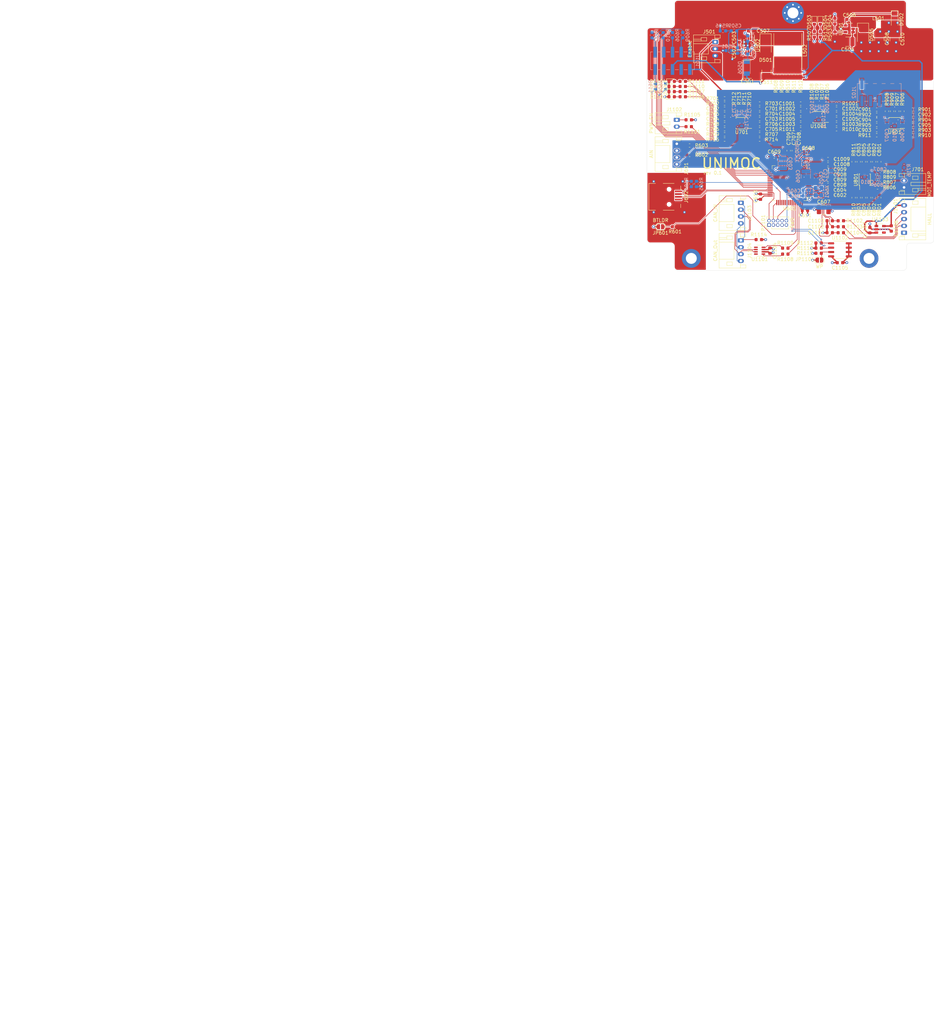
<source format=kicad_pcb>
(kicad_pcb (version 20171130) (host pcbnew "(5.1.4)-1")
  (layers (0 Top mixed) (1 Inner_Top signal hide) (2 Inner_Bottom power hide) (31 Bottom power hide) (34 B.Paste user) (35 F.Paste user) (36 B.SilkS user) (37 F.SilkS user) (38 B.Mask user) (39 F.Mask user) (44 Edge.Cuts user))
  (net 0 "")
  (net 1 GNDD)
  (net 2 +48V)
  (net 3 "Net-(C502-Pad2)")
  (net 4 +12V)
  (net 5 "Net-(C505-Pad2)")
  (net 6 "Net-(C506-Pad2)")
  (net 7 "Net-(C506-Pad1)")
  (net 8 "Net-(C507-Pad2)")
  (net 9 "Net-(C507-Pad1)")
  (net 10 +3V3)
  (net 11 "Net-(C509-Pad2)")
  (net 12 "Net-(C509-Pad1)")
  (net 13 GNDA)
  (net 14 +3.3VADC)
  (net 15 /controller/AIN_ACC)
  (net 16 +1V2)
  (net 17 /controller/AIN_DCC)
  (net 18 /controller/Temp+)
  (net 19 "Net-(C702-Pad2)")
  (net 20 "Net-(C703-Pad2)")
  (net 21 "Net-(C704-Pad2)")
  (net 22 "Net-(C705-Pad2)")
  (net 23 "Net-(C705-Pad1)")
  (net 24 "Net-(C706-Pad2)")
  (net 25 "Net-(C706-Pad1)")
  (net 26 /controller/analog/BrdgTemp)
  (net 27 /controller/analog/Vdc)
  (net 28 /controller/analog/MotTemp)
  (net 29 /controller/Ia)
  (net 30 "Net-(C801-Pad1)")
  (net 31 "Net-(C802-Pad2)")
  (net 32 "Net-(C803-Pad1)")
  (net 33 "Net-(C804-Pad1)")
  (net 34 "Net-(C805-Pad2)")
  (net 35 "Net-(C805-Pad1)")
  (net 36 "Net-(C806-Pad2)")
  (net 37 "Net-(C807-Pad2)")
  (net 38 /controller/Ib)
  (net 39 "Net-(C901-Pad1)")
  (net 40 "Net-(C902-Pad2)")
  (net 41 "Net-(C903-Pad1)")
  (net 42 "Net-(C904-Pad1)")
  (net 43 "Net-(C905-Pad2)")
  (net 44 "Net-(C905-Pad1)")
  (net 45 "Net-(C906-Pad2)")
  (net 46 "Net-(C907-Pad2)")
  (net 47 /controller/analog/IbDC)
  (net 48 /controller/analog/IbAC)
  (net 49 /controller/Ic)
  (net 50 "Net-(C1001-Pad1)")
  (net 51 "Net-(C1002-Pad2)")
  (net 52 "Net-(C1003-Pad1)")
  (net 53 "Net-(C1004-Pad1)")
  (net 54 "Net-(C1005-Pad2)")
  (net 55 "Net-(C1005-Pad1)")
  (net 56 "Net-(C1006-Pad2)")
  (net 57 "Net-(C1007-Pad2)")
  (net 58 /controller/interfaces/HallC)
  (net 59 /controller/interfaces/HallB)
  (net 60 /controller/interfaces/HallA)
  (net 61 "Net-(D503-Pad2)")
  (net 62 "Net-(D504-Pad2)")
  (net 63 "Net-(D1101-Pad2)")
  (net 64 "Net-(D1102-Pad2)")
  (net 65 "Net-(D1103-Pad2)")
  (net 66 "Net-(D1104-Pad2)")
  (net 67 /controller/PwmBL)
  (net 68 /controller/PwmCH)
  (net 69 /controller/PwmBH)
  (net 70 /controller/PwmCL)
  (net 71 /controller/PwmAL)
  (net 72 /controller/PwmAH)
  (net 73 "Net-(J601-Pad3)")
  (net 74 "Net-(J601-Pad2)")
  (net 75 /controller/USB_DP)
  (net 76 /controller/USB_DM)
  (net 77 "Net-(J602-Pad1)")
  (net 78 "Net-(J1101-Pad4)")
  (net 79 "Net-(J1101-Pad3)")
  (net 80 "Net-(J1101-Pad2)")
  (net 81 "Net-(J1102-Pad2)")
  (net 82 "Net-(J1102-Pad1)")
  (net 83 "Net-(J1103-Pad4)")
  (net 84 "Net-(J1103-Pad3)")
  (net 85 "Net-(J1103-Pad2)")
  (net 86 "Net-(J1103-Pad1)")
  (net 87 /controller/BTLDR)
  (net 88 "Net-(JP1101-Pad2)")
  (net 89 /controller/\RESET)
  (net 90 /controller/TDO-SWO)
  (net 91 /controller/TCK-SWCLK)
  (net 92 /controller/TMS-SWDIO)
  (net 93 "Net-(R501-Pad1)")
  (net 94 "Net-(R502-Pad2)")
  (net 95 "Net-(R503-Pad2)")
  (net 96 /controller/USB_VBUS)
  (net 97 /controller/interfaces/PWM_EN)
  (net 98 /controller/interfaces/LED_RUN)
  (net 99 /controller/interfaces/LED_ERROR)
  (net 100 /controller/CAN_TX)
  (net 101 "Net-(R1108-Pad1)")
  (net 102 /controller/CAN_RX)
  (net 103 "Net-(R1109-Pad1)")
  (net 104 /controller/interfaces/LED_MODE)
  (net 105 /controller/interfaces/LED_PWM)
  (net 106 /controller/EEPROM_SCL)
  (net 107 /controller/EEPROM_SDA)
  (net 108 /controller/CLK)
  (net 109 "Net-(C1106-Pad1)")
  (net 110 "Net-(R606-Pad2)")
  (net 111 "Net-(R607-Pad2)")
  (net 112 "Net-(R608-Pad2)")
  (net 113 "Net-(R609-Pad2)")
  (net 114 "Net-(R610-Pad2)")
  (net 115 "Net-(R611-Pad2)")
  (net 116 "Net-(C711-Pad1)")
  (net 117 "Net-(C712-Pad1)")
  (net 118 /controller/AIN_CUR_A)
  (net 119 /controller/AIN_CUR_A_AC)
  (net 120 /controller/analog/IcDC)
  (net 121 /controller/analog/IcAC)
  (net 122 "Net-(C501-Pad1)")
  (module Diode_SMD:D_MiniMELF (layer Bottom) (at 209.5 78.75 270)
    (fp_text reference D506 (at 0 2 90) (layer B.SilkS) (effects (justify mirror)))
    (fp_text value PMLL4153)
    (pad 2 smd rect (at 1.75 0 270) (size 1.3 1.7) (layers Bottom B.Paste B.Mask) (net 4 +12V))
    (pad 1 smd rect (at -1.75 0 270) (size 1.3 1.7) (layers Bottom B.Paste B.Mask) (net 5 "Net-(C505-Pad2)"))
  )
  (module MountingHole:MountingHole_3.2mm_M3_ISO14580_Pad (layer Top) (at 245.25 134.5)
    (fp_text reference H103 hide)
    (fp_text value GND)
    (pad 1 thru_hole circle (at 0 0) (size 5.5 5.5) (drill 3.2) (layers *.Cu *.Mask) (net 1 GNDD))
  )
  (module MountingHole:MountingHole_3.2mm_M3_ISO14580_Pad (layer Top) (at 193.25 134.5)
    (fp_text reference H102 hide)
    (fp_text value GND)
    (pad 1 thru_hole circle (at 0 0) (size 5.5 5.5) (drill 3.2) (layers *.Cu *.Mask) (net 1 GNDD))
  )
  (module MountingHole:MountingHole_3.2mm_M3_Pad_Via (layer Top) (at 223 62.75)
    (fp_text reference H101 hide)
    (fp_text value GND)
    (pad 1 thru_hole circle (at 1.697056 -1.697056) (size 0.8 0.8) (drill 0.5) (layers *.Cu *.Mask) (net 1 GNDD))
    (pad 1 thru_hole circle (at 0 -2.4) (size 0.8 0.8) (drill 0.5) (layers *.Cu *.Mask) (net 1 GNDD))
    (pad 1 thru_hole circle (at -1.697056 -1.697056) (size 0.8 0.8) (drill 0.5) (layers *.Cu *.Mask) (net 1 GNDD))
    (pad 1 thru_hole circle (at -2.4 0) (size 0.8 0.8) (drill 0.5) (layers *.Cu *.Mask) (net 1 GNDD))
    (pad 1 thru_hole circle (at -1.697056 1.697056) (size 0.8 0.8) (drill 0.5) (layers *.Cu *.Mask) (net 1 GNDD))
    (pad 1 thru_hole circle (at 0 2.4) (size 0.8 0.8) (drill 0.5) (layers *.Cu *.Mask) (net 1 GNDD))
    (pad 1 thru_hole circle (at 1.697056 1.697056) (size 0.8 0.8) (drill 0.5) (layers *.Cu *.Mask) (net 1 GNDD))
    (pad 1 thru_hole circle (at 2.4 0) (size 0.8 0.8) (drill 0.5) (layers *.Cu *.Mask) (net 1 GNDD))
    (pad 1 thru_hole circle (at 0 0) (size 6.4 6.4) (drill 3.2) (layers *.Cu *.Mask) (net 1 GNDD))
  )
  (module Connector_JST:JST_PH_S3B-PH-K_1x03_P2.00mm_Horizontal (layer Top) (at 200.25 71.25 270)
    (fp_text reference J501 (at -3 1.75 180) (layer F.SilkS))
    (fp_text value Enable (at 2 7.45 90) (layer F.SilkS))
    (pad 3 thru_hole oval (at 4 0 270) (size 1.2 1.75) (drill 0.75) (layers *.Cu *.Mask) (net 1 GNDD))
    (pad 2 thru_hole oval (at 2 0 270) (size 1.2 1.75) (drill 0.75) (layers *.Cu *.Mask) (net 122 "Net-(C501-Pad1)"))
    (pad 1 thru_hole roundrect (at 0 0 270) (size 1.2 1.75) (drill 0.75) (layers *.Cu *.Mask) (roundrect_rratio 0.208333) (net 2 +48V))
  )
  (module Capacitor_SMD:C_0603_1608Metric (layer Bottom) (at 207.25 91.25 90)
    (fp_text reference C712 (at 0 -1.5 90) (layer B.SilkS) (effects (justify mirror)))
    (fp_text value 100n)
    (pad 2 smd roundrect (at 0.7875 0 90) (size 0.875 0.95) (layers Bottom B.Paste B.Mask) (net 13 GNDA))
    (pad 1 smd roundrect (at -0.7875 0 90) (size 0.875 0.95) (layers Bottom B.Paste B.Mask) (net 117 "Net-(C712-Pad1)"))
  )
  (module Capacitor_SMD:C_0603_1608Metric (layer Bottom) (at 208.75 91.25 90)
    (fp_text reference C711 (at 0 1.43 90) (layer B.SilkS) (effects (justify mirror)))
    (fp_text value 100n)
    (pad 2 smd roundrect (at 0.7875 0 90) (size 0.875 0.95) (layers Bottom B.Paste B.Mask) (net 13 GNDA))
    (pad 1 smd roundrect (at -0.7875 0 90) (size 0.875 0.95) (layers Bottom B.Paste B.Mask) (net 116 "Net-(C711-Pad1)"))
  )
  (module Connector_JST:JST_PH_S4B-PH-K_1x04_P2.00mm_Horizontal (layer Top) (at 207.75 129.25 270)
    (fp_text reference J1104 (at 3 -2.55 90) (layer F.SilkS))
    (fp_text value CAN_Out (at 3 7.45 90) (layer F.SilkS))
    (pad 4 thru_hole oval (at 6 0 270) (size 1.2 1.75) (drill 0.75) (layers *.Cu *.Mask) (net 83 "Net-(J1103-Pad4)"))
    (pad 3 thru_hole oval (at 4 0 270) (size 1.2 1.75) (drill 0.75) (layers *.Cu *.Mask) (net 84 "Net-(J1103-Pad3)"))
    (pad 2 thru_hole oval (at 2 0 270) (size 1.2 1.75) (drill 0.75) (layers *.Cu *.Mask) (net 85 "Net-(J1103-Pad2)"))
    (pad 1 thru_hole roundrect (at 0 0 270) (size 1.2 1.75) (drill 0.75) (layers *.Cu *.Mask) (roundrect_rratio 0.208333) (net 86 "Net-(J1103-Pad1)"))
  )
  (module Connector_JST:JST_PH_S4B-PH-K_1x04_P2.00mm_Horizontal (layer Top) (at 207.75 118.25 270)
    (fp_text reference J1103 (at 3 -2.55 90) (layer F.SilkS))
    (fp_text value CAN_IN (at 3 7.45 90) (layer F.SilkS))
    (pad 4 thru_hole oval (at 6 0 270) (size 1.2 1.75) (drill 0.75) (layers *.Cu *.Mask) (net 83 "Net-(J1103-Pad4)"))
    (pad 3 thru_hole oval (at 4 0 270) (size 1.2 1.75) (drill 0.75) (layers *.Cu *.Mask) (net 84 "Net-(J1103-Pad3)"))
    (pad 2 thru_hole oval (at 2 0 270) (size 1.2 1.75) (drill 0.75) (layers *.Cu *.Mask) (net 85 "Net-(J1103-Pad2)"))
    (pad 1 thru_hole roundrect (at 0 0 270) (size 1.2 1.75) (drill 0.75) (layers *.Cu *.Mask) (roundrect_rratio 0.208333) (net 86 "Net-(J1103-Pad1)"))
  )
  (module Connector_JST:JST_PH_S2B-PH-K_1x02_P2.00mm_Horizontal (layer Top) (at 189 94 270)
    (fp_text reference J1102 (at -3 0.75 180) (layer F.SilkS))
    (fp_text value PWM_EN (at 1 7.45 90) (layer F.SilkS))
    (pad 2 thru_hole oval (at 2 0 270) (size 1.2 1.75) (drill 0.75) (layers *.Cu *.Mask) (net 81 "Net-(J1102-Pad2)"))
    (pad 1 thru_hole roundrect (at 0 0 270) (size 1.2 1.75) (drill 0.75) (layers *.Cu *.Mask) (roundrect_rratio 0.208333) (net 82 "Net-(J1102-Pad1)"))
  )
  (module Connector_JST:JST_PH_S5B-PH-K_1x05_P2.00mm_Horizontal (layer Top) (at 255.5 127 90)
    (fp_text reference J1101 (at 7.75 -2.5 270) (layer F.SilkS))
    (fp_text value HALL (at 4 7.45 90) (layer F.SilkS))
    (pad 5 thru_hole oval (at 8 0 90) (size 1.2 1.75) (drill 0.75) (layers *.Cu *.Mask) (net 109 "Net-(C1106-Pad1)"))
    (pad 4 thru_hole oval (at 6 0 90) (size 1.2 1.75) (drill 0.75) (layers *.Cu *.Mask) (net 78 "Net-(J1101-Pad4)"))
    (pad 3 thru_hole oval (at 4 0 90) (size 1.2 1.75) (drill 0.75) (layers *.Cu *.Mask) (net 79 "Net-(J1101-Pad3)"))
    (pad 2 thru_hole oval (at 2 0 90) (size 1.2 1.75) (drill 0.75) (layers *.Cu *.Mask) (net 80 "Net-(J1101-Pad2)"))
    (pad 1 thru_hole roundrect (at 0 0 90) (size 1.2 1.75) (drill 0.75) (layers *.Cu *.Mask) (roundrect_rratio 0.208333) (net 1 GNDD))
  )
  (module Connector_JST:JST_PH_S2B-PH-K_1x02_P2.00mm_Horizontal (layer Top) (at 255.5 113.75 90)
    (fp_text reference J701 (at 5.25 4 180) (layer F.SilkS))
    (fp_text value MOT_TEMP (at 1 7.45 90) (layer F.SilkS))
    (pad 2 thru_hole oval (at 2 0 90) (size 1.2 1.75) (drill 0.75) (layers *.Cu *.Mask) (net 28 /controller/analog/MotTemp))
    (pad 1 thru_hole roundrect (at 0 0 90) (size 1.2 1.75) (drill 0.75) (layers *.Cu *.Mask) (roundrect_rratio 0.208333) (net 13 GNDA))
  )
  (module Connector_JST:JST_PH_S4B-PH-K_1x04_P2.00mm_Horizontal (layer Top) (at 189 101 270)
    (fp_text reference J601 (at 7.25 -2.75 90) (layer F.SilkS))
    (fp_text value AIN (at 3 7.45 90) (layer F.SilkS))
    (pad 4 thru_hole oval (at 6 0 270) (size 1.2 1.75) (drill 0.75) (layers *.Cu *.Mask) (net 14 +3.3VADC))
    (pad 3 thru_hole oval (at 4 0 270) (size 1.2 1.75) (drill 0.75) (layers *.Cu *.Mask) (net 73 "Net-(J601-Pad3)"))
    (pad 2 thru_hole oval (at 2 0 270) (size 1.2 1.75) (drill 0.75) (layers *.Cu *.Mask) (net 74 "Net-(J601-Pad2)"))
    (pad 1 thru_hole roundrect (at 0 0 270) (size 1.2 1.75) (drill 0.75) (layers *.Cu *.Mask) (roundrect_rratio 0.208333) (net 13 GNDA))
  )
  (module Diode_SMD:D_SMA (layer Top) (at 243.5 69.15 270)
    (fp_text reference D505 (at 0 -2.5 90) (layer F.SilkS))
    (fp_text value SS110R3G)
    (pad 2 smd rect (at 2 0 270) (size 2.5 1.8) (layers Top F.Paste F.Mask) (net 1 GNDD))
    (pad 1 smd rect (at -2 0 270) (size 2.5 1.8) (layers Top F.Paste F.Mask) (net 7 "Net-(C506-Pad1)"))
  )
  (module Resistor_SMD:R_0603_1608Metric (layer Bottom) (at 182.75 84.25 270)
    (fp_text reference R611 (at 0 1.43 90) (layer B.SilkS) (effects (justify mirror)))
    (fp_text value 1R1)
    (pad 2 smd roundrect (at 0.7875 0 270) (size 0.875 0.95) (layers Bottom B.Paste B.Mask) (net 115 "Net-(R611-Pad2)"))
    (pad 1 smd roundrect (at -0.7875 0 270) (size 0.875 0.95) (layers Bottom B.Paste B.Mask) (net 68 /controller/PwmCH))
  )
  (module Resistor_SMD:R_0603_1608Metric (layer Bottom) (at 185 69.25 90)
    (fp_text reference R610 (at 0 1.43 90) (layer B.SilkS) (effects (justify mirror)))
    (fp_text value 1R1)
    (pad 2 smd roundrect (at 0.7875 0 90) (size 0.875 0.95) (layers Bottom B.Paste B.Mask) (net 114 "Net-(R610-Pad2)"))
    (pad 1 smd roundrect (at -0.7875 0 90) (size 0.875 0.95) (layers Bottom B.Paste B.Mask) (net 69 /controller/PwmBH))
  )
  (module Resistor_SMD:R_0603_1608Metric (layer Bottom) (at 190.75 69.25 90)
    (fp_text reference R609 (at 0 1.43 90) (layer B.SilkS) (effects (justify mirror)))
    (fp_text value 1R1)
    (pad 2 smd roundrect (at 0.7875 0 90) (size 0.875 0.95) (layers Bottom B.Paste B.Mask) (net 113 "Net-(R609-Pad2)"))
    (pad 1 smd roundrect (at -0.7875 0 90) (size 0.875 0.95) (layers Bottom B.Paste B.Mask) (net 72 /controller/PwmAH))
  )
  (module Resistor_SMD:R_0603_1608Metric (layer Bottom) (at 185.75 84.25 270)
    (fp_text reference R608 (at 0 1.43 90) (layer B.SilkS) (effects (justify mirror)))
    (fp_text value 1R1)
    (pad 2 smd roundrect (at 0.7875 0 270) (size 0.875 0.95) (layers Bottom B.Paste B.Mask) (net 112 "Net-(R608-Pad2)"))
    (pad 1 smd roundrect (at -0.7875 0 270) (size 0.875 0.95) (layers Bottom B.Paste B.Mask) (net 70 /controller/PwmCL))
  )
  (module Resistor_SMD:R_0603_1608Metric (layer Bottom) (at 181.75 69.25 90)
    (fp_text reference R607 (at 0 1.43 90) (layer B.SilkS) (effects (justify mirror)))
    (fp_text value 1R1)
    (pad 2 smd roundrect (at 0.7875 0 90) (size 0.875 0.95) (layers Bottom B.Paste B.Mask) (net 111 "Net-(R607-Pad2)"))
    (pad 1 smd roundrect (at -0.7875 0 90) (size 0.875 0.95) (layers Bottom B.Paste B.Mask) (net 67 /controller/PwmBL))
  )
  (module Resistor_SMD:R_0603_1608Metric (layer Bottom) (at 187.75 69.25 90)
    (fp_text reference R606 (at 0 1.43 90) (layer B.SilkS) (effects (justify mirror)))
    (fp_text value 1R1)
    (pad 2 smd roundrect (at 0.7875 0 90) (size 0.875 0.95) (layers Bottom B.Paste B.Mask) (net 110 "Net-(R606-Pad2)"))
    (pad 1 smd roundrect (at -0.7875 0 90) (size 0.875 0.95) (layers Bottom B.Paste B.Mask) (net 71 /controller/PwmAL))
  )
  (module Oscillator:Oscillator_SMD_Abracon_ASE-4Pin_3.2x2.5mm (layer Bottom) (at 230.5 115 90)
    (fp_text reference X601 (at 0 2.45 270) (layer B.SilkS) (effects (justify mirror)))
    (fp_text value SM44T)
    (pad 4 smd rect (at -1.05 0.825 90) (size 1.3 1.1) (layers Bottom B.Paste B.Mask) (net 10 +3V3))
    (pad 3 smd rect (at 1.05 0.825 90) (size 1.3 1.1) (layers Bottom B.Paste B.Mask) (net 108 /controller/CLK))
    (pad 2 smd rect (at 1.05 -0.825 90) (size 1.3 1.1) (layers Bottom B.Paste B.Mask) (net 1 GNDD))
    (pad 1 smd rect (at -1.05 -0.825 90) (size 1.3 1.1) (layers Bottom B.Paste B.Mask) (net 10 +3V3))
  )
  (module Package_TO_SOT_SMD:SOT-23-5 (layer Top) (at 248.5 126)
    (fp_text reference U1103 (at 0 -2.9) (layer F.SilkS))
    (fp_text value AP2204K-5.0)
    (pad 5 smd rect (at 1.1 -0.95) (size 1.06 0.65) (layers Top F.Paste F.Mask) (net 109 "Net-(C1106-Pad1)"))
    (pad 4 smd rect (at 1.1 0.95) (size 1.06 0.65) (layers Top F.Paste F.Mask))
    (pad 3 smd rect (at -1.1 0.95) (size 1.06 0.65) (layers Top F.Paste F.Mask) (net 4 +12V))
    (pad 2 smd rect (at -1.1 0) (size 1.06 0.65) (layers Top F.Paste F.Mask) (net 1 GNDD))
    (pad 1 smd rect (at -1.1 -0.95) (size 1.06 0.65) (layers Top F.Paste F.Mask) (net 4 +12V))
  )
  (module Package_SO:SO-8_3.9x4.9mm_P1.27mm (layer Top) (at 236.75 132 180)
    (fp_text reference U1102 (at 0 3.5) (layer F.SilkS))
    (fp_text value 24LC04)
    (pad 8 smd roundrect (at 2.575 -1.905 180) (size 1.75 0.6) (layers Top F.Paste F.Mask) (net 10 +3V3))
    (pad 7 smd roundrect (at 2.575 -0.635 180) (size 1.75 0.6) (layers Top F.Paste F.Mask) (net 88 "Net-(JP1101-Pad2)"))
    (pad 6 smd roundrect (at 2.575 0.635 180) (size 1.75 0.6) (layers Top F.Paste F.Mask) (net 106 /controller/EEPROM_SCL))
    (pad 5 smd roundrect (at 2.575 1.905 180) (size 1.75 0.6) (layers Top F.Paste F.Mask) (net 107 /controller/EEPROM_SDA))
    (pad 4 smd roundrect (at -2.575 1.905 180) (size 1.75 0.6) (layers Top F.Paste F.Mask) (net 1 GNDD))
    (pad 3 smd roundrect (at -2.575 0.635 180) (size 1.75 0.6) (layers Top F.Paste F.Mask) (net 1 GNDD))
    (pad 2 smd roundrect (at -2.575 -0.635 180) (size 1.75 0.6) (layers Top F.Paste F.Mask) (net 1 GNDD))
    (pad 1 smd roundrect (at -2.575 -1.905 180) (size 1.75 0.6) (layers Top F.Paste F.Mask) (net 1 GNDD))
  )
  (module Package_TO_SOT_SMD:SOT-23-8 (layer Top) (at 213.25 132.25 180)
    (fp_text reference U1101 (at 0 -2.5) (layer F.SilkS))
    (fp_text value TCAN334)
    (pad 8 smd rect (at 1.1 -0.98 180) (size 1.06 0.4) (layers Top F.Paste F.Mask))
    (pad 7 smd rect (at 1.1 -0.33 180) (size 1.06 0.4) (layers Top F.Paste F.Mask) (net 84 "Net-(J1103-Pad3)"))
    (pad 6 smd rect (at 1.1 0.33 180) (size 1.06 0.4) (layers Top F.Paste F.Mask) (net 85 "Net-(J1103-Pad2)"))
    (pad 5 smd rect (at 1.1 0.98 180) (size 1.06 0.4) (layers Top F.Paste F.Mask))
    (pad 4 smd rect (at -1.1 0.98 180) (size 1.06 0.4) (layers Top F.Paste F.Mask) (net 103 "Net-(R1109-Pad1)"))
    (pad 3 smd rect (at -1.1 0.33 180) (size 1.06 0.4) (layers Top F.Paste F.Mask) (net 10 +3V3))
    (pad 2 smd rect (at -1.1 -0.33 180) (size 1.06 0.4) (layers Top F.Paste F.Mask) (net 1 GNDD))
    (pad 1 smd rect (at -1.1 -0.98 180) (size 1.06 0.4) (layers Top F.Paste F.Mask) (net 101 "Net-(R1108-Pad1)"))
  )
  (module Package_SO:MSOP-8_3x3mm_P0.65mm (layer Top) (at 230.5 93.25 180)
    (fp_text reference U1001 (at 0 -2.6) (layer F.SilkS))
    (fp_text value GS8632-MR)
    (pad 8 smd rect (at 2.2 -0.975 180) (size 1.45 0.45) (layers Top F.Paste F.Mask) (net 14 +3.3VADC))
    (pad 7 smd rect (at 2.2 -0.325 180) (size 1.45 0.45) (layers Top F.Paste F.Mask) (net 52 "Net-(C1003-Pad1)"))
    (pad 6 smd rect (at 2.2 0.325 180) (size 1.45 0.45) (layers Top F.Paste F.Mask) (net 53 "Net-(C1004-Pad1)"))
    (pad 5 smd rect (at 2.2 0.975 180) (size 1.45 0.45) (layers Top F.Paste F.Mask) (net 57 "Net-(C1007-Pad2)"))
    (pad 4 smd rect (at -2.2 0.975 180) (size 1.45 0.45) (layers Top F.Paste F.Mask) (net 13 GNDA))
    (pad 3 smd rect (at -2.2 0.325 180) (size 1.45 0.45) (layers Top F.Paste F.Mask) (net 56 "Net-(C1006-Pad2)"))
    (pad 2 smd rect (at -2.2 -0.325 180) (size 1.45 0.45) (layers Top F.Paste F.Mask) (net 55 "Net-(C1005-Pad1)"))
    (pad 1 smd rect (at -2.2 -0.975 180) (size 1.45 0.45) (layers Top F.Paste F.Mask) (net 54 "Net-(C1005-Pad2)"))
  )
  (module Package_SO:MSOP-8_3x3mm_P0.65mm (layer Top) (at 252.75 95 180)
    (fp_text reference U901 (at 0 -2.6) (layer F.SilkS))
    (fp_text value GS8632-MR)
    (pad 8 smd rect (at 2.2 -0.975 180) (size 1.45 0.45) (layers Top F.Paste F.Mask) (net 14 +3.3VADC))
    (pad 7 smd rect (at 2.2 -0.325 180) (size 1.45 0.45) (layers Top F.Paste F.Mask) (net 41 "Net-(C903-Pad1)"))
    (pad 6 smd rect (at 2.2 0.325 180) (size 1.45 0.45) (layers Top F.Paste F.Mask) (net 42 "Net-(C904-Pad1)"))
    (pad 5 smd rect (at 2.2 0.975 180) (size 1.45 0.45) (layers Top F.Paste F.Mask) (net 46 "Net-(C907-Pad2)"))
    (pad 4 smd rect (at -2.2 0.975 180) (size 1.45 0.45) (layers Top F.Paste F.Mask) (net 13 GNDA))
    (pad 3 smd rect (at -2.2 0.325 180) (size 1.45 0.45) (layers Top F.Paste F.Mask) (net 45 "Net-(C906-Pad2)"))
    (pad 2 smd rect (at -2.2 -0.325 180) (size 1.45 0.45) (layers Top F.Paste F.Mask) (net 44 "Net-(C905-Pad1)"))
    (pad 1 smd rect (at -2.2 -0.975 180) (size 1.45 0.45) (layers Top F.Paste F.Mask) (net 43 "Net-(C905-Pad2)"))
  )
  (module Package_SO:MSOP-8_3x3mm_P0.65mm (layer Top) (at 244 111.5 90)
    (fp_text reference U801 (at 0 -2.6 90) (layer F.SilkS))
    (fp_text value GS8632-MR)
    (pad 8 smd rect (at 2.2 -0.975 90) (size 1.45 0.45) (layers Top F.Paste F.Mask) (net 14 +3.3VADC))
    (pad 7 smd rect (at 2.2 -0.325 90) (size 1.45 0.45) (layers Top F.Paste F.Mask) (net 32 "Net-(C803-Pad1)"))
    (pad 6 smd rect (at 2.2 0.325 90) (size 1.45 0.45) (layers Top F.Paste F.Mask) (net 33 "Net-(C804-Pad1)"))
    (pad 5 smd rect (at 2.2 0.975 90) (size 1.45 0.45) (layers Top F.Paste F.Mask) (net 37 "Net-(C807-Pad2)"))
    (pad 4 smd rect (at -2.2 0.975 90) (size 1.45 0.45) (layers Top F.Paste F.Mask) (net 13 GNDA))
    (pad 3 smd rect (at -2.2 0.325 90) (size 1.45 0.45) (layers Top F.Paste F.Mask) (net 36 "Net-(C806-Pad2)"))
    (pad 2 smd rect (at -2.2 -0.325 90) (size 1.45 0.45) (layers Top F.Paste F.Mask) (net 35 "Net-(C805-Pad1)"))
    (pad 1 smd rect (at -2.2 -0.975 90) (size 1.45 0.45) (layers Top F.Paste F.Mask) (net 34 "Net-(C805-Pad2)"))
  )
  (module Package_SO:MSOP-8_3x3mm_P0.65mm (layer Top) (at 208 95 180)
    (fp_text reference U701 (at 0 -2.6) (layer F.SilkS))
    (fp_text value GS8632-MR)
    (pad 8 smd rect (at 2.2 -0.975 180) (size 1.45 0.45) (layers Top F.Paste F.Mask) (net 14 +3.3VADC))
    (pad 7 smd rect (at 2.2 -0.325 180) (size 1.45 0.45) (layers Top F.Paste F.Mask) (net 25 "Net-(C706-Pad1)"))
    (pad 6 smd rect (at 2.2 0.325 180) (size 1.45 0.45) (layers Top F.Paste F.Mask) (net 24 "Net-(C706-Pad2)"))
    (pad 5 smd rect (at 2.2 0.975 180) (size 1.45 0.45) (layers Top F.Paste F.Mask) (net 117 "Net-(C712-Pad1)"))
    (pad 4 smd rect (at -2.2 0.975 180) (size 1.45 0.45) (layers Top F.Paste F.Mask) (net 13 GNDA))
    (pad 3 smd rect (at -2.2 0.325 180) (size 1.45 0.45) (layers Top F.Paste F.Mask) (net 116 "Net-(C711-Pad1)"))
    (pad 2 smd rect (at -2.2 -0.325 180) (size 1.45 0.45) (layers Top F.Paste F.Mask) (net 22 "Net-(C705-Pad2)"))
    (pad 1 smd rect (at -2.2 -0.975 180) (size 1.45 0.45) (layers Top F.Paste F.Mask) (net 23 "Net-(C705-Pad1)"))
  )
  (module Package_QFP:LQFP-64_10x10mm_P0.5mm (layer Top) (at 222 112.5 180)
    (fp_text reference U601 (at 0 -7.4) (layer F.SilkS))
    (fp_text value STM32F730R8Tx)
    (pad 64 smd roundrect (at -3.75 -5.675 180) (size 0.3 1.55) (layers Top F.Paste F.Mask) (net 10 +3V3))
    (pad 63 smd roundrect (at -3.25 -5.675 180) (size 0.3 1.55) (layers Top F.Paste F.Mask) (net 1 GNDD))
    (pad 62 smd roundrect (at -2.75 -5.675 180) (size 0.3 1.55) (layers Top F.Paste F.Mask) (net 100 /controller/CAN_TX))
    (pad 61 smd roundrect (at -2.25 -5.675 180) (size 0.3 1.55) (layers Top F.Paste F.Mask) (net 102 /controller/CAN_RX))
    (pad 60 smd roundrect (at -1.75 -5.675 180) (size 0.3 1.55) (layers Top F.Paste F.Mask) (net 87 /controller/BTLDR))
    (pad 59 smd roundrect (at -1.25 -5.675 180) (size 0.3 1.55) (layers Top F.Paste F.Mask) (net 107 /controller/EEPROM_SDA))
    (pad 58 smd roundrect (at -0.75 -5.675 180) (size 0.3 1.55) (layers Top F.Paste F.Mask) (net 106 /controller/EEPROM_SCL))
    (pad 57 smd roundrect (at -0.25 -5.675 180) (size 0.3 1.55) (layers Top F.Paste F.Mask))
    (pad 56 smd roundrect (at 0.25 -5.675 180) (size 0.3 1.55) (layers Top F.Paste F.Mask))
    (pad 55 smd roundrect (at 0.75 -5.675 180) (size 0.3 1.55) (layers Top F.Paste F.Mask) (net 90 /controller/TDO-SWO))
    (pad 54 smd roundrect (at 1.25 -5.675 180) (size 0.3 1.55) (layers Top F.Paste F.Mask))
    (pad 53 smd roundrect (at 1.75 -5.675 180) (size 0.3 1.55) (layers Top F.Paste F.Mask))
    (pad 52 smd roundrect (at 2.25 -5.675 180) (size 0.3 1.55) (layers Top F.Paste F.Mask))
    (pad 51 smd roundrect (at 2.75 -5.675 180) (size 0.3 1.55) (layers Top F.Paste F.Mask) (net 96 /controller/USB_VBUS))
    (pad 50 smd roundrect (at 3.25 -5.675 180) (size 0.3 1.55) (layers Top F.Paste F.Mask))
    (pad 49 smd roundrect (at 3.75 -5.675 180) (size 0.3 1.55) (layers Top F.Paste F.Mask) (net 91 /controller/TCK-SWCLK))
    (pad 48 smd roundrect (at 5.675 -3.75 180) (size 1.55 0.3) (layers Top F.Paste F.Mask) (net 10 +3V3))
    (pad 47 smd roundrect (at 5.675 -3.25 180) (size 1.55 0.3) (layers Top F.Paste F.Mask) (net 1 GNDD))
    (pad 46 smd roundrect (at 5.675 -2.75 180) (size 1.55 0.3) (layers Top F.Paste F.Mask) (net 92 /controller/TMS-SWDIO))
    (pad 45 smd roundrect (at 5.675 -2.25 180) (size 1.55 0.3) (layers Top F.Paste F.Mask) (net 75 /controller/USB_DP))
    (pad 44 smd roundrect (at 5.675 -1.75 180) (size 1.55 0.3) (layers Top F.Paste F.Mask) (net 76 /controller/USB_DM))
    (pad 43 smd roundrect (at 5.675 -1.25 180) (size 1.55 0.3) (layers Top F.Paste F.Mask) (net 115 "Net-(R611-Pad2)"))
    (pad 42 smd roundrect (at 5.675 -0.75 180) (size 1.55 0.3) (layers Top F.Paste F.Mask) (net 114 "Net-(R610-Pad2)"))
    (pad 41 smd roundrect (at 5.675 -0.25 180) (size 1.55 0.3) (layers Top F.Paste F.Mask) (net 113 "Net-(R609-Pad2)"))
    (pad 40 smd roundrect (at 5.675 0.25 180) (size 1.55 0.3) (layers Top F.Paste F.Mask))
    (pad 39 smd roundrect (at 5.675 0.75 180) (size 1.55 0.3) (layers Top F.Paste F.Mask))
    (pad 38 smd roundrect (at 5.675 1.25 180) (size 1.55 0.3) (layers Top F.Paste F.Mask))
    (pad 37 smd roundrect (at 5.675 1.75 180) (size 1.55 0.3) (layers Top F.Paste F.Mask))
    (pad 36 smd roundrect (at 5.675 2.25 180) (size 1.55 0.3) (layers Top F.Paste F.Mask) (net 112 "Net-(R608-Pad2)"))
    (pad 35 smd roundrect (at 5.675 2.75 180) (size 1.55 0.3) (layers Top F.Paste F.Mask) (net 111 "Net-(R607-Pad2)"))
    (pad 34 smd roundrect (at 5.675 3.25 180) (size 1.55 0.3) (layers Top F.Paste F.Mask) (net 110 "Net-(R606-Pad2)"))
    (pad 33 smd roundrect (at 5.675 3.75 180) (size 1.55 0.3) (layers Top F.Paste F.Mask) (net 97 /controller/interfaces/PWM_EN))
    (pad 32 smd roundrect (at 3.75 5.675 180) (size 0.3 1.55) (layers Top F.Paste F.Mask) (net 10 +3V3))
    (pad 31 smd roundrect (at 3.25 5.675 180) (size 0.3 1.55) (layers Top F.Paste F.Mask) (net 1 GNDD))
    (pad 30 smd roundrect (at 2.75 5.675 180) (size 0.3 1.55) (layers Top F.Paste F.Mask) (net 16 +1V2))
    (pad 29 smd roundrect (at 2.25 5.675 180) (size 0.3 1.55) (layers Top F.Paste F.Mask) (net 97 /controller/interfaces/PWM_EN))
    (pad 28 smd roundrect (at 1.75 5.675 180) (size 0.3 1.55) (layers Top F.Paste F.Mask) (net 98 /controller/interfaces/LED_RUN))
    (pad 27 smd roundrect (at 1.25 5.675 180) (size 0.3 1.55) (layers Top F.Paste F.Mask) (net 99 /controller/interfaces/LED_ERROR))
    (pad 26 smd roundrect (at 0.75 5.675 180) (size 0.3 1.55) (layers Top F.Paste F.Mask) (net 104 /controller/interfaces/LED_MODE))
    (pad 25 smd roundrect (at 0.25 5.675 180) (size 0.3 1.55) (layers Top F.Paste F.Mask) (net 105 /controller/interfaces/LED_PWM))
    (pad 24 smd roundrect (at -0.25 5.675 180) (size 0.3 1.55) (layers Top F.Paste F.Mask))
    (pad 23 smd roundrect (at -0.75 5.675 180) (size 0.3 1.55) (layers Top F.Paste F.Mask))
    (pad 22 smd roundrect (at -1.25 5.675 180) (size 0.3 1.55) (layers Top F.Paste F.Mask) (net 28 /controller/analog/MotTemp))
    (pad 21 smd roundrect (at -1.75 5.675 180) (size 0.3 1.55) (layers Top F.Paste F.Mask) (net 26 /controller/analog/BrdgTemp))
    (pad 20 smd roundrect (at -2.25 5.675 180) (size 0.3 1.55) (layers Top F.Paste F.Mask) (net 27 /controller/analog/Vdc))
    (pad 19 smd roundrect (at -2.75 5.675 180) (size 0.3 1.55) (layers Top F.Paste F.Mask) (net 10 +3V3))
    (pad 18 smd roundrect (at -3.25 5.675 180) (size 0.3 1.55) (layers Top F.Paste F.Mask) (net 1 GNDD))
    (pad 17 smd roundrect (at -3.75 5.675 180) (size 0.3 1.55) (layers Top F.Paste F.Mask) (net 121 /controller/analog/IcAC))
    (pad 16 smd roundrect (at -5.675 3.75 180) (size 1.55 0.3) (layers Top F.Paste F.Mask) (net 120 /controller/analog/IcDC))
    (pad 15 smd roundrect (at -5.675 3.25 180) (size 1.55 0.3) (layers Top F.Paste F.Mask) (net 48 /controller/analog/IbAC))
    (pad 14 smd roundrect (at -5.675 2.75 180) (size 1.55 0.3) (layers Top F.Paste F.Mask) (net 47 /controller/analog/IbDC))
    (pad 13 smd roundrect (at -5.675 2.25 180) (size 1.55 0.3) (layers Top F.Paste F.Mask) (net 14 +3.3VADC))
    (pad 12 smd roundrect (at -5.675 1.75 180) (size 1.55 0.3) (layers Top F.Paste F.Mask) (net 13 GNDA))
    (pad 11 smd roundrect (at -5.675 1.25 180) (size 1.55 0.3) (layers Top F.Paste F.Mask) (net 119 /controller/AIN_CUR_A_AC))
    (pad 10 smd roundrect (at -5.675 0.75 180) (size 1.55 0.3) (layers Top F.Paste F.Mask) (net 118 /controller/AIN_CUR_A))
    (pad 9 smd roundrect (at -5.675 0.25 180) (size 1.55 0.3) (layers Top F.Paste F.Mask) (net 17 /controller/AIN_DCC))
    (pad 8 smd roundrect (at -5.675 -0.25 180) (size 1.55 0.3) (layers Top F.Paste F.Mask) (net 15 /controller/AIN_ACC))
    (pad 7 smd roundrect (at -5.675 -0.75 180) (size 1.55 0.3) (layers Top F.Paste F.Mask) (net 89 /controller/\RESET))
    (pad 6 smd roundrect (at -5.675 -1.25 180) (size 1.55 0.3) (layers Top F.Paste F.Mask))
    (pad 5 smd roundrect (at -5.675 -1.75 180) (size 1.55 0.3) (layers Top F.Paste F.Mask) (net 108 /controller/CLK))
    (pad 4 smd roundrect (at -5.675 -2.25 180) (size 1.55 0.3) (layers Top F.Paste F.Mask) (net 58 /controller/interfaces/HallC))
    (pad 3 smd roundrect (at -5.675 -2.75 180) (size 1.55 0.3) (layers Top F.Paste F.Mask) (net 59 /controller/interfaces/HallB))
    (pad 2 smd roundrect (at -5.675 -3.25 180) (size 1.55 0.3) (layers Top F.Paste F.Mask) (net 60 /controller/interfaces/HallA))
    (pad 1 smd roundrect (at -5.675 -3.75 180) (size 1.55 0.3) (layers Top F.Paste F.Mask) (net 10 +3V3))
  )
  (module Package_SO:MSOP-8_3x3mm_P0.65mm (layer Top) (at 210.25 72.25 270)
    (fp_text reference U502 (at 0 -2.5 90) (layer F.SilkS))
    (fp_text value LM5008)
    (pad 8 smd rect (at 2.2 -0.975 270) (size 1.45 0.45) (layers Top F.Paste F.Mask) (net 122 "Net-(C501-Pad1)"))
    (pad 7 smd rect (at 2.2 -0.325 270) (size 1.45 0.45) (layers Top F.Paste F.Mask) (net 5 "Net-(C505-Pad2)"))
    (pad 6 smd rect (at 2.2 0.325 270) (size 1.45 0.45) (layers Top F.Paste F.Mask) (net 93 "Net-(R501-Pad1)"))
    (pad 5 smd rect (at 2.2 0.975 270) (size 1.45 0.45) (layers Top F.Paste F.Mask) (net 11 "Net-(C509-Pad2)"))
    (pad 4 smd rect (at -2.2 0.975 270) (size 1.45 0.45) (layers Top F.Paste F.Mask) (net 1 GNDD))
    (pad 3 smd rect (at -2.2 0.325 270) (size 1.45 0.45) (layers Top F.Paste F.Mask) (net 94 "Net-(R502-Pad2)"))
    (pad 2 smd rect (at -2.2 -0.325 270) (size 1.45 0.45) (layers Top F.Paste F.Mask) (net 8 "Net-(C507-Pad2)"))
    (pad 1 smd rect (at -2.2 -0.975 270) (size 1.45 0.45) (layers Top F.Paste F.Mask) (net 9 "Net-(C507-Pad1)"))
  )
  (module Package_TO_SOT_SMD:SOT-23-6 (layer Top) (at 239.5 67.4)
    (fp_text reference U501 (at -2.5 0 90) (layer F.SilkS))
    (fp_text value LMR12010Y)
    (pad 5 smd rect (at 1.1 0) (size 1.06 0.65) (layers Top F.Paste F.Mask) (net 4 +12V))
    (pad 6 smd rect (at 1.1 -0.95) (size 1.06 0.65) (layers Top F.Paste F.Mask) (net 7 "Net-(C506-Pad1)"))
    (pad 4 smd rect (at 1.1 0.95) (size 1.06 0.65) (layers Top F.Paste F.Mask) (net 4 +12V))
    (pad 3 smd rect (at -1.1 0.95) (size 1.06 0.65) (layers Top F.Paste F.Mask) (net 95 "Net-(R503-Pad2)"))
    (pad 2 smd rect (at -1.1 0) (size 1.06 0.65) (layers Top F.Paste F.Mask) (net 1 GNDD))
    (pad 1 smd rect (at -1.1 -0.95) (size 1.06 0.65) (layers Top F.Paste F.Mask) (net 6 "Net-(C506-Pad2)"))
  )
  (module Resistor_SMD:R_0603_1608Metric (layer Top) (at 230.5 133 180)
    (fp_text reference R1115 (at 4 0) (layer F.SilkS))
    (fp_text value 11k)
    (pad 2 smd roundrect (at 0.7875 0 180) (size 0.875 0.95) (layers Top F.Paste F.Mask) (net 1 GNDD))
    (pad 1 smd roundrect (at -0.7875 0 180) (size 0.875 0.95) (layers Top F.Paste F.Mask) (net 88 "Net-(JP1101-Pad2)"))
  )
  (module Resistor_SMD:R_0603_1608Metric (layer Top) (at 213 129)
    (fp_text reference R1114 (at 0 -1.43) (layer F.SilkS))
    (fp_text value 11R)
    (pad 2 smd roundrect (at 0.7875 0) (size 0.875 0.95) (layers Top F.Paste F.Mask) (net 1 GNDD))
    (pad 1 smd roundrect (at -0.7875 0) (size 0.875 0.95) (layers Top F.Paste F.Mask) (net 86 "Net-(J1103-Pad1)"))
  )
  (module Resistor_SMD:R_0603_1608Metric (layer Top) (at 230.5 131.5)
    (fp_text reference R1113 (at -4 0) (layer F.SilkS))
    (fp_text value 4k7)
    (pad 2 smd roundrect (at 0.7875 0) (size 0.875 0.95) (layers Top F.Paste F.Mask) (net 106 /controller/EEPROM_SCL))
    (pad 1 smd roundrect (at -0.7875 0) (size 0.875 0.95) (layers Top F.Paste F.Mask) (net 10 +3V3))
  )
  (module Resistor_SMD:R_0603_1608Metric (layer Top) (at 230.5 130)
    (fp_text reference R1112 (at -4 0) (layer F.SilkS))
    (fp_text value 4k7)
    (pad 2 smd roundrect (at 0.7875 0) (size 0.875 0.95) (layers Top F.Paste F.Mask) (net 107 /controller/EEPROM_SDA))
    (pad 1 smd roundrect (at -0.7875 0) (size 0.875 0.95) (layers Top F.Paste F.Mask) (net 10 +3V3))
  )
  (module Resistor_SMD:R_0603_1608Metric (layer Top) (at 190.75 82.75)
    (fp_text reference R1111 (at 4 0) (layer F.SilkS))
    (fp_text value 510R)
    (pad 2 smd roundrect (at 0.7875 0) (size 0.875 0.95) (layers Top F.Paste F.Mask) (net 105 /controller/interfaces/LED_PWM))
    (pad 1 smd roundrect (at -0.7875 0) (size 0.875 0.95) (layers Top F.Paste F.Mask) (net 66 "Net-(D1104-Pad2)"))
  )
  (module Resistor_SMD:R_0603_1608Metric (layer Top) (at 190.75 84.25)
    (fp_text reference R1110 (at 4 0) (layer F.SilkS))
    (fp_text value 510R)
    (pad 2 smd roundrect (at 0.7875 0) (size 0.875 0.95) (layers Top F.Paste F.Mask) (net 104 /controller/interfaces/LED_MODE))
    (pad 1 smd roundrect (at -0.7875 0) (size 0.875 0.95) (layers Top F.Paste F.Mask) (net 65 "Net-(D1103-Pad2)"))
  )
  (module Resistor_SMD:R_0603_1608Metric (layer Top) (at 220.75 131.5)
    (fp_text reference R1109 (at 0 -1.5) (layer F.SilkS))
    (fp_text value 11R)
    (pad 2 smd roundrect (at 0.7875 0) (size 0.875 0.95) (layers Top F.Paste F.Mask) (net 102 /controller/CAN_RX))
    (pad 1 smd roundrect (at -0.7875 0) (size 0.875 0.95) (layers Top F.Paste F.Mask) (net 103 "Net-(R1109-Pad1)"))
  )
  (module Resistor_SMD:R_0603_1608Metric (layer Top) (at 220.75 133.25)
    (fp_text reference R1108 (at 0 1.5) (layer F.SilkS))
    (fp_text value 11R)
    (pad 2 smd roundrect (at 0.7875 0) (size 0.875 0.95) (layers Top F.Paste F.Mask) (net 100 /controller/CAN_TX))
    (pad 1 smd roundrect (at -0.7875 0) (size 0.875 0.95) (layers Top F.Paste F.Mask) (net 101 "Net-(R1108-Pad1)"))
  )
  (module Resistor_SMD:R_0603_1608Metric (layer Top) (at 190.75 85.75)
    (fp_text reference R1107 (at 4 0) (layer F.SilkS))
    (fp_text value 510R)
    (pad 2 smd roundrect (at 0.7875 0) (size 0.875 0.95) (layers Top F.Paste F.Mask) (net 99 /controller/interfaces/LED_ERROR))
    (pad 1 smd roundrect (at -0.7875 0) (size 0.875 0.95) (layers Top F.Paste F.Mask) (net 64 "Net-(D1102-Pad2)"))
  )
  (module Resistor_SMD:R_0603_1608Metric (layer Top) (at 190.75 87.25)
    (fp_text reference R1106 (at 4 0) (layer F.SilkS))
    (fp_text value 510R)
    (pad 2 smd roundrect (at 0.7875 0) (size 0.875 0.95) (layers Top F.Paste F.Mask) (net 98 /controller/interfaces/LED_RUN))
    (pad 1 smd roundrect (at -0.7875 0) (size 0.875 0.95) (layers Top F.Paste F.Mask) (net 63 "Net-(D1101-Pad2)"))
  )
  (module Resistor_SMD:R_0603_1608Metric (layer Top) (at 192.5 94)
    (fp_text reference R1105 (at 1 -1.5) (layer F.SilkS))
    (fp_text value 510R)
    (pad 2 smd roundrect (at 0.7875 0) (size 0.875 0.95) (layers Top F.Paste F.Mask) (net 10 +3V3))
    (pad 1 smd roundrect (at -0.7875 0) (size 0.875 0.95) (layers Top F.Paste F.Mask) (net 82 "Net-(J1102-Pad1)"))
  )
  (module Resistor_SMD:R_0603_1608Metric (layer Top) (at 237 127)
    (fp_text reference R1104 (at 4 0) (layer F.SilkS))
    (fp_text value 510R)
    (pad 2 smd roundrect (at 0.7875 0) (size 0.875 0.95) (layers Top F.Paste F.Mask) (net 80 "Net-(J1101-Pad2)"))
    (pad 1 smd roundrect (at -0.7875 0) (size 0.875 0.95) (layers Top F.Paste F.Mask) (net 60 /controller/interfaces/HallA))
  )
  (module Resistor_SMD:R_0603_1608Metric (layer Top) (at 237 125.25)
    (fp_text reference R1103 (at 4 0) (layer F.SilkS))
    (fp_text value 510R)
    (pad 2 smd roundrect (at 0.7875 0) (size 0.875 0.95) (layers Top F.Paste F.Mask) (net 79 "Net-(J1101-Pad3)"))
    (pad 1 smd roundrect (at -0.7875 0) (size 0.875 0.95) (layers Top F.Paste F.Mask) (net 59 /controller/interfaces/HallB))
  )
  (module Resistor_SMD:R_0603_1608Metric (layer Top) (at 237 123.5)
    (fp_text reference R1102 (at 4 0) (layer F.SilkS))
    (fp_text value 510R)
    (pad 2 smd roundrect (at 0.7875 0) (size 0.875 0.95) (layers Top F.Paste F.Mask) (net 78 "Net-(J1101-Pad4)"))
    (pad 1 smd roundrect (at -0.7875 0) (size 0.875 0.95) (layers Top F.Paste F.Mask) (net 58 /controller/interfaces/HallC))
  )
  (module Resistor_SMD:R_0603_1608Metric (layer Top) (at 192.5 96)
    (fp_text reference R1101 (at 1 1.5) (layer F.SilkS))
    (fp_text value 11k)
    (pad 2 smd roundrect (at 0.7875 0) (size 0.875 0.95) (layers Top F.Paste F.Mask) (net 97 /controller/interfaces/PWM_EN))
    (pad 1 smd roundrect (at -0.7875 0) (size 0.875 0.95) (layers Top F.Paste F.Mask) (net 81 "Net-(J1102-Pad2)"))
  )
  (module Resistor_SMD:R_0603_1608Metric (layer Top) (at 225.25 96.75)
    (fp_text reference R1011 (at -4 0) (layer F.SilkS))
    (fp_text value 21R)
    (pad 2 smd roundrect (at 0.7875 0) (size 0.875 0.95) (layers Top F.Paste F.Mask) (net 52 "Net-(C1003-Pad1)"))
    (pad 1 smd roundrect (at -0.7875 0) (size 0.875 0.95) (layers Top F.Paste F.Mask) (net 121 /controller/analog/IcAC))
  )
  (module Resistor_SMD:R_0603_1608Metric (layer Top) (at 235.75 96.75 180)
    (fp_text reference R1010 (at -4 0) (layer F.SilkS))
    (fp_text value 21R)
    (pad 2 smd roundrect (at 0.7875 0 180) (size 0.875 0.95) (layers Top F.Paste F.Mask) (net 54 "Net-(C1005-Pad2)"))
    (pad 1 smd roundrect (at -0.7875 0 180) (size 0.875 0.95) (layers Top F.Paste F.Mask) (net 120 /controller/analog/IcDC))
  )
  (module Resistor_SMD:R_0603_1608Metric (layer Top) (at 230 89.75 90)
    (fp_text reference R1009 (at 4 0 90) (layer F.SilkS))
    (fp_text value 11k)
    (pad 2 smd roundrect (at 0.7875 0 90) (size 0.875 0.95) (layers Top F.Paste F.Mask) (net 13 GNDA))
    (pad 1 smd roundrect (at -0.7875 0 90) (size 0.875 0.95) (layers Top F.Paste F.Mask) (net 57 "Net-(C1007-Pad2)"))
  )
  (module Resistor_SMD:R_0603_1608Metric (layer Top) (at 228.5 89.75 270)
    (fp_text reference R1008 (at -4 0 90) (layer F.SilkS))
    (fp_text value 11k)
    (pad 2 smd roundrect (at 0.7875 0 270) (size 0.875 0.95) (layers Top F.Paste F.Mask) (net 57 "Net-(C1007-Pad2)"))
    (pad 1 smd roundrect (at -0.7875 0 270) (size 0.875 0.95) (layers Top F.Paste F.Mask) (net 14 +3.3VADC))
  )
  (module Resistor_SMD:R_0603_1608Metric (layer Top) (at 231.5 89.75 90)
    (fp_text reference R1007 (at 4 0 90) (layer F.SilkS))
    (fp_text value 11k)
    (pad 2 smd roundrect (at 0.7875 0 90) (size 0.875 0.95) (layers Top F.Paste F.Mask) (net 13 GNDA))
    (pad 1 smd roundrect (at -0.7875 0 90) (size 0.875 0.95) (layers Top F.Paste F.Mask) (net 56 "Net-(C1006-Pad2)"))
  )
  (module Resistor_SMD:R_0603_1608Metric (layer Top) (at 233 89.75 270)
    (fp_text reference R1006 (at -4 0 90) (layer F.SilkS))
    (fp_text value 11k)
    (pad 2 smd roundrect (at 0.7875 0 270) (size 0.875 0.95) (layers Top F.Paste F.Mask) (net 56 "Net-(C1006-Pad2)"))
    (pad 1 smd roundrect (at -0.7875 0 270) (size 0.875 0.95) (layers Top F.Paste F.Mask) (net 14 +3.3VADC))
  )
  (module Resistor_SMD:R_0603_1608Metric (layer Top) (at 225.25 93.75 180)
    (fp_text reference R1005 (at 4 0) (layer F.SilkS))
    (fp_text value 100k)
    (pad 2 smd roundrect (at 0.7875 0 180) (size 0.875 0.95) (layers Top F.Paste F.Mask) (net 53 "Net-(C1004-Pad1)"))
    (pad 1 smd roundrect (at -0.7875 0 180) (size 0.875 0.95) (layers Top F.Paste F.Mask) (net 52 "Net-(C1003-Pad1)"))
  )
  (module Resistor_SMD:R_0603_1608Metric (layer Top) (at 235.75 92.25)
    (fp_text reference R1004 (at 4 0) (layer F.SilkS))
    (fp_text value 47k)
    (pad 2 smd roundrect (at 0.7875 0) (size 0.875 0.95) (layers Top F.Paste F.Mask) (net 51 "Net-(C1002-Pad2)"))
    (pad 1 smd roundrect (at -0.7875 0) (size 0.875 0.95) (layers Top F.Paste F.Mask) (net 55 "Net-(C1005-Pad1)"))
  )
  (module Resistor_SMD:R_0603_1608Metric (layer Top) (at 235.75 95.25)
    (fp_text reference R1003 (at 4 0) (layer F.SilkS))
    (fp_text value 4k7)
    (pad 2 smd roundrect (at 0.7875 0) (size 0.875 0.95) (layers Top F.Paste F.Mask) (net 51 "Net-(C1002-Pad2)"))
    (pad 1 smd roundrect (at -0.7875 0) (size 0.875 0.95) (layers Top F.Paste F.Mask) (net 54 "Net-(C1005-Pad2)"))
  )
  (module Resistor_SMD:R_0603_1608Metric (layer Top) (at 225.25 90.75)
    (fp_text reference R1002 (at -4 0) (layer F.SilkS))
    (fp_text value 510R)
    (pad 2 smd roundrect (at 0.7875 0) (size 0.875 0.95) (layers Top F.Paste F.Mask) (net 13 GNDA))
    (pad 1 smd roundrect (at -0.7875 0) (size 0.875 0.95) (layers Top F.Paste F.Mask) (net 50 "Net-(C1001-Pad1)"))
  )
  (module Resistor_SMD:R_0603_1608Metric (layer Top) (at 235.75 89.25 180)
    (fp_text reference R1001 (at -4 0) (layer F.SilkS))
    (fp_text value 4k7)
    (pad 2 smd roundrect (at 0.7875 0 180) (size 0.875 0.95) (layers Top F.Paste F.Mask) (net 49 /controller/Ic))
    (pad 1 smd roundrect (at -0.7875 0 180) (size 0.875 0.95) (layers Top F.Paste F.Mask) (net 51 "Net-(C1002-Pad2)"))
  )
  (module Resistor_SMD:R_0603_1608Metric (layer Top) (at 247.5 98.5)
    (fp_text reference R911 (at -3.5 0) (layer F.SilkS))
    (fp_text value 21R)
    (pad 2 smd roundrect (at 0.7875 0) (size 0.875 0.95) (layers Top F.Paste F.Mask) (net 41 "Net-(C903-Pad1)"))
    (pad 1 smd roundrect (at -0.7875 0) (size 0.875 0.95) (layers Top F.Paste F.Mask) (net 48 /controller/analog/IbAC))
  )
  (module Resistor_SMD:R_0603_1608Metric (layer Top) (at 258 98.5 180)
    (fp_text reference R910 (at -3.5 0) (layer F.SilkS))
    (fp_text value 21R)
    (pad 2 smd roundrect (at 0.7875 0 180) (size 0.875 0.95) (layers Top F.Paste F.Mask) (net 43 "Net-(C905-Pad2)"))
    (pad 1 smd roundrect (at -0.7875 0 180) (size 0.875 0.95) (layers Top F.Paste F.Mask) (net 47 /controller/analog/IbDC))
  )
  (module Resistor_SMD:R_0603_1608Metric (layer Top) (at 252 91.5 90)
    (fp_text reference R909 (at 3.5 0 90) (layer F.SilkS))
    (fp_text value 11k)
    (pad 2 smd roundrect (at 0.7875 0 90) (size 0.875 0.95) (layers Top F.Paste F.Mask) (net 13 GNDA))
    (pad 1 smd roundrect (at -0.7875 0 90) (size 0.875 0.95) (layers Top F.Paste F.Mask) (net 46 "Net-(C907-Pad2)"))
  )
  (module Resistor_SMD:R_0603_1608Metric (layer Top) (at 250.5 91.5 270)
    (fp_text reference R908 (at -3.5 0 90) (layer F.SilkS))
    (fp_text value 11k)
    (pad 2 smd roundrect (at 0.7875 0 270) (size 0.875 0.95) (layers Top F.Paste F.Mask) (net 46 "Net-(C907-Pad2)"))
    (pad 1 smd roundrect (at -0.7875 0 270) (size 0.875 0.95) (layers Top F.Paste F.Mask) (net 14 +3.3VADC))
  )
  (module Resistor_SMD:R_0603_1608Metric (layer Top) (at 253.5 91.5 90)
    (fp_text reference R907 (at 3.5 0 90) (layer F.SilkS))
    (fp_text value 11k)
    (pad 2 smd roundrect (at 0.7875 0 90) (size 0.875 0.95) (layers Top F.Paste F.Mask) (net 13 GNDA))
    (pad 1 smd roundrect (at -0.7875 0 90) (size 0.875 0.95) (layers Top F.Paste F.Mask) (net 45 "Net-(C906-Pad2)"))
  )
  (module Resistor_SMD:R_0603_1608Metric (layer Top) (at 255 91.5 270)
    (fp_text reference R906 (at -3.5 0 90) (layer F.SilkS))
    (fp_text value 11k)
    (pad 2 smd roundrect (at 0.7875 0 270) (size 0.875 0.95) (layers Top F.Paste F.Mask) (net 45 "Net-(C906-Pad2)"))
    (pad 1 smd roundrect (at -0.7875 0 270) (size 0.875 0.95) (layers Top F.Paste F.Mask) (net 14 +3.3VADC))
  )
  (module Resistor_SMD:R_0603_1608Metric (layer Top) (at 247.5 95.5 180)
    (fp_text reference R905 (at 3.5 0) (layer F.SilkS))
    (fp_text value 100k)
    (pad 2 smd roundrect (at 0.7875 0 180) (size 0.875 0.95) (layers Top F.Paste F.Mask) (net 42 "Net-(C904-Pad1)"))
    (pad 1 smd roundrect (at -0.7875 0 180) (size 0.875 0.95) (layers Top F.Paste F.Mask) (net 41 "Net-(C903-Pad1)"))
  )
  (module Resistor_SMD:R_0603_1608Metric (layer Top) (at 258 94)
    (fp_text reference R904 (at 3.5 0) (layer F.SilkS))
    (fp_text value 47k)
    (pad 2 smd roundrect (at 0.7875 0) (size 0.875 0.95) (layers Top F.Paste F.Mask) (net 40 "Net-(C902-Pad2)"))
    (pad 1 smd roundrect (at -0.7875 0) (size 0.875 0.95) (layers Top F.Paste F.Mask) (net 44 "Net-(C905-Pad1)"))
  )
  (module Resistor_SMD:R_0603_1608Metric (layer Top) (at 258 97)
    (fp_text reference R903 (at 3.5 0) (layer F.SilkS))
    (fp_text value 4k7)
    (pad 2 smd roundrect (at 0.7875 0) (size 0.875 0.95) (layers Top F.Paste F.Mask) (net 40 "Net-(C902-Pad2)"))
    (pad 1 smd roundrect (at -0.7875 0) (size 0.875 0.95) (layers Top F.Paste F.Mask) (net 43 "Net-(C905-Pad2)"))
  )
  (module Resistor_SMD:R_0603_1608Metric (layer Top) (at 247.5 92.5)
    (fp_text reference R902 (at -3.5 0) (layer F.SilkS))
    (fp_text value 510R)
    (pad 2 smd roundrect (at 0.7875 0) (size 0.875 0.95) (layers Top F.Paste F.Mask) (net 13 GNDA))
    (pad 1 smd roundrect (at -0.7875 0) (size 0.875 0.95) (layers Top F.Paste F.Mask) (net 39 "Net-(C901-Pad1)"))
  )
  (module Resistor_SMD:R_0603_1608Metric (layer Top) (at 258 91 180)
    (fp_text reference R901 (at -3.5 0) (layer F.SilkS))
    (fp_text value 4k7)
    (pad 2 smd roundrect (at 0.7875 0 180) (size 0.875 0.95) (layers Top F.Paste F.Mask) (net 38 /controller/Ib))
    (pad 1 smd roundrect (at -0.7875 0 180) (size 0.875 0.95) (layers Top F.Paste F.Mask) (net 40 "Net-(C902-Pad2)"))
  )
  (module Resistor_SMD:R_0603_1608Metric (layer Top) (at 240.75 106.25 270)
    (fp_text reference R811 (at -3.5 0 90) (layer F.SilkS))
    (fp_text value 21R)
    (pad 2 smd roundrect (at 0.7875 0 270) (size 0.875 0.95) (layers Top F.Paste F.Mask) (net 32 "Net-(C803-Pad1)"))
    (pad 1 smd roundrect (at -0.7875 0 270) (size 0.875 0.95) (layers Top F.Paste F.Mask) (net 119 /controller/AIN_CUR_A_AC))
  )
  (module Resistor_SMD:R_0603_1608Metric (layer Top) (at 240.75 116.75 90)
    (fp_text reference R810 (at -3.5 0 90) (layer F.SilkS))
    (fp_text value 21R)
    (pad 2 smd roundrect (at 0.7875 0 90) (size 0.875 0.95) (layers Top F.Paste F.Mask) (net 34 "Net-(C805-Pad2)"))
    (pad 1 smd roundrect (at -0.7875 0 90) (size 0.875 0.95) (layers Top F.Paste F.Mask) (net 118 /controller/AIN_CUR_A))
  )
  (module Resistor_SMD:R_0603_1608Metric (layer Top) (at 247.75 110.75)
    (fp_text reference R809 (at 3.5 0) (layer F.SilkS))
    (fp_text value 11k)
    (pad 2 smd roundrect (at 0.7875 0) (size 0.875 0.95) (layers Top F.Paste F.Mask) (net 13 GNDA))
    (pad 1 smd roundrect (at -0.7875 0) (size 0.875 0.95) (layers Top F.Paste F.Mask) (net 37 "Net-(C807-Pad2)"))
  )
  (module Resistor_SMD:R_0603_1608Metric (layer Top) (at 247.75 109.25 180)
    (fp_text reference R808 (at -3.5 0) (layer F.SilkS))
    (fp_text value 11k)
    (pad 2 smd roundrect (at 0.7875 0 180) (size 0.875 0.95) (layers Top F.Paste F.Mask) (net 37 "Net-(C807-Pad2)"))
    (pad 1 smd roundrect (at -0.7875 0 180) (size 0.875 0.95) (layers Top F.Paste F.Mask) (net 14 +3.3VADC))
  )
  (module Resistor_SMD:R_0603_1608Metric (layer Top) (at 247.75 112.25)
    (fp_text reference R807 (at 3.5 0) (layer F.SilkS))
    (fp_text value 11k)
    (pad 2 smd roundrect (at 0.7875 0) (size 0.875 0.95) (layers Top F.Paste F.Mask) (net 13 GNDA))
    (pad 1 smd roundrect (at -0.7875 0) (size 0.875 0.95) (layers Top F.Paste F.Mask) (net 36 "Net-(C806-Pad2)"))
  )
  (module Resistor_SMD:R_0603_1608Metric (layer Top) (at 247.75 113.75 180)
    (fp_text reference R806 (at -3.4625 0) (layer F.SilkS))
    (fp_text value 11k)
    (pad 2 smd roundrect (at 0.7875 0 180) (size 0.875 0.95) (layers Top F.Paste F.Mask) (net 36 "Net-(C806-Pad2)"))
    (pad 1 smd roundrect (at -0.7875 0 180) (size 0.875 0.95) (layers Top F.Paste F.Mask) (net 14 +3.3VADC))
  )
  (module Resistor_SMD:R_0603_1608Metric (layer Top) (at 243.75 106.25 90)
    (fp_text reference R805 (at 3.5 0 90) (layer F.SilkS))
    (fp_text value 100k)
    (pad 2 smd roundrect (at 0.7875 0 90) (size 0.875 0.95) (layers Top F.Paste F.Mask) (net 33 "Net-(C804-Pad1)"))
    (pad 1 smd roundrect (at -0.7875 0 90) (size 0.875 0.95) (layers Top F.Paste F.Mask) (net 32 "Net-(C803-Pad1)"))
  )
  (module Resistor_SMD:R_0603_1608Metric (layer Top) (at 245.25 116.75 270)
    (fp_text reference R804 (at 3.5 0 90) (layer F.SilkS))
    (fp_text value 47k)
    (pad 2 smd roundrect (at 0.7875 0 270) (size 0.875 0.95) (layers Top F.Paste F.Mask) (net 31 "Net-(C802-Pad2)"))
    (pad 1 smd roundrect (at -0.7875 0 270) (size 0.875 0.95) (layers Top F.Paste F.Mask) (net 35 "Net-(C805-Pad1)"))
  )
  (module Resistor_SMD:R_0603_1608Metric (layer Top) (at 242.25 116.75 270)
    (fp_text reference R803 (at 3.5 0 90) (layer F.SilkS))
    (fp_text value 4k7)
    (pad 2 smd roundrect (at 0.7875 0 270) (size 0.875 0.95) (layers Top F.Paste F.Mask) (net 31 "Net-(C802-Pad2)"))
    (pad 1 smd roundrect (at -0.7875 0 270) (size 0.875 0.95) (layers Top F.Paste F.Mask) (net 34 "Net-(C805-Pad2)"))
  )
  (module Resistor_SMD:R_0603_1608Metric (layer Top) (at 246.75 106.25 270)
    (fp_text reference R802 (at -3.5 0 90) (layer F.SilkS))
    (fp_text value 510R)
    (pad 2 smd roundrect (at 0.7875 0 270) (size 0.875 0.95) (layers Top F.Paste F.Mask) (net 13 GNDA))
    (pad 1 smd roundrect (at -0.7875 0 270) (size 0.875 0.95) (layers Top F.Paste F.Mask) (net 30 "Net-(C801-Pad1)"))
  )
  (module Resistor_SMD:R_0603_1608Metric (layer Top) (at 248.25 116.75 90)
    (fp_text reference R801 (at -3.5 0 90) (layer F.SilkS))
    (fp_text value 4k7)
    (pad 2 smd roundrect (at 0.7875 0 90) (size 0.875 0.95) (layers Top F.Paste F.Mask) (net 29 /controller/Ia))
    (pad 1 smd roundrect (at -0.7875 0 90) (size 0.875 0.95) (layers Top F.Paste F.Mask) (net 31 "Net-(C802-Pad2)"))
  )
  (module Resistor_SMD:R_0603_1608Metric (layer Bottom) (at 255.5 108.75 90)
    (fp_text reference R716 (at 0 1.43 90) (layer B.SilkS) (effects (justify mirror)))
    (fp_text value "10k 0.1%")
    (pad 2 smd roundrect (at 0.7875 0 90) (size 0.875 0.95) (layers Bottom B.Paste B.Mask) (net 14 +3.3VADC))
    (pad 1 smd roundrect (at -0.7875 0 90) (size 0.875 0.95) (layers Bottom B.Paste B.Mask) (net 28 /controller/analog/MotTemp))
  )
  (module Resistor_SMD:R_0603_1608Metric (layer Top) (at 203 99.75 180)
    (fp_text reference R715 (at 3.5 0) (layer F.SilkS))
    (fp_text value 21R)
    (pad 2 smd roundrect (at 0.7875 0 180) (size 0.875 0.95) (layers Top F.Paste F.Mask) (net 27 /controller/analog/Vdc))
    (pad 1 smd roundrect (at -0.7875 0 180) (size 0.875 0.95) (layers Top F.Paste F.Mask) (net 25 "Net-(C706-Pad1)"))
  )
  (module Resistor_SMD:R_0603_1608Metric (layer Top) (at 213.25 99.75)
    (fp_text reference R714 (at 3.5 0) (layer F.SilkS))
    (fp_text value 21R)
    (pad 2 smd roundrect (at 0.7875 0) (size 0.875 0.95) (layers Top F.Paste F.Mask) (net 26 /controller/analog/BrdgTemp))
    (pad 1 smd roundrect (at -0.7875 0) (size 0.875 0.95) (layers Top F.Paste F.Mask) (net 23 "Net-(C705-Pad1)"))
  )
  (module Resistor_SMD:R_0603_1608Metric (layer Top) (at 207.25 91.25 270)
    (fp_text reference R713 (at -3.5 0 90) (layer F.SilkS))
    (fp_text value 11k)
    (pad 2 smd roundrect (at 0.7875 0 270) (size 0.875 0.95) (layers Top F.Paste F.Mask) (net 117 "Net-(C712-Pad1)"))
    (pad 1 smd roundrect (at -0.7875 0 270) (size 0.875 0.95) (layers Top F.Paste F.Mask) (net 13 GNDA))
  )
  (module Resistor_SMD:R_0603_1608Metric (layer Top) (at 205.75 91.25 90)
    (fp_text reference R712 (at 3.5 0 90) (layer F.SilkS))
    (fp_text value 11k)
    (pad 2 smd roundrect (at 0.7875 0 90) (size 0.875 0.95) (layers Top F.Paste F.Mask) (net 14 +3.3VADC))
    (pad 1 smd roundrect (at -0.7875 0 90) (size 0.875 0.95) (layers Top F.Paste F.Mask) (net 117 "Net-(C712-Pad1)"))
  )
  (module Resistor_SMD:R_0603_1608Metric (layer Top) (at 208.75 91.25 270)
    (fp_text reference R711 (at -3.5 0 90) (layer F.SilkS))
    (fp_text value 11k)
    (pad 2 smd roundrect (at 0.7875 0 270) (size 0.875 0.95) (layers Top F.Paste F.Mask) (net 116 "Net-(C711-Pad1)"))
    (pad 1 smd roundrect (at -0.7875 0 270) (size 0.875 0.95) (layers Top F.Paste F.Mask) (net 13 GNDA))
  )
  (module Resistor_SMD:R_0603_1608Metric (layer Top) (at 210.25 91.25 90)
    (fp_text reference R710 (at 3.5 0 90) (layer F.SilkS))
    (fp_text value 11k)
    (pad 2 smd roundrect (at 0.7875 0 90) (size 0.875 0.95) (layers Top F.Paste F.Mask) (net 14 +3.3VADC))
    (pad 1 smd roundrect (at -0.7875 0 90) (size 0.875 0.95) (layers Top F.Paste F.Mask) (net 116 "Net-(C711-Pad1)"))
  )
  (module Resistor_SMD:R_0603_1608Metric (layer Top) (at 203 98.25 180)
    (fp_text reference R709 (at 3.5 0) (layer F.SilkS))
    (fp_text value 4k7)
    (pad 2 smd roundrect (at 0.7875 0 180) (size 0.875 0.95) (layers Top F.Paste F.Mask) (net 21 "Net-(C704-Pad2)"))
    (pad 1 smd roundrect (at -0.7875 0 180) (size 0.875 0.95) (layers Top F.Paste F.Mask) (net 25 "Net-(C706-Pad1)"))
  )
  (module Resistor_SMD:R_0603_1608Metric (layer Top) (at 203 95.25 180)
    (fp_text reference R708 (at 3.5 0) (layer F.SilkS))
    (fp_text value 47k)
    (pad 2 smd roundrect (at 0.7875 0 180) (size 0.875 0.95) (layers Top F.Paste F.Mask) (net 21 "Net-(C704-Pad2)"))
    (pad 1 smd roundrect (at -0.7875 0 180) (size 0.875 0.95) (layers Top F.Paste F.Mask) (net 24 "Net-(C706-Pad2)"))
  )
  (module Resistor_SMD:R_0603_1608Metric (layer Top) (at 213.25 98.25)
    (fp_text reference R707 (at 3.5 0) (layer F.SilkS))
    (fp_text value 4k7)
    (pad 2 smd roundrect (at 0.7875 0) (size 0.875 0.95) (layers Top F.Paste F.Mask) (net 20 "Net-(C703-Pad2)"))
    (pad 1 smd roundrect (at -0.7875 0) (size 0.875 0.95) (layers Top F.Paste F.Mask) (net 23 "Net-(C705-Pad1)"))
  )
  (module Resistor_SMD:R_0603_1608Metric (layer Top) (at 213.25 95.25)
    (fp_text reference R706 (at 3.5 0) (layer F.SilkS))
    (fp_text value 47k)
    (pad 2 smd roundrect (at 0.7875 0) (size 0.875 0.95) (layers Top F.Paste F.Mask) (net 20 "Net-(C703-Pad2)"))
    (pad 1 smd roundrect (at -0.7875 0) (size 0.875 0.95) (layers Top F.Paste F.Mask) (net 22 "Net-(C705-Pad2)"))
  )
  (module Resistor_SMD:R_0603_1608Metric (layer Top) (at 203 92.25)
    (fp_text reference R705 (at -3.5 0) (layer F.SilkS))
    (fp_text value 4k7)
    (pad 2 smd roundrect (at 0.7875 0) (size 0.875 0.95) (layers Top F.Paste F.Mask) (net 19 "Net-(C702-Pad2)"))
    (pad 1 smd roundrect (at -0.7875 0) (size 0.875 0.95) (layers Top F.Paste F.Mask) (net 21 "Net-(C704-Pad2)"))
  )
  (module Resistor_SMD:R_0603_1608Metric (layer Top) (at 213.25 92.25 180)
    (fp_text reference R704 (at -3.5 0) (layer F.SilkS))
    (fp_text value 4k7)
    (pad 2 smd roundrect (at 0.7875 0 180) (size 0.875 0.95) (layers Top F.Paste F.Mask) (net 18 /controller/Temp+))
    (pad 1 smd roundrect (at -0.7875 0 180) (size 0.875 0.95) (layers Top F.Paste F.Mask) (net 20 "Net-(C703-Pad2)"))
  )
  (module Resistor_SMD:R_0603_1608Metric (layer Top) (at 213.25 89.25)
    (fp_text reference R703 (at 3.5 0) (layer F.SilkS))
    (fp_text value "10k 0.1%")
    (pad 2 smd roundrect (at 0.7875 0) (size 0.875 0.95) (layers Top F.Paste F.Mask) (net 14 +3.3VADC))
    (pad 1 smd roundrect (at -0.7875 0) (size 0.875 0.95) (layers Top F.Paste F.Mask) (net 18 /controller/Temp+))
  )
  (module Resistor_SMD:R_0603_1608Metric (layer Top) (at 203 89.25 180)
    (fp_text reference R702 (at 3.5 0) (layer F.SilkS))
    (fp_text value "1k2 0.1%")
    (pad 2 smd roundrect (at 0.7875 0 180) (size 0.875 0.95) (layers Top F.Paste F.Mask) (net 13 GNDA))
    (pad 1 smd roundrect (at -0.7875 0 180) (size 0.875 0.95) (layers Top F.Paste F.Mask) (net 19 "Net-(C702-Pad2)"))
  )
  (module Resistor_SMD:R_0603_1608Metric (layer Top) (at 203 87.75 180)
    (fp_text reference R701 (at 3.5 0) (layer F.SilkS))
    (fp_text value "24k 0.1%")
    (pad 2 smd roundrect (at 0.7875 0 180) (size 0.875 0.95) (layers Top F.Paste F.Mask) (net 2 +48V))
    (pad 1 smd roundrect (at -0.7875 0 180) (size 0.875 0.95) (layers Top F.Paste F.Mask) (net 19 "Net-(C702-Pad2)"))
  )
  (module Resistor_SMD:R_0603_1608Metric (layer Bottom) (at 194.75 112.75 90)
    (fp_text reference R605 (at 0 1.43 -90) (layer B.SilkS) (effects (justify mirror)))
    (fp_text value 11k)
    (pad 2 smd roundrect (at 0.7875 0 90) (size 0.875 0.95) (layers Bottom B.Paste B.Mask) (net 96 /controller/USB_VBUS))
    (pad 1 smd roundrect (at -0.7875 0 90) (size 0.875 0.95) (layers Bottom B.Paste B.Mask) (net 1 GNDD))
  )
  (module Resistor_SMD:R_0603_1608Metric (layer Bottom) (at 193.25 112.75 270)
    (fp_text reference R604 (at 0 1.43 270) (layer B.SilkS) (effects (justify mirror)))
    (fp_text value 4k7)
    (pad 2 smd roundrect (at 0.7875 0 270) (size 0.875 0.95) (layers Bottom B.Paste B.Mask) (net 96 /controller/USB_VBUS))
    (pad 1 smd roundrect (at -0.7875 0 270) (size 0.875 0.95) (layers Bottom B.Paste B.Mask) (net 77 "Net-(J602-Pad1)"))
  )
  (module Resistor_SMD:R_0603_1608Metric (layer Top) (at 192.75 101.5)
    (fp_text reference R603 (at 3.5 0) (layer F.SilkS))
    (fp_text value 11k)
    (pad 2 smd roundrect (at 0.7875 0) (size 0.875 0.95) (layers Top F.Paste F.Mask) (net 17 /controller/AIN_DCC))
    (pad 1 smd roundrect (at -0.7875 0) (size 0.875 0.95) (layers Top F.Paste F.Mask) (net 74 "Net-(J601-Pad2)"))
  )
  (module Resistor_SMD:R_0603_1608Metric (layer Top) (at 192.75 104.25)
    (fp_text reference R602 (at 3.5 0) (layer F.SilkS))
    (fp_text value 11k)
    (pad 2 smd roundrect (at 0.7875 0) (size 0.875 0.95) (layers Top F.Paste F.Mask) (net 15 /controller/AIN_ACC))
    (pad 1 smd roundrect (at -0.7875 0) (size 0.875 0.95) (layers Top F.Paste F.Mask) (net 73 "Net-(J601-Pad3)"))
  )
  (module Resistor_SMD:R_0603_1608Metric (layer Top) (at 188.5 125.25 180)
    (fp_text reference R601 (at 0 -1.43) (layer F.SilkS))
    (fp_text value 11k)
    (pad 2 smd roundrect (at 0.7875 0 180) (size 0.875 0.95) (layers Top F.Paste F.Mask) (net 87 /controller/BTLDR))
    (pad 1 smd roundrect (at -0.7875 0 180) (size 0.875 0.95) (layers Top F.Paste F.Mask) (net 1 GNDD))
  )
  (module Resistor_SMD:R_0603_1608Metric (layer Top) (at 231 69 90)
    (fp_text reference R513 (at 0 1.5 90) (layer F.SilkS))
    (fp_text value 3k3)
    (pad 2 smd roundrect (at 0.7875 0 90) (size 0.875 0.95) (layers Top F.Paste F.Mask) (net 62 "Net-(D504-Pad2)"))
    (pad 1 smd roundrect (at -0.7875 0 90) (size 0.875 0.95) (layers Top F.Paste F.Mask) (net 4 +12V))
  )
  (module Resistor_SMD:R_0603_1608Metric (layer Top) (at 225 80.75 90)
    (fp_text reference R512 (at -3.5 0.25 90) (layer F.SilkS))
    (fp_text value 11R)
    (pad 2 smd roundrect (at 0.7875 0 90) (size 0.875 0.95) (layers Top F.Paste F.Mask) (net 12 "Net-(C509-Pad1)"))
    (pad 1 smd roundrect (at -0.7875 0 90) (size 0.875 0.95) (layers Top F.Paste F.Mask) (net 4 +12V))
  )
  (module Resistor_SMD:R_0603_1608Metric (layer Top) (at 223.25 80.75 90)
    (fp_text reference R511 (at -3.5 0 90) (layer F.SilkS))
    (fp_text value 11R)
    (pad 2 smd roundrect (at 0.7875 0 90) (size 0.875 0.95) (layers Top F.Paste F.Mask) (net 12 "Net-(C509-Pad1)"))
    (pad 1 smd roundrect (at -0.7875 0 90) (size 0.875 0.95) (layers Top F.Paste F.Mask) (net 4 +12V))
  )
  (module Resistor_SMD:R_0603_1608Metric (layer Top) (at 221.5 80.75 90)
    (fp_text reference R510 (at -3.5 0 90) (layer F.SilkS))
    (fp_text value 11R)
    (pad 2 smd roundrect (at 0.7875 0 90) (size 0.875 0.95) (layers Top F.Paste F.Mask) (net 12 "Net-(C509-Pad1)"))
    (pad 1 smd roundrect (at -0.7875 0 90) (size 0.875 0.95) (layers Top F.Paste F.Mask) (net 4 +12V))
  )
  (module Resistor_SMD:R_0603_1608Metric (layer Top) (at 219.75 80.75 90)
    (fp_text reference R509 (at -3.5 0 90) (layer F.SilkS))
    (fp_text value 11R)
    (pad 2 smd roundrect (at 0.7875 0 90) (size 0.875 0.95) (layers Top F.Paste F.Mask) (net 12 "Net-(C509-Pad1)"))
    (pad 1 smd roundrect (at -0.7875 0 90) (size 0.875 0.95) (layers Top F.Paste F.Mask) (net 4 +12V))
  )
  (module Resistor_SMD:R_0603_1608Metric (layer Top) (at 218 80.75 90)
    (fp_text reference R508 (at -3.5 0 90) (layer F.SilkS))
    (fp_text value 11R)
    (pad 2 smd roundrect (at 0.7875 0 90) (size 0.875 0.95) (layers Top F.Paste F.Mask) (net 12 "Net-(C509-Pad1)"))
    (pad 1 smd roundrect (at -0.7875 0 90) (size 0.875 0.95) (layers Top F.Paste F.Mask) (net 4 +12V))
  )
  (module Resistor_SMD:R_0603_1608Metric (layer Top) (at 229.25 69 270)
    (fp_text reference R507 (at 0 1.5 90) (layer F.SilkS))
    (fp_text value 510R)
    (pad 2 smd roundrect (at 0.7875 0 270) (size 0.875 0.95) (layers Top F.Paste F.Mask) (net 10 +3V3))
    (pad 1 smd roundrect (at -0.7875 0 270) (size 0.875 0.95) (layers Top F.Paste F.Mask) (net 61 "Net-(D503-Pad2)"))
  )
  (module Resistor_SMD:R_0603_1608Metric (layer Bottom) (at 202.5 68)
    (fp_text reference R506 (at -0.25 -1.5) (layer B.SilkS) (effects (justify mirror)))
    (fp_text value 2k7)
    (pad 2 smd roundrect (at 0.7875 0) (size 0.875 0.95) (layers Bottom B.Paste B.Mask) (net 11 "Net-(C509-Pad2)"))
    (pad 1 smd roundrect (at -0.7875 0) (size 0.875 0.95) (layers Bottom B.Paste B.Mask) (net 1 GNDD))
  )
  (module Resistor_SMD:R_0603_1608Metric (layer Bottom) (at 206.75 73.75 90)
    (fp_text reference R505 (at 0 1.5 90) (layer B.SilkS) (effects (justify mirror)))
    (fp_text value 11k)
    (pad 2 smd roundrect (at 0.7875 0 90) (size 0.875 0.95) (layers Bottom B.Paste B.Mask) (net 12 "Net-(C509-Pad1)"))
    (pad 1 smd roundrect (at -0.7875 0 90) (size 0.875 0.95) (layers Bottom B.Paste B.Mask) (net 11 "Net-(C509-Pad2)"))
  )
  (module Resistor_SMD:R_0603_1608Metric (layer Top) (at 235.25 65.15 90)
    (fp_text reference R504 (at 0 -1.43 90) (layer F.SilkS))
    (fp_text value 34k)
    (pad 2 smd roundrect (at 0.7875 0 90) (size 0.875 0.95) (layers Top F.Paste F.Mask) (net 10 +3V3))
    (pad 1 smd roundrect (at -0.7875 0 90) (size 0.875 0.95) (layers Top F.Paste F.Mask) (net 95 "Net-(R503-Pad2)"))
  )
  (module Resistor_SMD:R_0603_1608Metric (layer Top) (at 235.25 69.15 90)
    (fp_text reference R503 (at 0 -1.43 90) (layer F.SilkS))
    (fp_text value 11k)
    (pad 2 smd roundrect (at 0.7875 0 90) (size 0.875 0.95) (layers Top F.Paste F.Mask) (net 95 "Net-(R503-Pad2)"))
    (pad 1 smd roundrect (at -0.7875 0 90) (size 0.875 0.95) (layers Top F.Paste F.Mask) (net 1 GNDD))
  )
  (module Resistor_SMD:R_0603_1608Metric (layer Bottom) (at 209.75 70.25 90)
    (fp_text reference R502 (at 0 1.5 90) (layer B.SilkS) (effects (justify mirror)))
    (fp_text value 100k)
    (pad 2 smd roundrect (at 0.7875 0 90) (size 0.875 0.95) (layers Bottom B.Paste B.Mask) (net 94 "Net-(R502-Pad2)"))
    (pad 1 smd roundrect (at -0.7875 0 90) (size 0.875 0.95) (layers Bottom B.Paste B.Mask) (net 1 GNDD))
  )
  (module Resistor_SMD:R_0603_1608Metric (layer Bottom) (at 204.2125 73.75 180)
    (fp_text reference R501 (at 0.2125 1.25) (layer B.SilkS) (effects (justify mirror)))
    (fp_text value 220k)
    (pad 2 smd roundrect (at 0.7875 0 180) (size 0.875 0.95) (layers Bottom B.Paste B.Mask) (net 122 "Net-(C501-Pad1)"))
    (pad 1 smd roundrect (at -0.7875 0 180) (size 0.875 0.95) (layers Bottom B.Paste B.Mask) (net 93 "Net-(R501-Pad1)"))
  )
  (module Connector_PinHeader_1.27mm:PinHeader_2x05_P1.27mm_Vertical (layer Top) (at 216 124.75 90)
    (fp_text reference P1101 (at 0.635 -1.695 90) (layer F.SilkS))
    (fp_text value SWD (at 0.635 6.775 90) (layer F.SilkS))
    (pad 10 thru_hole oval (at 1.27 5.08 90) (size 1 1) (drill 0.65) (layers *.Cu *.Mask) (net 89 /controller/\RESET))
    (pad 9 thru_hole oval (at 0 5.08 90) (size 1 1) (drill 0.65) (layers *.Cu *.Mask))
    (pad 8 thru_hole oval (at 1.27 3.81 90) (size 1 1) (drill 0.65) (layers *.Cu *.Mask))
    (pad 7 thru_hole oval (at 0 3.81 90) (size 1 1) (drill 0.65) (layers *.Cu *.Mask))
    (pad 6 thru_hole oval (at 1.27 2.54 90) (size 1 1) (drill 0.65) (layers *.Cu *.Mask) (net 90 /controller/TDO-SWO))
    (pad 5 thru_hole oval (at 0 2.54 90) (size 1 1) (drill 0.65) (layers *.Cu *.Mask) (net 1 GNDD))
    (pad 4 thru_hole oval (at 1.27 1.27 90) (size 1 1) (drill 0.65) (layers *.Cu *.Mask) (net 91 /controller/TCK-SWCLK))
    (pad 3 thru_hole oval (at 0 1.27 90) (size 1 1) (drill 0.65) (layers *.Cu *.Mask) (net 1 GNDD))
    (pad 2 thru_hole oval (at 1.27 0 90) (size 1 1) (drill 0.65) (layers *.Cu *.Mask) (net 92 /controller/TMS-SWDIO))
    (pad 1 thru_hole rect (at 0 0 90) (size 1 1) (drill 0.65) (layers *.Cu *.Mask) (net 10 +3V3))
  )
  (module Inductor_SMD:L_Taiyo-Yuden_NR-80xx_HandSoldering (layer Top) (at 221.5 73.75 270)
    (fp_text reference L502 (at 0 -5 90) (layer F.SilkS))
    (fp_text value 330u)
    (pad 2 smd rect (at 3.45 0 270) (size 3.1 7.7) (layers Top F.Paste F.Mask) (net 12 "Net-(C509-Pad1)"))
    (pad 1 smd rect (at -3.45 0 270) (size 3.1 7.7) (layers Top F.Paste F.Mask) (net 9 "Net-(C507-Pad1)"))
  )
  (module Inductor_SMD:L_1206_3216Metric (layer Top) (at 248 66.15)
    (fp_text reference L501 (at 0 -1.82) (layer F.SilkS))
    (fp_text value 4u7)
    (pad 2 smd roundrect (at 1.4 0) (size 1.25 1.75) (layers Top F.Paste F.Mask) (roundrect_rratio 0.2) (net 10 +3V3))
    (pad 1 smd roundrect (at -1.4 0) (size 1.25 1.75) (layers Top F.Paste F.Mask) (roundrect_rratio 0.2) (net 7 "Net-(C506-Pad1)"))
  )
  (module Jumper:SolderJumper-2_P1.3mm_Open_RoundedPad1.0x1.5mm (layer Top) (at 230.75 135)
    (fp_text reference JP1101 (at -4.25 -0.25) (layer F.SilkS))
    (fp_text value WP (at 0 1.9) (layer F.SilkS))
    (pad 2 smd custom (at 0.65 0) (size 1 0.5) (layers Top F.Mask) (net 88 "Net-(JP1101-Pad2)") (options (clearance outline) (anchor rect)) (primitives (gr_circle (center 0 0.25) (end 0.5 0.25) (width 0)) (gr_circle (center 0 -0.25) (end 0.5 -0.25) (width 0)) (gr_poly (pts (xy 0 -0.75) (xy -0.5 -0.75) (xy -0.5 0.75) (xy 0 0.75)) (width 0))))
    (pad 1 smd custom (at -0.65 0) (size 1 0.5) (layers Top F.Mask) (net 10 +3V3) (options (clearance outline) (anchor rect)) (primitives (gr_circle (center 0 0.25) (end 0.5 0.25) (width 0)) (gr_circle (center 0 -0.25) (end 0.5 -0.25) (width 0)) (gr_poly (pts (xy 0 -0.75) (xy 0.5 -0.75) (xy 0.5 0.75) (xy 0 0.75)) (width 0))))
  )
  (module Jumper:SolderJumper-2_P1.3mm_Open_RoundedPad1.0x1.5mm (layer Top) (at 184.25 125.25 180)
    (fp_text reference JP601 (at 0 -1.8) (layer F.SilkS))
    (fp_text value BTLDR (at 0 1.9) (layer F.SilkS))
    (pad 2 smd custom (at 0.65 0 180) (size 1 0.5) (layers Top F.Mask) (net 10 +3V3) (options (clearance outline) (anchor rect)) (primitives (gr_circle (center 0 0.25) (end 0.5 0.25) (width 0)) (gr_circle (center 0 -0.25) (end 0.5 -0.25) (width 0)) (gr_poly (pts (xy 0 -0.75) (xy -0.5 -0.75) (xy -0.5 0.75) (xy 0 0.75)) (width 0))))
    (pad 1 smd custom (at -0.65 0 180) (size 1 0.5) (layers Top F.Mask) (net 87 /controller/BTLDR) (options (clearance outline) (anchor rect)) (primitives (gr_circle (center 0 0.25) (end 0.5 0.25) (width 0)) (gr_circle (center 0 -0.25) (end 0.5 -0.25) (width 0)) (gr_poly (pts (xy 0 -0.75) (xy 0.5 -0.75) (xy 0.5 0.75) (xy 0 0.75)) (width 0))))
  )
  (module Connector_USB:USB_Mini-B_Lumberg_2486_01_Horizontal (layer Top) (at 186.75 116.5 270)
    (fp_text reference J602 (at 0 -5 90) (layer F.SilkS))
    (fp_text value USB_B_Mini)
    (pad "" np_thru_hole circle (at 2.2 0 270) (size 1 1) (drill 1) (layers *.Cu *.Mask))
    (pad "" np_thru_hole circle (at -2.2 0 270) (size 1 1) (drill 1) (layers *.Cu *.Mask))
    (pad 6 smd rect (at 4.45 2.85 270) (size 2 1.7) (layers Top F.Paste F.Mask) (net 1 GNDD))
    (pad 6 smd rect (at 4.45 -2.6 270) (size 2 1.7) (layers Top F.Paste F.Mask) (net 1 GNDD))
    (pad 6 smd rect (at -4.45 2.85 270) (size 2 1.7) (layers Top F.Paste F.Mask) (net 1 GNDD))
    (pad 6 smd rect (at -4.45 -2.6 270) (size 2 1.7) (layers Top F.Paste F.Mask) (net 1 GNDD))
    (pad 5 smd rect (at 1.6 -2.7 270) (size 0.5 2) (layers Top F.Paste F.Mask) (net 1 GNDD))
    (pad 4 smd rect (at 0.8 -2.7 270) (size 0.5 2) (layers Top F.Paste F.Mask))
    (pad 3 smd rect (at 0 -2.7 270) (size 0.5 2) (layers Top F.Paste F.Mask) (net 75 /controller/USB_DP))
    (pad 2 smd rect (at -0.8 -2.7 270) (size 0.5 2) (layers Top F.Paste F.Mask) (net 76 /controller/USB_DM))
    (pad 1 smd rect (at -1.6 -2.7 270) (size 0.5 2) (layers Top F.Paste F.Mask) (net 77 "Net-(J602-Pad1)"))
  )
  (module Connector_PinHeader_2.54mm:PinHeader_2x05_P2.54mm_Vertical_SMD (layer Bottom) (at 248.25 86 270)
    (fp_text reference J102 (at 0 7.41 270) (layer B.SilkS) (effects (justify mirror)))
    (fp_text value ADC)
    (pad 10 smd rect (at 2.525 -5.08 270) (size 3.15 1) (layers Bottom B.Paste B.Mask) (net 13 GNDA))
    (pad 9 smd rect (at -2.525 -5.08 270) (size 3.15 1) (layers Bottom B.Paste B.Mask) (net 13 GNDA))
    (pad 8 smd rect (at 2.525 -2.54 270) (size 3.15 1) (layers Bottom B.Paste B.Mask) (net 18 /controller/Temp+))
    (pad 7 smd rect (at -2.525 -2.54 270) (size 3.15 1) (layers Bottom B.Paste B.Mask) (net 13 GNDA))
    (pad 6 smd rect (at 2.525 0 270) (size 3.15 1) (layers Bottom B.Paste B.Mask) (net 29 /controller/Ia))
    (pad 5 smd rect (at -2.525 0 270) (size 3.15 1) (layers Bottom B.Paste B.Mask) (net 13 GNDA))
    (pad 4 smd rect (at 2.525 2.54 270) (size 3.15 1) (layers Bottom B.Paste B.Mask) (net 38 /controller/Ib))
    (pad 3 smd rect (at -2.525 2.54 270) (size 3.15 1) (layers Bottom B.Paste B.Mask) (net 13 GNDA))
    (pad 2 smd rect (at 2.525 5.08 270) (size 3.15 1) (layers Bottom B.Paste B.Mask) (net 49 /controller/Ic))
    (pad 1 smd rect (at -2.525 5.08 270) (size 3.15 1) (layers Bottom B.Paste B.Mask) (net 14 +3.3VADC))
  )
  (module Connector_PinHeader_2.54mm:PinHeader_2x05_P2.54mm_Vertical_SMD (layer Bottom) (at 187.75 76.75 90)
    (fp_text reference J101 (at 0 7.41 90) (layer B.SilkS) (effects (justify mirror)))
    (fp_text value PWM)
    (pad 10 smd rect (at 2.525 -5.08 90) (size 3.15 1) (layers Bottom B.Paste B.Mask) (net 67 /controller/PwmBL))
    (pad 9 smd rect (at -2.525 -5.08 90) (size 3.15 1) (layers Bottom B.Paste B.Mask) (net 68 /controller/PwmCH))
    (pad 8 smd rect (at 2.525 -2.54 90) (size 3.15 1) (layers Bottom B.Paste B.Mask) (net 69 /controller/PwmBH))
    (pad 7 smd rect (at -2.525 -2.54 90) (size 3.15 1) (layers Bottom B.Paste B.Mask) (net 70 /controller/PwmCL))
    (pad 6 smd rect (at 2.525 0 90) (size 3.15 1) (layers Bottom B.Paste B.Mask) (net 71 /controller/PwmAL))
    (pad 5 smd rect (at -2.525 0 90) (size 3.15 1) (layers Bottom B.Paste B.Mask) (net 4 +12V))
    (pad 4 smd rect (at 2.525 2.54 90) (size 3.15 1) (layers Bottom B.Paste B.Mask) (net 72 /controller/PwmAH))
    (pad 3 smd rect (at -2.525 2.54 90) (size 3.15 1) (layers Bottom B.Paste B.Mask))
    (pad 2 smd rect (at 2.525 5.08 90) (size 3.15 1) (layers Bottom B.Paste B.Mask) (net 1 GNDD))
    (pad 1 smd rect (at -2.525 5.08 90) (size 3.15 1) (layers Bottom B.Paste B.Mask) (net 2 +48V))
  )
  (module Resistor_SMD:R_0603_1608Metric (layer Bottom) (at 224.25 106.2125 90)
    (fp_text reference FB502 (at 3.75 0 90) (layer B.SilkS) (effects (justify mirror)))
    (fp_text value Ferrite_Bead_Small)
    (pad 2 smd roundrect (at 0.7875 0 90) (size 0.875 0.95) (layers Bottom B.Paste B.Mask) (net 1 GNDD))
    (pad 1 smd roundrect (at -0.7875 0 90) (size 0.875 0.95) (layers Bottom B.Paste B.Mask) (net 13 GNDA))
  )
  (module Resistor_SMD:R_0603_1608Metric (layer Bottom) (at 226 106.25 90)
    (fp_text reference FB501 (at 0 1.43 90) (layer B.SilkS) (effects (justify mirror)))
    (fp_text value Ferrite_Bead_Small)
    (pad 2 smd roundrect (at 0.7875 0 90) (size 0.875 0.95) (layers Bottom B.Paste B.Mask) (net 10 +3V3))
    (pad 1 smd roundrect (at -0.7875 0 90) (size 0.875 0.95) (layers Bottom B.Paste B.Mask) (net 14 +3.3VADC))
  )
  (module LED_SMD:LED_0603_1608Metric (layer Top) (at 187.5 82.75)
    (fp_text reference D1104 (at -4 0) (layer F.SilkS))
    (fp_text value PWM)
    (pad 2 smd roundrect (at 0.7875 0) (size 0.875 0.95) (layers Top F.Paste F.Mask) (net 66 "Net-(D1104-Pad2)"))
    (pad 1 smd roundrect (at -0.7875 0) (size 0.875 0.95) (layers Top F.Paste F.Mask) (net 1 GNDD))
  )
  (module LED_SMD:LED_0603_1608Metric (layer Top) (at 187.5 84.25)
    (fp_text reference D1103 (at -4 0) (layer F.SilkS))
    (fp_text value FW)
    (pad 2 smd roundrect (at 0.7875 0) (size 0.875 0.95) (layers Top F.Paste F.Mask) (net 65 "Net-(D1103-Pad2)"))
    (pad 1 smd roundrect (at -0.7875 0) (size 0.875 0.95) (layers Top F.Paste F.Mask) (net 1 GNDD))
  )
  (module LED_SMD:LED_0603_1608Metric (layer Top) (at 187.5 85.75)
    (fp_text reference D1102 (at -4 0) (layer F.SilkS))
    (fp_text value ERROR)
    (pad 2 smd roundrect (at 0.7875 0) (size 0.875 0.95) (layers Top F.Paste F.Mask) (net 64 "Net-(D1102-Pad2)"))
    (pad 1 smd roundrect (at -0.7875 0) (size 0.875 0.95) (layers Top F.Paste F.Mask) (net 1 GNDD))
  )
  (module LED_SMD:LED_0603_1608Metric (layer Top) (at 187.5 87.25)
    (fp_text reference D1101 (at -4 0) (layer F.SilkS))
    (fp_text value RUN)
    (pad 2 smd roundrect (at 0.7875 0) (size 0.875 0.95) (layers Top F.Paste F.Mask) (net 63 "Net-(D1101-Pad2)"))
    (pad 1 smd roundrect (at -0.7875 0) (size 0.875 0.95) (layers Top F.Paste F.Mask) (net 1 GNDD))
  )
  (module LED_SMD:LED_0603_1608Metric (layer Top) (at 231 65.25 270)
    (fp_text reference D504 (at 0 -1.5 90) (layer F.SilkS))
    (fp_text value 12V)
    (pad 2 smd roundrect (at 0.7875 0 270) (size 0.875 0.95) (layers Top F.Paste F.Mask) (net 62 "Net-(D504-Pad2)"))
    (pad 1 smd roundrect (at -0.7875 0 270) (size 0.875 0.95) (layers Top F.Paste F.Mask) (net 1 GNDD))
  )
  (module LED_SMD:LED_0603_1608Metric (layer Top) (at 229.25 65.25 270)
    (fp_text reference D503 (at 0 1.5 90) (layer F.SilkS))
    (fp_text value 3V3)
    (pad 2 smd roundrect (at 0.7875 0 270) (size 0.875 0.95) (layers Top F.Paste F.Mask) (net 61 "Net-(D503-Pad2)"))
    (pad 1 smd roundrect (at -0.7875 0 270) (size 0.875 0.95) (layers Top F.Paste F.Mask) (net 1 GNDD))
  )
  (module Diode_SMD:D_MiniMELF (layer Top) (at 252.75 64.65 270)
    (fp_text reference D502 (at 0 -2 90) (layer F.SilkS))
    (fp_text value PMLL4153)
    (pad 2 smd rect (at 1.75 0 270) (size 1.3 1.7) (layers Top F.Paste F.Mask) (net 10 +3V3))
    (pad 1 smd rect (at -1.75 0 270) (size 1.3 1.7) (layers Top F.Paste F.Mask) (net 6 "Net-(C506-Pad2)"))
  )
  (module Diode_SMD:D_SMA (layer Top) (at 215 72.25 270)
    (fp_text reference D501 (at 4.25 0 180) (layer F.SilkS))
    (fp_text value SS110R3G)
    (pad 2 smd rect (at 2 0 270) (size 2.5 1.8) (layers Top F.Paste F.Mask) (net 1 GNDD))
    (pad 1 smd rect (at -2 0 270) (size 2.5 1.8) (layers Top F.Paste F.Mask) (net 9 "Net-(C507-Pad1)"))
  )
  (module Capacitor_SMD:C_0603_1608Metric (layer Top) (at 245.5 126.25 90)
    (fp_text reference C1107 (at 0 -1.43 90) (layer F.SilkS))
    (fp_text value 1u)
    (pad 2 smd roundrect (at 0.7875 0 90) (size 0.875 0.95) (layers Top F.Paste F.Mask) (net 1 GNDD))
    (pad 1 smd roundrect (at -0.7875 0 90) (size 0.875 0.95) (layers Top F.Paste F.Mask) (net 4 +12V))
  )
  (module Capacitor_SMD:C_0603_1608Metric (layer Top) (at 251.75 125.75 270)
    (fp_text reference C1106 (at 0 -1.43 90) (layer F.SilkS))
    (fp_text value 1u)
    (pad 2 smd roundrect (at 0.7875 0 270) (size 0.875 0.95) (layers Top F.Paste F.Mask) (net 1 GNDD))
    (pad 1 smd roundrect (at -0.7875 0 270) (size 0.875 0.95) (layers Top F.Paste F.Mask) (net 109 "Net-(C1106-Pad1)"))
  )
  (module Capacitor_SMD:C_0603_1608Metric (layer Top) (at 236.75 135.75)
    (fp_text reference C1105 (at 0 1.5) (layer F.SilkS))
    (fp_text value 100n)
    (pad 2 smd roundrect (at 0.7875 0) (size 0.875 0.95) (layers Top F.Paste F.Mask) (net 1 GNDD))
    (pad 1 smd roundrect (at -0.7875 0) (size 0.875 0.95) (layers Top F.Paste F.Mask) (net 10 +3V3))
  )
  (module Capacitor_SMD:C_0603_1608Metric (layer Top) (at 216.25 132.25 270)
    (fp_text reference C1104 (at 0 -1.43 90) (layer F.SilkS))
    (fp_text value 100n)
    (pad 2 smd roundrect (at 0.7875 0 270) (size 0.875 0.95) (layers Top F.Paste F.Mask) (net 1 GNDD))
    (pad 1 smd roundrect (at -0.7875 0 270) (size 0.875 0.95) (layers Top F.Paste F.Mask) (net 10 +3V3))
  )
  (module Capacitor_SMD:C_0603_1608Metric (layer Top) (at 233.75 123.5 180)
    (fp_text reference C1103 (at 4 0) (layer F.SilkS))
    (fp_text value 100n)
    (pad 2 smd roundrect (at 0.7875 0 180) (size 0.875 0.95) (layers Top F.Paste F.Mask) (net 1 GNDD))
    (pad 1 smd roundrect (at -0.7875 0 180) (size 0.875 0.95) (layers Top F.Paste F.Mask) (net 58 /controller/interfaces/HallC))
  )
  (module Capacitor_SMD:C_0603_1608Metric (layer Top) (at 233.7875 125.25 180)
    (fp_text reference C1102 (at 4.0375 0) (layer F.SilkS))
    (fp_text value 100n)
    (pad 2 smd roundrect (at 0.7875 0 180) (size 0.875 0.95) (layers Top F.Paste F.Mask) (net 1 GNDD))
    (pad 1 smd roundrect (at -0.7875 0 180) (size 0.875 0.95) (layers Top F.Paste F.Mask) (net 59 /controller/interfaces/HallB))
  )
  (module Capacitor_SMD:C_0603_1608Metric (layer Top) (at 233.75 127 180)
    (fp_text reference C1101 (at 4 0) (layer F.SilkS))
    (fp_text value 100n)
    (pad 2 smd roundrect (at 0.7875 0 180) (size 0.875 0.95) (layers Top F.Paste F.Mask) (net 1 GNDD))
    (pad 1 smd roundrect (at -0.7875 0 180) (size 0.875 0.95) (layers Top F.Paste F.Mask) (net 60 /controller/interfaces/HallA))
  )
  (module Capacitor_SMD:C_0603_1608Metric (layer Bottom) (at 230.5 93.25 90)
    (fp_text reference C1010 (at -0.75 1.43 90) (layer B.SilkS) (effects (justify mirror)))
    (fp_text value 100n)
    (pad 2 smd roundrect (at 0.7875 0 90) (size 0.875 0.95) (layers Bottom B.Paste B.Mask) (net 13 GNDA))
    (pad 1 smd roundrect (at -0.7875 0 90) (size 0.875 0.95) (layers Bottom B.Paste B.Mask) (net 14 +3.3VADC))
  )
  (module Capacitor_SMD:C_0603_1608Metric (layer Top) (at 233.25 105.5 180)
    (fp_text reference C1009 (at -4 0) (layer F.SilkS))
    (fp_text value 100p)
    (pad 2 smd roundrect (at 0.7875 0 180) (size 0.875 0.95) (layers Top F.Paste F.Mask) (net 121 /controller/analog/IcAC))
    (pad 1 smd roundrect (at -0.7875 0 180) (size 0.875 0.95) (layers Top F.Paste F.Mask) (net 13 GNDA))
  )
  (module Capacitor_SMD:C_0603_1608Metric (layer Top) (at 233.25 107 180)
    (fp_text reference C1008 (at -4 0) (layer F.SilkS))
    (fp_text value 100n)
    (pad 2 smd roundrect (at 0.7875 0 180) (size 0.875 0.95) (layers Top F.Paste F.Mask) (net 120 /controller/analog/IcDC))
    (pad 1 smd roundrect (at -0.7875 0 180) (size 0.875 0.95) (layers Top F.Paste F.Mask) (net 13 GNDA))
  )
  (module Capacitor_SMD:C_0603_1608Metric (layer Bottom) (at 230 89.75 270)
    (fp_text reference C1007 (at 0 1.43 90) (layer B.SilkS) (effects (justify mirror)))
    (fp_text value 100n)
    (pad 2 smd roundrect (at 0.7875 0 270) (size 0.875 0.95) (layers Bottom B.Paste B.Mask) (net 57 "Net-(C1007-Pad2)"))
    (pad 1 smd roundrect (at -0.7875 0 270) (size 0.875 0.95) (layers Bottom B.Paste B.Mask) (net 13 GNDA))
  )
  (module Capacitor_SMD:C_0603_1608Metric (layer Bottom) (at 231.5 89.75 270)
    (fp_text reference C1006 (at 0 -1.5 270) (layer B.SilkS) (effects (justify mirror)))
    (fp_text value 100n)
    (pad 2 smd roundrect (at 0.7875 0 270) (size 0.875 0.95) (layers Bottom B.Paste B.Mask) (net 56 "Net-(C1006-Pad2)"))
    (pad 1 smd roundrect (at -0.7875 0 270) (size 0.875 0.95) (layers Bottom B.Paste B.Mask) (net 13 GNDA))
  )
  (module Capacitor_SMD:C_0603_1608Metric (layer Top) (at 235.75 93.75 180)
    (fp_text reference C1005 (at -4 0) (layer F.SilkS))
    (fp_text value 1n)
    (pad 2 smd roundrect (at 0.7875 0 180) (size 0.875 0.95) (layers Top F.Paste F.Mask) (net 54 "Net-(C1005-Pad2)"))
    (pad 1 smd roundrect (at -0.7875 0 180) (size 0.875 0.95) (layers Top F.Paste F.Mask) (net 55 "Net-(C1005-Pad1)"))
  )
  (module Capacitor_SMD:C_0603_1608Metric (layer Top) (at 225.25 92.25 180)
    (fp_text reference C1004 (at 4 0) (layer F.SilkS))
    (fp_text value 100n)
    (pad 2 smd roundrect (at 0.7875 0 180) (size 0.875 0.95) (layers Top F.Paste F.Mask) (net 50 "Net-(C1001-Pad1)"))
    (pad 1 smd roundrect (at -0.7875 0 180) (size 0.875 0.95) (layers Top F.Paste F.Mask) (net 53 "Net-(C1004-Pad1)"))
  )
  (module Capacitor_SMD:C_0603_1608Metric (layer Top) (at 225.25 95.25 180)
    (fp_text reference C1003 (at 4 0) (layer F.SilkS))
    (fp_text value 100p)
    (pad 2 smd roundrect (at 0.7875 0 180) (size 0.875 0.95) (layers Top F.Paste F.Mask) (net 50 "Net-(C1001-Pad1)"))
    (pad 1 smd roundrect (at -0.7875 0 180) (size 0.875 0.95) (layers Top F.Paste F.Mask) (net 52 "Net-(C1003-Pad1)"))
  )
  (module Capacitor_SMD:C_0603_1608Metric (layer Top) (at 235.75 90.75)
    (fp_text reference C1002 (at 4 0) (layer F.SilkS))
    (fp_text value 10n)
    (pad 2 smd roundrect (at 0.7875 0) (size 0.875 0.95) (layers Top F.Paste F.Mask) (net 51 "Net-(C1002-Pad2)"))
    (pad 1 smd roundrect (at -0.7875 0) (size 0.875 0.95) (layers Top F.Paste F.Mask) (net 13 GNDA))
  )
  (module Capacitor_SMD:C_0603_1608Metric (layer Top) (at 225.25 89.25)
    (fp_text reference C1001 (at -4 0) (layer F.SilkS))
    (fp_text value 10n)
    (pad 2 smd roundrect (at 0.7875 0) (size 0.875 0.95) (layers Top F.Paste F.Mask) (net 49 /controller/Ic))
    (pad 1 smd roundrect (at -0.7875 0) (size 0.875 0.95) (layers Top F.Paste F.Mask) (net 50 "Net-(C1001-Pad1)"))
  )
  (module Capacitor_SMD:C_0603_1608Metric (layer Bottom) (at 252.75 95 90)
    (fp_text reference C910 (at -3.5 0 90) (layer B.SilkS) (effects (justify mirror)))
    (fp_text value 100n)
    (pad 2 smd roundrect (at 0.7875 0 90) (size 0.875 0.95) (layers Bottom B.Paste B.Mask) (net 13 GNDA))
    (pad 1 smd roundrect (at -0.7875 0 90) (size 0.875 0.95) (layers Bottom B.Paste B.Mask) (net 14 +3.3VADC))
  )
  (module Capacitor_SMD:C_0603_1608Metric (layer Top) (at 233.25 108.5 180)
    (fp_text reference C909 (at -3.5 0) (layer F.SilkS))
    (fp_text value 100p)
    (pad 2 smd roundrect (at 0.7875 0 180) (size 0.875 0.95) (layers Top F.Paste F.Mask) (net 48 /controller/analog/IbAC))
    (pad 1 smd roundrect (at -0.7875 0 180) (size 0.875 0.95) (layers Top F.Paste F.Mask) (net 13 GNDA))
  )
  (module Capacitor_SMD:C_0603_1608Metric (layer Top) (at 233.25 110 180)
    (fp_text reference C908 (at -3.5 0) (layer F.SilkS))
    (fp_text value 100n)
    (pad 2 smd roundrect (at 0.7875 0 180) (size 0.875 0.95) (layers Top F.Paste F.Mask) (net 47 /controller/analog/IbDC))
    (pad 1 smd roundrect (at -0.7875 0 180) (size 0.875 0.95) (layers Top F.Paste F.Mask) (net 13 GNDA))
  )
  (module Capacitor_SMD:C_0603_1608Metric (layer Bottom) (at 250.5 95 90)
    (fp_text reference C907 (at -3.5 0 90) (layer B.SilkS) (effects (justify mirror)))
    (fp_text value 100n)
    (pad 2 smd roundrect (at 0.7875 0 90) (size 0.875 0.95) (layers Bottom B.Paste B.Mask) (net 46 "Net-(C907-Pad2)"))
    (pad 1 smd roundrect (at -0.7875 0 90) (size 0.875 0.95) (layers Bottom B.Paste B.Mask) (net 13 GNDA))
  )
  (module Capacitor_SMD:C_0603_1608Metric (layer Bottom) (at 255 95 90)
    (fp_text reference C906 (at -3.5 0 90) (layer B.SilkS) (effects (justify mirror)))
    (fp_text value 100n)
    (pad 2 smd roundrect (at 0.7875 0 90) (size 0.875 0.95) (layers Bottom B.Paste B.Mask) (net 45 "Net-(C906-Pad2)"))
    (pad 1 smd roundrect (at -0.7875 0 90) (size 0.875 0.95) (layers Bottom B.Paste B.Mask) (net 13 GNDA))
  )
  (module Capacitor_SMD:C_0603_1608Metric (layer Top) (at 258 95.5 180)
    (fp_text reference C905 (at -3.5 0) (layer F.SilkS))
    (fp_text value 1n)
    (pad 2 smd roundrect (at 0.7875 0 180) (size 0.875 0.95) (layers Top F.Paste F.Mask) (net 43 "Net-(C905-Pad2)"))
    (pad 1 smd roundrect (at -0.7875 0 180) (size 0.875 0.95) (layers Top F.Paste F.Mask) (net 44 "Net-(C905-Pad1)"))
  )
  (module Capacitor_SMD:C_0603_1608Metric (layer Top) (at 247.5 94 180)
    (fp_text reference C904 (at 3.5 0) (layer F.SilkS))
    (fp_text value 100n)
    (pad 2 smd roundrect (at 0.7875 0 180) (size 0.875 0.95) (layers Top F.Paste F.Mask) (net 39 "Net-(C901-Pad1)"))
    (pad 1 smd roundrect (at -0.7875 0 180) (size 0.875 0.95) (layers Top F.Paste F.Mask) (net 42 "Net-(C904-Pad1)"))
  )
  (module Capacitor_SMD:C_0603_1608Metric (layer Top) (at 247.5 97 180)
    (fp_text reference C903 (at 3.5 0) (layer F.SilkS))
    (fp_text value 100p)
    (pad 2 smd roundrect (at 0.7875 0 180) (size 0.875 0.95) (layers Top F.Paste F.Mask) (net 39 "Net-(C901-Pad1)"))
    (pad 1 smd roundrect (at -0.7875 0 180) (size 0.875 0.95) (layers Top F.Paste F.Mask) (net 41 "Net-(C903-Pad1)"))
  )
  (module Capacitor_SMD:C_0603_1608Metric (layer Top) (at 258 92.5)
    (fp_text reference C902 (at 3.5 0) (layer F.SilkS))
    (fp_text value 10n)
    (pad 2 smd roundrect (at 0.7875 0) (size 0.875 0.95) (layers Top F.Paste F.Mask) (net 40 "Net-(C902-Pad2)"))
    (pad 1 smd roundrect (at -0.7875 0) (size 0.875 0.95) (layers Top F.Paste F.Mask) (net 13 GNDA))
  )
  (module Capacitor_SMD:C_0603_1608Metric (layer Top) (at 247.5 91)
    (fp_text reference C901 (at -3.5 0 180) (layer F.SilkS))
    (fp_text value 10n)
    (pad 2 smd roundrect (at 0.7875 0) (size 0.875 0.95) (layers Top F.Paste F.Mask) (net 38 /controller/Ib))
    (pad 1 smd roundrect (at -0.7875 0) (size 0.875 0.95) (layers Top F.Paste F.Mask) (net 39 "Net-(C901-Pad1)"))
  )
  (module Capacitor_SMD:C_0603_1608Metric (layer Bottom) (at 244.75 110.75)
    (fp_text reference C810 (at 0 1.43) (layer B.SilkS) (effects (justify mirror)))
    (fp_text value 100n)
    (pad 2 smd roundrect (at 0.7875 0) (size 0.875 0.95) (layers Bottom B.Paste B.Mask) (net 13 GNDA))
    (pad 1 smd roundrect (at -0.7875 0) (size 0.875 0.95) (layers Bottom B.Paste B.Mask) (net 14 +3.3VADC))
  )
  (module Capacitor_SMD:C_0603_1608Metric (layer Top) (at 233.25 111.5 180)
    (fp_text reference C809 (at -3.5 0) (layer F.SilkS))
    (fp_text value 100p)
    (pad 2 smd roundrect (at 0.7875 0 180) (size 0.875 0.95) (layers Top F.Paste F.Mask) (net 119 /controller/AIN_CUR_A_AC))
    (pad 1 smd roundrect (at -0.7875 0 180) (size 0.875 0.95) (layers Top F.Paste F.Mask) (net 13 GNDA))
  )
  (module Capacitor_SMD:C_0603_1608Metric (layer Top) (at 233.25 113 180)
    (fp_text reference C808 (at -3.5 0) (layer F.SilkS))
    (fp_text value 100n)
    (pad 2 smd roundrect (at 0.7875 0 180) (size 0.875 0.95) (layers Top F.Paste F.Mask) (net 118 /controller/AIN_CUR_A))
    (pad 1 smd roundrect (at -0.7875 0 180) (size 0.875 0.95) (layers Top F.Paste F.Mask) (net 13 GNDA))
  )
  (module Capacitor_SMD:C_0603_1608Metric (layer Bottom) (at 248.5 110 180)
    (fp_text reference C807 (at 0 1.5) (layer B.SilkS) (effects (justify mirror)))
    (fp_text value 100n)
    (pad 2 smd roundrect (at 0.7875 0 180) (size 0.875 0.95) (layers Bottom B.Paste B.Mask) (net 37 "Net-(C807-Pad2)"))
    (pad 1 smd roundrect (at -0.7875 0 180) (size 0.875 0.95) (layers Bottom B.Paste B.Mask) (net 13 GNDA))
  )
  (module Capacitor_SMD:C_0603_1608Metric (layer Bottom) (at 248.5 111.5 180)
    (fp_text reference C806 (at 0 -1.5) (layer B.SilkS) (effects (justify mirror)))
    (fp_text value 100n)
    (pad 2 smd roundrect (at 0.7875 0 180) (size 0.875 0.95) (layers Bottom B.Paste B.Mask) (net 36 "Net-(C806-Pad2)"))
    (pad 1 smd roundrect (at -0.7875 0 180) (size 0.875 0.95) (layers Bottom B.Paste B.Mask) (net 13 GNDA))
  )
  (module Capacitor_SMD:C_0603_1608Metric (layer Top) (at 243.75 116.75 90)
    (fp_text reference C805 (at -3.5 0 90) (layer F.SilkS))
    (fp_text value 1n)
    (pad 2 smd roundrect (at 0.7875 0 90) (size 0.875 0.95) (layers Top F.Paste F.Mask) (net 34 "Net-(C805-Pad2)"))
    (pad 1 smd roundrect (at -0.7875 0 90) (size 0.875 0.95) (layers Top F.Paste F.Mask) (net 35 "Net-(C805-Pad1)"))
  )
  (module Capacitor_SMD:C_0603_1608Metric (layer Top) (at 245.25 106.25 90)
    (fp_text reference C804 (at 3.5 0 90) (layer F.SilkS))
    (fp_text value 100n)
    (pad 2 smd roundrect (at 0.7875 0 90) (size 0.875 0.95) (layers Top F.Paste F.Mask) (net 30 "Net-(C801-Pad1)"))
    (pad 1 smd roundrect (at -0.7875 0 90) (size 0.875 0.95) (layers Top F.Paste F.Mask) (net 33 "Net-(C804-Pad1)"))
  )
  (module Capacitor_SMD:C_0603_1608Metric (layer Top) (at 242.25 106.25 90)
    (fp_text reference C803 (at 3.5 0 90) (layer F.SilkS))
    (fp_text value 100p)
    (pad 2 smd roundrect (at 0.7875 0 90) (size 0.875 0.95) (layers Top F.Paste F.Mask) (net 30 "Net-(C801-Pad1)"))
    (pad 1 smd roundrect (at -0.7875 0 90) (size 0.875 0.95) (layers Top F.Paste F.Mask) (net 32 "Net-(C803-Pad1)"))
  )
  (module Capacitor_SMD:C_0603_1608Metric (layer Top) (at 246.75 116.75 270)
    (fp_text reference C802 (at 3.5 0 90) (layer F.SilkS))
    (fp_text value 10n)
    (pad 2 smd roundrect (at 0.7875 0 270) (size 0.875 0.95) (layers Top F.Paste F.Mask) (net 31 "Net-(C802-Pad2)"))
    (pad 1 smd roundrect (at -0.7875 0 270) (size 0.875 0.95) (layers Top F.Paste F.Mask) (net 13 GNDA))
  )
  (module Capacitor_SMD:C_0603_1608Metric (layer Top) (at 248.25 106.25 270)
    (fp_text reference C801 (at -3.5 0 90) (layer F.SilkS))
    (fp_text value 10n)
    (pad 2 smd roundrect (at 0.7875 0 270) (size 0.875 0.95) (layers Top F.Paste F.Mask) (net 29 /controller/Ia))
    (pad 1 smd roundrect (at -0.7875 0 270) (size 0.875 0.95) (layers Top F.Paste F.Mask) (net 30 "Net-(C801-Pad1)"))
  )
  (module Capacitor_SMD:C_0603_1608Metric (layer Bottom) (at 208 95 90)
    (fp_text reference C710 (at 0 1.43 90) (layer B.SilkS) (effects (justify mirror)))
    (fp_text value 100n)
    (pad 2 smd roundrect (at 0.7875 0 90) (size 0.875 0.95) (layers Bottom B.Paste B.Mask) (net 13 GNDA))
    (pad 1 smd roundrect (at -0.7875 0 90) (size 0.875 0.95) (layers Bottom B.Paste B.Mask) (net 14 +3.3VADC))
  )
  (module Capacitor_SMD:C_0603_1608Metric (layer Top) (at 221.75 103 90)
    (fp_text reference C709 (at 3.5 0 90) (layer F.SilkS))
    (fp_text value 100n)
    (pad 2 smd roundrect (at 0.7875 0 90) (size 0.875 0.95) (layers Top F.Paste F.Mask) (net 13 GNDA))
    (pad 1 smd roundrect (at -0.7875 0 90) (size 0.875 0.95) (layers Top F.Paste F.Mask) (net 28 /controller/analog/MotTemp))
  )
  (module Capacitor_SMD:C_0603_1608Metric (layer Top) (at 224.75 103 90)
    (fp_text reference C708 (at 3.5 0 90) (layer F.SilkS))
    (fp_text value 100n)
    (pad 2 smd roundrect (at 0.7875 0 90) (size 0.875 0.95) (layers Top F.Paste F.Mask) (net 13 GNDA))
    (pad 1 smd roundrect (at -0.7875 0 90) (size 0.875 0.95) (layers Top F.Paste F.Mask) (net 27 /controller/analog/Vdc))
  )
  (module Capacitor_SMD:C_0603_1608Metric (layer Top) (at 223.25 103 90)
    (fp_text reference C707 (at 3.5 0 90) (layer F.SilkS))
    (fp_text value 100n)
    (pad 2 smd roundrect (at 0.7875 0 90) (size 0.875 0.95) (layers Top F.Paste F.Mask) (net 13 GNDA))
    (pad 1 smd roundrect (at -0.7875 0 90) (size 0.875 0.95) (layers Top F.Paste F.Mask) (net 26 /controller/analog/BrdgTemp))
  )
  (module Capacitor_SMD:C_0603_1608Metric (layer Top) (at 203 96.75 180)
    (fp_text reference C706 (at 3.5 0) (layer F.SilkS))
    (fp_text value 1n)
    (pad 2 smd roundrect (at 0.7875 0 180) (size 0.875 0.95) (layers Top F.Paste F.Mask) (net 24 "Net-(C706-Pad2)"))
    (pad 1 smd roundrect (at -0.7875 0 180) (size 0.875 0.95) (layers Top F.Paste F.Mask) (net 25 "Net-(C706-Pad1)"))
  )
  (module Capacitor_SMD:C_0603_1608Metric (layer Top) (at 213.25 96.75)
    (fp_text reference C705 (at 3.5 0) (layer F.SilkS))
    (fp_text value 1n)
    (pad 2 smd roundrect (at 0.7875 0) (size 0.875 0.95) (layers Top F.Paste F.Mask) (net 22 "Net-(C705-Pad2)"))
    (pad 1 smd roundrect (at -0.7875 0) (size 0.875 0.95) (layers Top F.Paste F.Mask) (net 23 "Net-(C705-Pad1)"))
  )
  (module Capacitor_SMD:C_0603_1608Metric (layer Top) (at 203 93.75 180)
    (fp_text reference C704 (at 3.5 0) (layer F.SilkS))
    (fp_text value 10n)
    (pad 2 smd roundrect (at 0.7875 0 180) (size 0.875 0.95) (layers Top F.Paste F.Mask) (net 21 "Net-(C704-Pad2)"))
    (pad 1 smd roundrect (at -0.7875 0 180) (size 0.875 0.95) (layers Top F.Paste F.Mask) (net 13 GNDA))
  )
  (module Capacitor_SMD:C_0603_1608Metric (layer Top) (at 213.25 93.75)
    (fp_text reference C703 (at 3.4625 0) (layer F.SilkS))
    (fp_text value 10n)
    (pad 2 smd roundrect (at 0.7875 0) (size 0.875 0.95) (layers Top F.Paste F.Mask) (net 20 "Net-(C703-Pad2)"))
    (pad 1 smd roundrect (at -0.7875 0) (size 0.875 0.95) (layers Top F.Paste F.Mask) (net 13 GNDA))
  )
  (module Capacitor_SMD:C_0603_1608Metric (layer Top) (at 203 90.75)
    (fp_text reference C702 (at -3.5 0) (layer F.SilkS))
    (fp_text value 1n)
    (pad 2 smd roundrect (at 0.7875 0) (size 0.875 0.95) (layers Top F.Paste F.Mask) (net 19 "Net-(C702-Pad2)"))
    (pad 1 smd roundrect (at -0.7875 0) (size 0.875 0.95) (layers Top F.Paste F.Mask) (net 13 GNDA))
  )
  (module Capacitor_SMD:C_0603_1608Metric (layer Top) (at 213.25 90.75)
    (fp_text reference C701 (at 3.5 0) (layer F.SilkS))
    (fp_text value 100n)
    (pad 2 smd roundrect (at 0.7875 0) (size 0.875 0.95) (layers Top F.Paste F.Mask) (net 13 GNDA))
    (pad 1 smd roundrect (at -0.7875 0) (size 0.875 0.95) (layers Top F.Paste F.Mask) (net 18 /controller/Temp+))
  )
  (module Capacitor_SMD:C_0603_1608Metric (layer Bottom) (at 226.75 116.25 180)
    (fp_text reference C612 (at 3.5 0) (layer B.SilkS) (effects (justify mirror)))
    (fp_text value 100n)
    (pad 2 smd roundrect (at 0.7875 0 180) (size 0.875 0.95) (layers Bottom B.Paste B.Mask) (net 1 GNDD))
    (pad 1 smd roundrect (at -0.7875 0 180) (size 0.875 0.95) (layers Bottom B.Paste B.Mask) (net 10 +3V3))
  )
  (module Capacitor_SMD:C_0603_1608Metric (layer Top) (at 226.5 120.5 180)
    (fp_text reference C611 (at 0 -1.43) (layer F.SilkS))
    (fp_text value 100n)
    (pad 2 smd roundrect (at 0.7875 0 180) (size 0.875 0.95) (layers Top F.Paste F.Mask) (net 1 GNDD))
    (pad 1 smd roundrect (at -0.7875 0 180) (size 0.875 0.95) (layers Top F.Paste F.Mask) (net 10 +3V3))
  )
  (module Capacitor_SMD:C_0603_1608Metric (layer Top) (at 213.5 116.4625 90)
    (fp_text reference C610 (at 0 -1.43 90) (layer F.SilkS))
    (fp_text value 100n)
    (pad 2 smd roundrect (at 0.7875 0 90) (size 0.875 0.95) (layers Top F.Paste F.Mask) (net 1 GNDD))
    (pad 1 smd roundrect (at -0.7875 0 90) (size 0.875 0.95) (layers Top F.Paste F.Mask) (net 10 +3V3))
  )
  (module Capacitor_SMD:C_0603_1608Metric (layer Top) (at 217.5 104.75)
    (fp_text reference C609 (at 0 -1.43) (layer F.SilkS))
    (fp_text value 100n)
    (pad 2 smd roundrect (at 0.7875 0) (size 0.875 0.95) (layers Top F.Paste F.Mask) (net 1 GNDD))
    (pad 1 smd roundrect (at -0.7875 0) (size 0.875 0.95) (layers Top F.Paste F.Mask) (net 10 +3V3))
  )
  (module Capacitor_SMD:C_0603_1608Metric (layer Top) (at 227 103.75)
    (fp_text reference C608 (at 0.5 -1.5) (layer F.SilkS))
    (fp_text value 100n)
    (pad 2 smd roundrect (at 0.7875 0) (size 0.875 0.95) (layers Top F.Paste F.Mask) (net 1 GNDD))
    (pad 1 smd roundrect (at -0.7875 0) (size 0.875 0.95) (layers Top F.Paste F.Mask) (net 10 +3V3))
  )
  (module Capacitor_SMD:C_1210_3225Metric (layer Top) (at 232 120.25)
    (fp_text reference C607 (at 0 -2.28) (layer F.SilkS))
    (fp_text value 10u)
    (pad 2 smd roundrect (at 1.4 0) (size 1.25 2.65) (layers Top F.Paste F.Mask) (roundrect_rratio 0.2) (net 1 GNDD))
    (pad 1 smd roundrect (at -1.4 0) (size 1.25 2.65) (layers Top F.Paste F.Mask) (roundrect_rratio 0.2) (net 10 +3V3))
  )
  (module Capacitor_SMD:C_1210_3225Metric (layer Bottom) (at 226.75 110.5 270)
    (fp_text reference C606 (at 0 2.28 90) (layer B.SilkS) (effects (justify mirror)))
    (fp_text value 10u)
    (pad 2 smd roundrect (at 1.4 0 270) (size 1.25 2.65) (layers Bottom B.Paste B.Mask) (roundrect_rratio 0.2) (net 13 GNDA))
    (pad 1 smd roundrect (at -1.4 0 270) (size 1.25 2.65) (layers Bottom B.Paste B.Mask) (roundrect_rratio 0.2) (net 14 +3.3VADC))
  )
  (module Capacitor_SMD:C_0603_1608Metric (layer Bottom) (at 229.75 111 270)
    (fp_text reference C605 (at 0 -1.5 270) (layer B.SilkS) (effects (justify mirror)))
    (fp_text value 100n)
    (pad 2 smd roundrect (at 0.7875 0 270) (size 0.875 0.95) (layers Bottom B.Paste B.Mask) (net 13 GNDA))
    (pad 1 smd roundrect (at -0.7875 0 270) (size 0.875 0.95) (layers Bottom B.Paste B.Mask) (net 14 +3.3VADC))
  )
  (module Capacitor_SMD:C_0603_1608Metric (layer Top) (at 233.25 114.5)
    (fp_text reference C604 (at 3.5 0) (layer F.SilkS))
    (fp_text value 100n)
    (pad 2 smd roundrect (at 0.7875 0) (size 0.875 0.95) (layers Top F.Paste F.Mask) (net 13 GNDA))
    (pad 1 smd roundrect (at -0.7875 0) (size 0.875 0.95) (layers Top F.Paste F.Mask) (net 17 /controller/AIN_DCC))
  )
  (module Capacitor_SMD:C_1210_3225Metric (layer Bottom) (at 220 106.75 90)
    (fp_text reference C603 (at 0 2.28 90) (layer B.SilkS) (effects (justify mirror)))
    (fp_text value 10u)
    (pad 2 smd roundrect (at 1.4 0 90) (size 1.25 2.65) (layers Bottom B.Paste B.Mask) (roundrect_rratio 0.2) (net 1 GNDD))
    (pad 1 smd roundrect (at -1.4 0 90) (size 1.25 2.65) (layers Bottom B.Paste B.Mask) (roundrect_rratio 0.2) (net 16 +1V2))
  )
  (module Capacitor_SMD:C_0603_1608Metric (layer Top) (at 233.25 116)
    (fp_text reference C602 (at 3.5 0) (layer F.SilkS))
    (fp_text value 100n)
    (pad 2 smd roundrect (at 0.7875 0) (size 0.875 0.95) (layers Top F.Paste F.Mask) (net 13 GNDA))
    (pad 1 smd roundrect (at -0.7875 0) (size 0.875 0.95) (layers Top F.Paste F.Mask) (net 15 /controller/AIN_ACC))
  )
  (module Capacitor_SMD:C_0603_1608Metric (layer Bottom) (at 226.75 114.5 180)
    (fp_text reference C601 (at 3.5 -0.25 180) (layer B.SilkS) (effects (justify mirror)))
    (fp_text value 100n)
    (pad 2 smd roundrect (at 0.7875 0 180) (size 0.875 0.95) (layers Bottom B.Paste B.Mask) (net 1 GNDD))
    (pad 1 smd roundrect (at -0.7875 0 180) (size 0.875 0.95) (layers Bottom B.Paste B.Mask) (net 10 +3V3))
  )
  (module Capacitor_SMD:C_1210_3225Metric (layer Bottom) (at 234.75 110.25 270)
    (fp_text reference C512 (at 0 2.28 90) (layer B.SilkS) (effects (justify mirror)))
    (fp_text value 22u)
    (pad 2 smd roundrect (at 1.4 0 270) (size 1.25 2.65) (layers Bottom B.Paste B.Mask) (roundrect_rratio 0.2) (net 13 GNDA))
    (pad 1 smd roundrect (at -1.4 0 270) (size 1.25 2.65) (layers Bottom B.Paste B.Mask) (roundrect_rratio 0.2) (net 14 +3.3VADC))
  )
  (module Capacitor_SMD:C_1210_3225Metric (layer Top) (at 215.25 80 90)
    (fp_text reference C511 (at -3 0 180) (layer F.SilkS))
    (fp_text value 22u)
    (pad 2 smd roundrect (at 1.4 0 90) (size 1.25 2.65) (layers Top F.Paste F.Mask) (roundrect_rratio 0.2) (net 1 GNDD))
    (pad 1 smd roundrect (at -1.4 0 90) (size 1.25 2.65) (layers Top F.Paste F.Mask) (roundrect_rratio 0.2) (net 4 +12V))
  )
  (module Capacitor_SMD:C_1210_3225Metric (layer Top) (at 252.75 70.4 270)
    (fp_text reference C510 (at 0 -2.28 90) (layer F.SilkS))
    (fp_text value 22u)
    (pad 2 smd roundrect (at 1.4 0 270) (size 1.25 2.65) (layers Top F.Paste F.Mask) (roundrect_rratio 0.2) (net 1 GNDD))
    (pad 1 smd roundrect (at -1.4 0 270) (size 1.25 2.65) (layers Top F.Paste F.Mask) (roundrect_rratio 0.2) (net 10 +3V3))
  )
  (module Capacitor_SMD:C_0603_1608Metric (layer Bottom) (at 205.75 68 180)
    (fp_text reference C509 (at -0.25 1.5) (layer B.SilkS) (effects (justify mirror)))
    (fp_text value 2n2)
    (pad 2 smd roundrect (at 0.7875 0 180) (size 0.875 0.95) (layers Bottom B.Paste B.Mask) (net 11 "Net-(C509-Pad2)"))
    (pad 1 smd roundrect (at -0.7875 0 180) (size 0.875 0.95) (layers Bottom B.Paste B.Mask) (net 12 "Net-(C509-Pad1)"))
  )
  (module Capacitor_SMD:C_1210_3225Metric (layer Top) (at 248.25 70.3 270)
    (fp_text reference C508 (at 0 -2.28 90) (layer F.SilkS))
    (fp_text value 22u)
    (pad 2 smd roundrect (at 1.4 0 270) (size 1.25 2.65) (layers Top F.Paste F.Mask) (roundrect_rratio 0.2) (net 1 GNDD))
    (pad 1 smd roundrect (at -1.4 0 270) (size 1.25 2.65) (layers Top F.Paste F.Mask) (roundrect_rratio 0.2) (net 10 +3V3))
  )
  (module Capacitor_SMD:C_0603_1608Metric (layer Top) (at 210.75 68 180)
    (fp_text reference C507 (at -3.5 0) (layer F.SilkS))
    (fp_text value 100n)
    (pad 2 smd roundrect (at 0.7875 0 180) (size 0.875 0.95) (layers Top F.Paste F.Mask) (net 8 "Net-(C507-Pad2)"))
    (pad 1 smd roundrect (at -0.7875 0 180) (size 0.875 0.95) (layers Top F.Paste F.Mask) (net 9 "Net-(C507-Pad1)"))
  )
  (module Capacitor_SMD:C_0603_1608Metric (layer Top) (at 239.5 64.65 180)
    (fp_text reference C506 (at 0 1.25) (layer F.SilkS))
    (fp_text value 100n)
    (pad 2 smd roundrect (at 0.7875 0 180) (size 0.875 0.95) (layers Top F.Paste F.Mask) (net 6 "Net-(C506-Pad2)"))
    (pad 1 smd roundrect (at -0.7875 0 180) (size 0.875 0.95) (layers Top F.Paste F.Mask) (net 7 "Net-(C506-Pad1)"))
  )
  (module Capacitor_SMD:C_0603_1608Metric (layer Bottom) (at 209.75 74 270)
    (fp_text reference C505 (at 0 -1.5 90) (layer B.SilkS) (effects (justify mirror)))
    (fp_text value 1u)
    (pad 2 smd roundrect (at 0.7875 0 270) (size 0.875 0.95) (layers Bottom B.Paste B.Mask) (net 5 "Net-(C505-Pad2)"))
    (pad 1 smd roundrect (at -0.7875 0 270) (size 0.875 0.95) (layers Bottom B.Paste B.Mask) (net 1 GNDD))
  )
  (module Capacitor_SMD:C_1210_3225Metric (layer Top) (at 239 71.15 180)
    (fp_text reference C504 (at 0 -2.28) (layer F.SilkS))
    (fp_text value 22u)
    (pad 2 smd roundrect (at 1.4 0 180) (size 1.25 2.65) (layers Top F.Paste F.Mask) (roundrect_rratio 0.2) (net 1 GNDD))
    (pad 1 smd roundrect (at -1.4 0 180) (size 1.25 2.65) (layers Top F.Paste F.Mask) (roundrect_rratio 0.2) (net 4 +12V))
  )
  (module Capacitor_SMD:C_0603_1608Metric (layer Top) (at 207.25 70.5 90)
    (fp_text reference C503 (at 0.5 -1.5 90) (layer F.SilkS))
    (fp_text value 100n)
    (pad 2 smd roundrect (at 0.7875 0 90) (size 0.875 0.95) (layers Top F.Paste F.Mask) (net 1 GNDD))
    (pad 1 smd roundrect (at -0.7875 0 90) (size 0.875 0.95) (layers Top F.Paste F.Mask) (net 3 "Net-(C502-Pad2)"))
  )
  (module Capacitor_SMD:C_0603_1608Metric (layer Top) (at 207.25 73.75 90)
    (fp_text reference C502 (at -0.5 -1.5 90) (layer F.SilkS))
    (fp_text value 100n)
    (pad 2 smd roundrect (at 0.7875 0 90) (size 0.875 0.95) (layers Top F.Paste F.Mask) (net 3 "Net-(C502-Pad2)"))
    (pad 1 smd roundrect (at -0.7875 0 90) (size 0.875 0.95) (layers Top F.Paste F.Mask) (net 122 "Net-(C501-Pad1)"))
  )
  (module Capacitor_SMD:C_2220_5650Metric (layer Top) (at 209.45 79.25)
    (fp_text reference C501 (at 0.25 3.5) (layer F.SilkS))
    (fp_text value 10u)
    (pad 2 smd roundrect (at 2.55 0) (size 1.8 5.4) (layers Top F.Paste F.Mask) (roundrect_rratio 0.138889) (net 1 GNDD))
    (pad 1 smd roundrect (at -2.55 0) (size 1.8 5.4) (layers Top F.Paste F.Mask) (roundrect_rratio 0.138889) (net 122 "Net-(C501-Pad1)"))
  )
  (gr_text "rev 0.1" (at 199.5 109.5) (layer F.SilkS) (effects (font (size 1 1))))
  (gr_text UNIMOC (at 205 106.75) (layer F.SilkS) (effects (font (size 3 3) (thickness 0.45))))
  (gr_line (start 188.25 60) (end 188.25 66) (layer Edge.Cuts) (width 0.05))
  (gr_arc (start 187.25 66) (end 187.25 67) (angle -90) (layer Edge.Cuts) (width 0.05))
  (gr_line (start 187.25 67) (end 181.25 67) (layer Edge.Cuts) (width 0.05))
  (gr_arc (start 189.25 60) (end 189.25 59) (angle -90) (layer Edge.Cuts) (width 0.05))
  (gr_arc (start 181.25 68) (end 181.25 67) (angle -90) (layer Edge.Cuts) (width 0.05))
  (gr_line (start 188.25 131) (end 188.25 137) (layer Edge.Cuts) (width 0.05))
  (gr_line (start 181.25 130) (end 187.25 130) (layer Edge.Cuts) (width 0.05))
  (gr_arc (start 187.25 131) (end 188.25 131) (angle -90) (layer Edge.Cuts) (width 0.05))
  (gr_arc (start 189.25 137) (end 188.25 137) (angle -90) (layer Edge.Cuts) (width 0.05))
  (gr_arc (start 181.25 129) (end 180.25 129) (angle -90) (layer Edge.Cuts) (width 0.05))
  (gr_arc (start 263.25 129) (end 263.25 130) (angle -90) (layer Edge.Cuts) (width 0.05))
  (gr_line (start 257.25 130) (end 263.25 130) (layer Edge.Cuts) (width 0.05))
  (gr_arc (start 255.25 137) (end 255.25 138) (angle -90) (layer Edge.Cuts) (width 0.05))
  (gr_arc (start 257.25 131) (end 257.25 130) (angle -90) (layer Edge.Cuts) (width 0.05))
  (gr_line (start 256.25 137) (end 256.25 131) (layer Edge.Cuts) (width 0.05))
  (gr_line (start 256.25 66) (end 256.25 60) (layer Edge.Cuts) (width 0.05))
  (gr_line (start 263.25 67) (end 257.25 67) (layer Edge.Cuts) (width 0.05))
  (gr_arc (start 255.25 60) (end 256.25 60) (angle -90) (layer Edge.Cuts) (width 0.05))
  (gr_arc (start 257.25 66) (end 256.25 66) (angle -90) (layer Edge.Cuts) (width 0.05))
  (gr_arc (start 263.25 68) (end 264.25 68) (angle -90) (layer Edge.Cuts) (width 0.05))
  (gr_line (start 180.25 129) (end 180.25 68) (layer Edge.Cuts) (width 0.05))
  (gr_line (start 264.25 108) (end 264.25 68) (layer Edge.Cuts) (width 0.05))
  (gr_line (start 189.25 59) (end 255.25 59) (layer Edge.Cuts) (width 0.05))
  (gr_line (start 264.25 129) (end 264.25 108) (layer Edge.Cuts) (width 0.05))
  (gr_line (start 255.25 138) (end 189.25 138) (layer Edge.Cuts) (width 0.05))
  (via (at 243 71.4) (size 0.8) (drill 0.4) (layers Top Bottom) (net 1))
  (segment (start 207.5875 70.05) (end 207.25 69.7125) (width 0.4) (layer Top) (net 1))
  (segment (start 209.275 70.05) (end 207.5875 70.05) (width 0.4) (layer Top) (net 1))
  (via (at 209.75 72.25) (size 0.8) (drill 0.4) (layers Top Bottom) (net 1))
  (segment (start 209.75 73.2125) (end 209.75 72.25) (width 0.4) (layer Bottom) (net 1))
  (segment (start 209.75 71.0375) (end 209.75 72.25) (width 0.4) (layer Bottom) (net 1))
  (via (at 201.75 66.5) (size 0.8) (drill 0.4) (layers Top Bottom) (net 1))
  (segment (start 201.7125 66.5375) (end 201.75 66.5) (width 0.4) (layer Bottom) (net 1))
  (segment (start 201.7125 68) (end 201.7125 66.5375) (width 0.4) (layer Bottom) (net 1))
  (via (at 235.25 71.15) (size 0.8) (drill 0.4) (layers Top Bottom) (net 1))
  (segment (start 235.25 69.9375) (end 235.25 71.15) (width 0.4) (layer Top) (net 1))
  (via (at 237 67.4) (size 0.8) (drill 0.4) (layers Top Bottom) (net 1))
  (segment (start 238.4 67.4) (end 237 67.4) (width 0.4) (layer Top) (net 1))
  (via (at 245.54 71.4) (size 0.8) (drill 0.4) (layers Top Bottom) (net 1))
  (via (at 248.08 71.4) (size 0.8) (drill 0.4) (layers Top Bottom) (net 1))
  (via (at 250.62 71.4) (size 0.8) (drill 0.4) (layers Top Bottom) (net 1))
  (via (at 253.16 71.4) (size 0.8) (drill 0.4) (layers Top Bottom) (net 1))
  (via (at 243 73.94) (size 0.8) (drill 0.4) (layers Top Bottom) (net 1))
  (via (at 245.54 73.94) (size 0.8) (drill 0.4) (layers Top Bottom) (net 1))
  (via (at 248.08 73.94) (size 0.8) (drill 0.4) (layers Top Bottom) (net 1))
  (via (at 250.62 73.94) (size 0.8) (drill 0.4) (layers Top Bottom) (net 1))
  (via (at 253.16 73.94) (size 0.8) (drill 0.4) (layers Top Bottom) (net 1))
  (segment (start 186.7125 82.75) (end 186.7125 84.25) (width 0.4) (layer Top) (net 1))
  (segment (start 186.7125 84.25) (end 186.7125 85.75) (width 0.4) (layer Top) (net 1))
  (segment (start 186.7125 85.75) (end 186.7125 87.25) (width 0.4) (layer Top) (net 1))
  (via (at 185.5 87.25) (size 0.8) (drill 0.4) (layers Top Bottom) (net 1))
  (segment (start 186.7125 87.25) (end 185.5 87.25) (width 0.4) (layer Top) (net 1))
  (via (at 192.75 71.75) (size 0.8) (drill 0.4) (layers Top Bottom) (net 1))
  (segment (start 192.83 74.225) (end 192.83 71.83) (width 0.4) (layer Bottom) (net 1))
  (segment (start 192.83 71.83) (end 192.75 71.75) (width 0.4) (layer Bottom) (net 1))
  (segment (start 227.7875 104.35625) (end 227.7875 103.75) (width 0.25) (layer Top) (net 1))
  (segment (start 227.151601 104.992149) (end 227.7875 104.35625) (width 0.25) (layer Top) (net 1))
  (segment (start 226.242149 104.992149) (end 227.151601 104.992149) (width 0.25) (layer Top) (net 1))
  (segment (start 225.25 106.825) (end 225.25 105.984298) (width 0.25) (layer Top) (net 1))
  (segment (start 225.25 105.984298) (end 226.242149 104.992149) (width 0.25) (layer Top) (net 1))
  (segment (start 218.75 105.2125) (end 218.2875 104.75) (width 0.25) (layer Top) (net 1))
  (segment (start 218.75 106.825) (end 218.75 105.2125) (width 0.25) (layer Top) (net 1))
  (segment (start 213.575 115.75) (end 213.5 115.675) (width 0.25) (layer Top) (net 1))
  (segment (start 216.325 115.75) (end 213.575 115.75) (width 0.25) (layer Top) (net 1))
  (via (at 196.25 113.5) (size 0.8) (drill 0.4) (layers Top Bottom) (net 1))
  (segment (start 194.75 113.5375) (end 196.2125 113.5375) (width 0.4) (layer Bottom) (net 1))
  (segment (start 196.2125 113.5375) (end 196.25 113.5) (width 0.4) (layer Bottom) (net 1))
  (via (at 212.25 115.5) (size 0.8) (drill 0.4) (layers Top Bottom) (net 1))
  (segment (start 213.5 115.675) (end 212.425 115.675) (width 0.4) (layer Top) (net 1))
  (segment (start 212.425 115.675) (end 212.25 115.5) (width 0.4) (layer Top) (net 1))
  (segment (start 225.25 120.0375) (end 225.7125 120.5) (width 0.25) (layer Top) (net 1))
  (segment (start 225.25 118.175) (end 225.25 120.0375) (width 0.25) (layer Top) (net 1))
  (segment (start 225.9625 114.5) (end 225.9625 116.25) (width 0.4) (layer Bottom) (net 1))
  (via (at 228 102.5) (size 0.8) (drill 0.4) (layers Top Bottom) (net 1))
  (segment (start 227.7875 103.75) (end 227.7875 102.7125) (width 0.4) (layer Top) (net 1))
  (segment (start 227.7875 102.7125) (end 228 102.5) (width 0.4) (layer Top) (net 1))
  (via (at 225.5 121.75) (size 0.8) (drill 0.4) (layers Top Bottom) (net 1))
  (segment (start 225.7125 120.5) (end 225.7125 121.5375) (width 0.4) (layer Top) (net 1))
  (segment (start 225.7125 121.5375) (end 225.5 121.75) (width 0.4) (layer Top) (net 1))
  (segment (start 224.25 105.425) (end 225.925 103.75) (width 0.4) (layer Bottom) (net 1))
  (segment (start 226.75 103.75) (end 228 102.5) (width 0.4) (layer Bottom) (net 1))
  (segment (start 225.925 103.75) (end 226.75 103.75) (width 0.4) (layer Bottom) (net 1))
  (segment (start 218.758954 104.108954) (end 218.274456 104.108954) (width 0.4) (layer Bottom) (net 1))
  (segment (start 218.2875 104.75) (end 217.708771 104.171271) (width 0.4) (layer Top) (net 1))
  (segment (start 218.274456 104.108954) (end 217.708771 104.108954) (width 0.4) (layer Bottom) (net 1))
  (via (at 217.708771 104.108954) (size 0.8) (drill 0.4) (layers Top Bottom) (net 1))
  (segment (start 220 105.35) (end 218.758954 104.108954) (width 0.4) (layer Bottom) (net 1))
  (segment (start 217.708771 104.171271) (end 217.708771 104.108954) (width 0.4) (layer Top) (net 1))
  (segment (start 246.0375 126) (end 245.5 125.4625) (width 0.4) (layer Top) (net 1))
  (segment (start 247.4 126) (end 246.5 126) (width 0.4) (layer Top) (net 1))
  (segment (start 251.2125 126) (end 251.75 126.5375) (width 0.4) (layer Top) (net 1))
  (segment (start 247.4 126) (end 248.5 126) (width 0.4) (layer Top) (net 1))
  (segment (start 232.9625 125.2875) (end 233 125.25) (width 0.4) (layer Top) (net 1))
  (segment (start 232.9625 127) (end 232.9625 125.2875) (width 0.4) (layer Top) (net 1))
  (segment (start 233 123.5375) (end 232.9625 123.5) (width 0.4) (layer Top) (net 1))
  (segment (start 233 125.25) (end 233 123.5375) (width 0.4) (layer Top) (net 1))
  (via (at 231.75 127) (size 0.8) (drill 0.4) (layers Top Bottom) (net 1))
  (segment (start 232.9625 127) (end 231.75 127) (width 0.4) (layer Top) (net 1))
  (via (at 245.5 124.40001) (size 0.8) (drill 0.4) (layers Top Bottom) (net 1))
  (segment (start 245.5 125.4625) (end 245.5 124.40001) (width 0.4) (layer Top) (net 1))
  (segment (start 233.4 120.25) (end 234.125 120.25) (width 0.4) (layer Top) (net 1))
  (via (at 234.459857 120.654827) (size 0.8) (drill 0.4) (layers Top Bottom) (net 1))
  (segment (start 234.125 120.25) (end 234.459857 120.584857) (width 0.4) (layer Top) (net 1))
  (segment (start 234.459857 120.584857) (end 234.459857 120.654827) (width 0.4) (layer Top) (net 1))
  (segment (start 239.325 133.905) (end 239.325 132.635) (width 0.4) (layer Top) (net 1))
  (segment (start 239.325 132.635) (end 239.325 131.365) (width 0.4) (layer Top) (net 1))
  (segment (start 239.325 130.095) (end 239.325 131.365) (width 0.4) (layer Top) (net 1))
  (segment (start 237.5375 135.6925) (end 239.325 133.905) (width 0.4) (layer Top) (net 1))
  (segment (start 237.5375 135.75) (end 237.5375 135.6925) (width 0.4) (layer Top) (net 1))
  (via (at 238.75 135.75) (size 0.8) (drill 0.4) (layers Top Bottom) (net 1))
  (segment (start 237.5375 135.75) (end 238.75 135.75) (width 0.4) (layer Top) (net 1))
  (via (at 228.75 133) (size 0.8) (drill 0.4) (layers Top Bottom) (net 1))
  (segment (start 229.7125 133) (end 228.75 133) (width 0.4) (layer Top) (net 1))
  (via (at 191.25 121) (size 0.8) (drill 0.4) (layers Top Bottom) (net 1))
  (segment (start 189.35 120.95) (end 191.2 120.95) (width 0.4) (layer Top) (net 1))
  (segment (start 191.2 120.95) (end 191.25 121) (width 0.4) (layer Top) (net 1))
  (via (at 182.25 121) (size 0.8) (drill 0.4) (layers Top Bottom) (net 1))
  (segment (start 183.9 120.95) (end 182.3 120.95) (width 0.4) (layer Top) (net 1))
  (segment (start 182.3 120.95) (end 182.25 121) (width 0.4) (layer Top) (net 1))
  (via (at 182.25 112) (size 0.8) (drill 0.4) (layers Top Bottom) (net 1))
  (segment (start 183.9 112.05) (end 182.3 112.05) (width 0.4) (layer Top) (net 1))
  (segment (start 182.3 112.05) (end 182.25 112) (width 0.4) (layer Top) (net 1))
  (via (at 190.75 112) (size 0.8) (drill 0.4) (layers Top Bottom) (net 1))
  (segment (start 189.35 112.05) (end 190.7 112.05) (width 0.4) (layer Top) (net 1))
  (segment (start 190.7 112.05) (end 190.75 112) (width 0.4) (layer Top) (net 1))
  (via (at 224.75 116.25) (size 0.8) (drill 0.4) (layers Top Bottom) (net 1))
  (segment (start 225.9625 116.25) (end 224.75 116.25) (width 0.4) (layer Bottom) (net 1))
  (segment (start 226.424112 114.038388) (end 225.9625 114.5) (width 0.4) (layer Bottom) (net 1))
  (segment (start 226.83751 113.62499) (end 226.424112 114.038388) (width 0.4) (layer Bottom) (net 1))
  (segment (start 228.39999 113.62499) (end 226.83751 113.62499) (width 0.4) (layer Bottom) (net 1))
  (segment (start 228.725 113.95) (end 228.39999 113.62499) (width 0.4) (layer Bottom) (net 1))
  (segment (start 229.675 113.95) (end 228.725 113.95) (width 0.4) (layer Bottom) (net 1))
  (via (at 215 129) (size 0.8) (drill 0.4) (layers Top Bottom) (net 1))
  (segment (start 213.7875 129) (end 215 129) (width 0.4) (layer Top) (net 1))
  (segment (start 215.7925 132.58) (end 216.25 133.0375) (width 0.4) (layer Top) (net 1))
  (segment (start 214.35 132.58) (end 215.7925 132.58) (width 0.4) (layer Top) (net 1))
  (via (at 217.180356 132.747584) (size 0.8) (drill 0.4) (layers Top Bottom) (net 1))
  (segment (start 216.25 133.0375) (end 216.89044 133.0375) (width 0.4) (layer Top) (net 1))
  (segment (start 216.89044 133.0375) (end 217.180356 132.747584) (width 0.4) (layer Top) (net 1))
  (via (at 211.75 72.25) (size 0.8) (drill 0.4) (layers Top Bottom) (net 1))
  (via (at 208.75 72.25) (size 0.8) (drill 0.4) (layers Top Bottom) (net 1))
  (via (at 208.75 71.25) (size 0.8) (drill 0.4) (layers Top Bottom) (net 1))
  (segment (start 248.5 126) (end 249.25 126) (width 0.4) (layer Top) (net 1))
  (via (at 248.5 126) (size 0.45) (drill 0.2) (layers Top Bottom) (net 1))
  (segment (start 246.5 126) (end 246.0375 126) (width 0.4) (layer Top) (net 1))
  (via (at 246.5 126) (size 0.45) (drill 0.2) (layers Top Bottom) (net 1))
  (segment (start 249.25 126) (end 250 126) (width 0.4) (layer Top) (net 1))
  (via (at 249.25 126) (size 0.45) (drill 0.2) (layers Top Bottom) (net 1))
  (segment (start 250 126) (end 250.75 126) (width 0.4) (layer Top) (net 1))
  (via (at 250 126) (size 0.45) (drill 0.2) (layers Top Bottom) (net 1))
  (segment (start 250.75 126) (end 251.2125 126) (width 0.4) (layer Top) (net 1))
  (via (at 250.75 126) (size 0.45) (drill 0.2) (layers Top Bottom) (net 1))
  (via (at 196 79.25) (size 0.45) (drill 0.2) (layers Top Bottom) (net 2))
  (segment (start 202.2125 87.75) (end 202.2125 85.4625) (width 0.4) (layer Top) (net 2))
  (segment (start 202.2125 85.4625) (end 196 79.25) (width 0.4) (layer Top) (net 2))
  (segment (start 192.855 79.25) (end 192.83 79.275) (width 0.4) (layer Bottom) (net 2))
  (segment (start 196 79.25) (end 192.855 79.25) (width 0.4) (layer Bottom) (net 2))
  (segment (start 196 78.931802) (end 196 79.25) (width 0.4) (layer Top) (net 2))
  (segment (start 196 74.525) (end 196 78.931802) (width 0.4) (layer Top) (net 2))
  (segment (start 199.275 71.25) (end 196 74.525) (width 0.4) (layer Top) (net 2))
  (segment (start 200.25 71.25) (end 199.275 71.25) (width 0.4) (layer Top) (net 2))
  (segment (start 207.25 72.9625) (end 207.25 71.2875) (width 0.25) (layer Top) (net 3))
  (segment (start 240.4 68.55) (end 240.6 68.35) (width 0.4) (layer Top) (net 4))
  (segment (start 240.4 71.15) (end 240.4 68.55) (width 0.4) (layer Top) (net 4))
  (segment (start 240.6 67.4) (end 240.6 68.35) (width 0.4) (layer Top) (net 4))
  (segment (start 187.75 79.275) (end 187.75 78.2) (width 0.4) (layer Bottom) (net 4))
  (segment (start 187.75 78.2) (end 189.2 76.75) (width 0.4) (layer Bottom) (net 4))
  (segment (start 247.4 123.6) (end 247.4 125.05) (width 0.4) (layer Top) (net 4))
  (segment (start 247.3125 127.0375) (end 247.4 126.95) (width 0.4) (layer Top) (net 4))
  (segment (start 245.5 127.0375) (end 247.3125 127.0375) (width 0.4) (layer Top) (net 4))
  (segment (start 244.925 127.0375) (end 244 126.1125) (width 0.4) (layer Top) (net 4))
  (segment (start 245.5 127.0375) (end 244.925 127.0375) (width 0.4) (layer Top) (net 4))
  (segment (start 244 126.1125) (end 244 124.25) (width 0.4) (layer Top) (net 4))
  (segment (start 244.65 123.6) (end 247.4 123.6) (width 0.4) (layer Top) (net 4))
  (segment (start 244 124.25) (end 244.65 123.6) (width 0.4) (layer Top) (net 4))
  (via (at 213.5 83.25) (size 0.8) (drill 0.4) (layers Top Bottom) (net 4))
  (segment (start 215.25 81.4) (end 215.25 81.5) (width 0.4) (layer Top) (net 4))
  (segment (start 215.25 81.5) (end 213.5 83.25) (width 0.4) (layer Top) (net 4))
  (segment (start 213.5 83.25) (end 213.100001 82.850001) (width 0.4) (layer Bottom) (net 4))
  (segment (start 197.5 76.75) (end 189.2 76.75) (width 0.4) (layer Bottom) (net 4))
  (segment (start 203.600001 82.850001) (end 197.5 76.75) (width 0.4) (layer Bottom) (net 4))
  (via (at 226.75 81.5) (size 0.8) (drill 0.4) (layers Top Bottom) (net 4))
  (segment (start 225 81.5375) (end 226.7125 81.5375) (width 0.4) (layer Top) (net 4))
  (segment (start 226.7125 81.5375) (end 226.75 81.5) (width 0.4) (layer Top) (net 4))
  (via (at 240.25 73.75) (size 0.8) (drill 0.4) (layers Top Bottom) (net 4))
  (segment (start 226.75 81.5) (end 234.5 73.75) (width 0.4) (layer Bottom) (net 4))
  (segment (start 234.5 73.75) (end 240.25 73.75) (width 0.4) (layer Bottom) (net 4))
  (segment (start 240.25 71.3) (end 240.4 71.15) (width 0.4) (layer Top) (net 4))
  (segment (start 240.25 73.75) (end 240.25 71.3) (width 0.4) (layer Top) (net 4))
  (segment (start 240.25 73.75) (end 243.25 76.75) (width 0.4) (layer Bottom) (net 4))
  (segment (start 243.25 76.75) (end 260 76.75) (width 0.4) (layer Bottom) (net 4))
  (segment (start 248.65 123.6) (end 247.4 123.6) (width 0.4) (layer Bottom) (net 4))
  (segment (start 260 76.75) (end 260.75 77.5) (width 0.4) (layer Bottom) (net 4))
  (segment (start 260.75 77.5) (end 260.75 114.75) (width 0.4) (layer Bottom) (net 4))
  (via (at 247.4 123.6) (size 0.8) (drill 0.4) (layers Top Bottom) (net 4))
  (segment (start 260.75 114.75) (end 258.25 117.25) (width 0.4) (layer Bottom) (net 4))
  (segment (start 258.25 117.25) (end 255 117.25) (width 0.4) (layer Bottom) (net 4))
  (segment (start 255 117.25) (end 248.65 123.6) (width 0.4) (layer Bottom) (net 4))
  (via (at 231 71) (size 0.8) (drill 0.4) (layers Top Bottom) (net 4))
  (segment (start 231 69.7875) (end 231 71) (width 0.4) (layer Top) (net 4))
  (segment (start 232.149999 71.399999) (end 234.5 73.75) (width 0.4) (layer Bottom) (net 4))
  (segment (start 231.399999 71.399999) (end 232.149999 71.399999) (width 0.4) (layer Bottom) (net 4))
  (segment (start 231 71) (end 231.399999 71.399999) (width 0.4) (layer Bottom) (net 4))
  (segment (start 210.800001 82.850001) (end 210.899999 82.850001) (width 0.4) (layer Bottom) (net 4))
  (segment (start 209.5 81.55) (end 210.800001 82.850001) (width 0.4) (layer Bottom) (net 4))
  (segment (start 209.5 80.5) (end 209.5 81.55) (width 0.4) (layer Bottom) (net 4))
  (segment (start 213.100001 82.850001) (end 210.899999 82.850001) (width 0.4) (layer Bottom) (net 4))
  (segment (start 210.899999 82.850001) (end 203.600001 82.850001) (width 0.4) (layer Bottom) (net 4))
  (via (at 211 73.124886) (size 0.8) (drill 0.4) (layers Top Bottom) (net 5))
  (segment (start 210.925114 73.124886) (end 211 73.124886) (width 0.25) (layer Top) (net 5))
  (segment (start 210.575 73.475) (end 210.925114 73.124886) (width 0.25) (layer Top) (net 5))
  (segment (start 210.575 74.45) (end 210.575 73.475) (width 0.25) (layer Top) (net 5))
  (segment (start 211 73.5375) (end 211 73.124886) (width 0.25) (layer Bottom) (net 5))
  (segment (start 209.75 74.7875) (end 211 73.5375) (width 0.25) (layer Bottom) (net 5))
  (segment (start 209.75 76.75) (end 209.5 77) (width 0.15) (layer Bottom) (net 5))
  (segment (start 209.75 74.7875) (end 209.75 76.75) (width 0.15) (layer Bottom) (net 5))
  (segment (start 238.4 64.9625) (end 238.7125 64.65) (width 0.25) (layer Top) (net 6))
  (segment (start 238.4 66.45) (end 238.4 64.9625) (width 0.25) (layer Top) (net 6))
  (segment (start 240.4625 62.9) (end 238.7125 64.65) (width 0.25) (layer Top) (net 6))
  (segment (start 252.75 62.9) (end 240.4625 62.9) (width 0.25) (layer Top) (net 6))
  (segment (start 240.6 64.9625) (end 240.2875 64.65) (width 0.25) (layer Top) (net 7))
  (segment (start 240.6 66.45) (end 240.6 64.9625) (width 0.25) (layer Top) (net 7))
  (segment (start 210.575 68.6125) (end 209.9625 68) (width 0.25) (layer Top) (net 8))
  (segment (start 210.575 70.05) (end 210.575 68.6125) (width 0.25) (layer Top) (net 8))
  (segment (start 211.225 68.3125) (end 211.5375 68) (width 0.25) (layer Top) (net 9))
  (segment (start 211.225 70.05) (end 211.225 68.3125) (width 0.25) (layer Top) (net 9))
  (via (at 235.25 63.15) (size 0.8) (drill 0.4) (layers Top Bottom) (net 10))
  (segment (start 235.25 64.3625) (end 235.25 63.15) (width 0.4) (layer Top) (net 10))
  (via (at 229.25 71) (size 0.8) (drill 0.4) (layers Top Bottom) (net 10))
  (segment (start 229.25 69.7875) (end 229.25 71) (width 0.4) (layer Top) (net 10))
  (via (at 251.04 65.65) (size 0.8) (drill 0.4) (layers Top Bottom) (net 10))
  (via (at 253.58 65.65) (size 0.8) (drill 0.4) (layers Top Bottom) (net 10))
  (via (at 248.5 68.19) (size 0.8) (drill 0.4) (layers Top Bottom) (net 10))
  (via (at 251.04 68.19) (size 0.8) (drill 0.4) (layers Top Bottom) (net 10))
  (via (at 253.58 68.19) (size 0.8) (drill 0.4) (layers Top Bottom) (net 10))
  (segment (start 226.2125 104.2875) (end 226.2125 103.75) (width 0.25) (layer Top) (net 10))
  (segment (start 224.75 105.75) (end 226.2125 104.2875) (width 0.25) (layer Top) (net 10))
  (segment (start 224.75 106.825) (end 224.75 105.75) (width 0.25) (layer Top) (net 10))
  (segment (start 216.7125 105.2875) (end 216.7125 104.75) (width 0.25) (layer Top) (net 10))
  (segment (start 218.25 106.825) (end 216.7125 105.2875) (width 0.25) (layer Top) (net 10))
  (segment (start 214.5 116.25) (end 213.5 117.25) (width 0.25) (layer Top) (net 10))
  (segment (start 216.325 116.25) (end 214.5 116.25) (width 0.25) (layer Top) (net 10))
  (via (at 212.25 117.5) (size 0.8) (drill 0.4) (layers Top Bottom) (net 10))
  (segment (start 213.5 117.25) (end 212.5 117.25) (width 0.4) (layer Top) (net 10))
  (segment (start 212.5 117.25) (end 212.25 117.5) (width 0.4) (layer Top) (net 10))
  (segment (start 227 120.5) (end 227.2875 120.5) (width 0.25) (layer Top) (net 10))
  (segment (start 225.75 119.25) (end 227 120.5) (width 0.25) (layer Top) (net 10))
  (segment (start 225.75 118.175) (end 225.75 119.25) (width 0.25) (layer Top) (net 10))
  (segment (start 227.5375 114.5) (end 227.5375 116.25) (width 0.4) (layer Bottom) (net 10))
  (segment (start 229.675 116.05) (end 231.325 116.05) (width 0.4) (layer Bottom) (net 10))
  (segment (start 227.7375 116.05) (end 227.5375 116.25) (width 0.4) (layer Bottom) (net 10))
  (segment (start 229.675 116.05) (end 227.7375 116.05) (width 0.4) (layer Bottom) (net 10))
  (via (at 227.75 117.25) (size 0.8) (drill 0.4) (layers Top Bottom) (net 10))
  (segment (start 227.675 116.25) (end 227.675 117.175) (width 0.25) (layer Top) (net 10))
  (segment (start 227.675 117.175) (end 227.75 117.25) (width 0.4) (layer Top) (net 10))
  (segment (start 227.75 116.4625) (end 227.5375 116.25) (width 0.4) (layer Bottom) (net 10))
  (segment (start 227.75 117.25) (end 227.75 116.4625) (width 0.4) (layer Bottom) (net 10))
  (via (at 226.25 102.5) (size 0.8) (drill 0.4) (layers Top Bottom) (net 10))
  (segment (start 226.2125 103.75) (end 226.2125 102.5375) (width 0.4) (layer Top) (net 10))
  (segment (start 226.2125 102.5375) (end 226.25 102.5) (width 0.4) (layer Top) (net 10))
  (via (at 227.25 121.75) (size 0.8) (drill 0.4) (layers Top Bottom) (net 10))
  (segment (start 227.2875 120.5) (end 227.2875 121.7125) (width 0.4) (layer Top) (net 10))
  (segment (start 227.2875 121.7125) (end 227.25 121.75) (width 0.4) (layer Top) (net 10))
  (via (at 229.25 120.25) (size 0.8) (drill 0.4) (layers Top Bottom) (net 10))
  (segment (start 230.6 120.25) (end 229.25 120.25) (width 0.4) (layer Top) (net 10))
  (via (at 228.25 105.5) (size 0.8) (drill 0.4) (layers Top Bottom) (net 10))
  (segment (start 226 105.4625) (end 228.2125 105.4625) (width 0.4) (layer Bottom) (net 10))
  (segment (start 228.2125 105.4625) (end 228.25 105.5) (width 0.4) (layer Bottom) (net 10))
  (via (at 194.5 94) (size 0.8) (drill 0.4) (layers Top Bottom) (net 10))
  (segment (start 193.2875 94) (end 194.5 94) (width 0.4) (layer Top) (net 10))
  (segment (start 235.9625 135.6925) (end 234.175 133.905) (width 0.4) (layer Top) (net 10))
  (segment (start 235.9625 135.75) (end 235.9625 135.6925) (width 0.4) (layer Top) (net 10))
  (via (at 234.5 135.75) (size 0.8) (drill 0.4) (layers Top Bottom) (net 10))
  (segment (start 235.9625 135.75) (end 234.5 135.75) (width 0.4) (layer Top) (net 10))
  (via (at 228.75 135) (size 0.8) (drill 0.4) (layers Top Bottom) (net 10))
  (segment (start 230.1 135) (end 228.75 135) (width 0.4) (layer Top) (net 10))
  (segment (start 229.7125 130) (end 229.7125 131.5) (width 0.4) (layer Top) (net 10))
  (via (at 228.5 131.5) (size 0.8) (drill 0.4) (layers Top Bottom) (net 10))
  (segment (start 229.7125 131.5) (end 228.5 131.5) (width 0.4) (layer Top) (net 10))
  (via (at 182.25 125.25) (size 0.8) (drill 0.4) (layers Top Bottom) (net 10))
  (segment (start 183.6 125.25) (end 182.25 125.25) (width 0.4) (layer Top) (net 10))
  (segment (start 215.7925 131.92) (end 216.25 131.4625) (width 0.4) (layer Top) (net 10))
  (segment (start 214.35 131.92) (end 215.7925 131.92) (width 0.4) (layer Top) (net 10))
  (via (at 217.25 131.75) (size 0.8) (drill 0.4) (layers Top Bottom) (net 10))
  (segment (start 216.9625 131.4625) (end 217.25 131.75) (width 0.4) (layer Top) (net 10))
  (segment (start 216.25 131.4625) (end 216.9625 131.4625) (width 0.4) (layer Top) (net 10))
  (via (at 215.5 104.75) (size 0.8) (drill 0.4) (layers Top Bottom) (net 10))
  (segment (start 216.7125 104.75) (end 215.5 104.75) (width 0.4) (layer Top) (net 10))
  (via (at 208.5 74.5) (size 0.8) (drill 0.4) (layers Top Bottom) (net 11))
  (segment (start 206.7875 74.5) (end 206.75 74.5375) (width 0.25) (layer Bottom) (net 11))
  (segment (start 208.5 74.5) (end 206.7875 74.5) (width 0.25) (layer Bottom) (net 11))
  (segment (start 208.55 74.45) (end 208.5 74.5) (width 0.25) (layer Top) (net 11))
  (segment (start 209.275 74.45) (end 208.55 74.45) (width 0.25) (layer Top) (net 11))
  (segment (start 204.9625 68) (end 203.2875 68) (width 0.25) (layer Bottom) (net 11))
  (segment (start 206.16249 74.55001) (end 204.55001 74.55001) (width 0.25) (layer Bottom) (net 11))
  (segment (start 204.55001 74.55001) (end 204.18751 74.18751) (width 0.25) (layer Bottom) (net 11))
  (segment (start 204.18751 74.18751) (end 204.18751 68.77499) (width 0.25) (layer Bottom) (net 11))
  (segment (start 204.18751 68.77499) (end 204.500888 68.461612) (width 0.25) (layer Bottom) (net 11))
  (segment (start 204.500888 68.461612) (end 204.9625 68) (width 0.25) (layer Bottom) (net 11))
  (segment (start 206.175 74.5375) (end 206.16249 74.55001) (width 0.25) (layer Bottom) (net 11))
  (segment (start 206.75 74.5375) (end 206.175 74.5375) (width 0.25) (layer Bottom) (net 11))
  (segment (start 206.75 68.2125) (end 206.5375 68) (width 0.25) (layer Bottom) (net 12))
  (segment (start 206.75 72.9625) (end 206.75 68.2125) (width 0.25) (layer Bottom) (net 12))
  (via (at 226.25 80) (size 0.8) (drill 0.4) (layers Top Bottom) (net 12))
  (segment (start 225 79.9625) (end 226.2125 79.9625) (width 0.25) (layer Top) (net 12))
  (segment (start 226.2125 79.9625) (end 226.25 80) (width 0.25) (layer Top) (net 12))
  (segment (start 207.0375 67.5) (end 206.5375 68) (width 0.25) (layer Bottom) (net 12))
  (segment (start 227 67.5) (end 207.0375 67.5) (width 0.25) (layer Bottom) (net 12))
  (segment (start 227.5 68) (end 227 67.5) (width 0.25) (layer Bottom) (net 12))
  (segment (start 226.25 80) (end 227.5 78.75) (width 0.25) (layer Bottom) (net 12))
  (segment (start 227.5 78.75) (end 227.5 68) (width 0.25) (layer Bottom) (net 12))
  (segment (start 202.2125 89.25) (end 202.2125 90.75) (width 0.15) (layer Top) (net 13))
  (segment (start 203.325888 93.288388) (end 203.7875 93.75) (width 0.15) (layer Top) (net 13))
  (segment (start 203.12499 93.08749) (end 203.325888 93.288388) (width 0.15) (layer Top) (net 13))
  (segment (start 203.12499 91.66249) (end 203.12499 93.08749) (width 0.15) (layer Top) (net 13))
  (segment (start 202.2125 90.75) (end 203.12499 91.66249) (width 0.15) (layer Top) (net 13))
  (via (at 204.75 93.25) (size 0.45) (drill 0.2) (layers Top Bottom) (net 13))
  (segment (start 203.7875 93.75) (end 204.25 93.75) (width 0.15) (layer Top) (net 13))
  (segment (start 204.25 93.75) (end 204.75 93.25) (width 0.15) (layer Top) (net 13))
  (segment (start 207.25 90.4625) (end 208.75 90.4625) (width 0.15) (layer Top) (net 13))
  (via (at 208.75 89.5) (size 0.45) (drill 0.2) (layers Top Bottom) (net 13))
  (segment (start 208.75 90.4625) (end 208.75 89.5) (width 0.15) (layer Top) (net 13))
  (segment (start 212.1875 94.025) (end 212.4625 93.75) (width 0.15) (layer Top) (net 13))
  (segment (start 210.2 94.025) (end 212.1875 94.025) (width 0.15) (layer Top) (net 13))
  (segment (start 212.924112 93.288388) (end 212.4625 93.75) (width 0.15) (layer Top) (net 13))
  (segment (start 213.12501 93.08749) (end 212.924112 93.288388) (width 0.15) (layer Top) (net 13))
  (segment (start 213.12501 91.66249) (end 213.12501 93.08749) (width 0.15) (layer Top) (net 13))
  (segment (start 214.0375 90.75) (end 213.12501 91.66249) (width 0.15) (layer Top) (net 13))
  (via (at 210.25 93.25) (size 0.45) (drill 0.2) (layers Top Bottom) (net 13))
  (segment (start 210.2 94.025) (end 210.2 93.3) (width 0.15) (layer Top) (net 13))
  (segment (start 210.2 93.3) (end 210.25 93.25) (width 0.15) (layer Top) (net 13))
  (segment (start 221.75 102.2125) (end 223.25 102.2125) (width 0.15) (layer Top) (net 13))
  (via (at 223.25 101.25) (size 0.45) (drill 0.2) (layers Top Bottom) (net 13))
  (segment (start 223.25 102.2125) (end 223.25 101.25) (width 0.15) (layer Top) (net 13))
  (via (at 224.75 101.25) (size 0.45) (drill 0.2) (layers Top Bottom) (net 13))
  (segment (start 224.75 102.2125) (end 224.75 101.25) (width 0.15) (layer Top) (net 13))
  (via (at 226.25 110.75) (size 0.45) (drill 0.2) (layers Top Bottom) (net 13))
  (segment (start 227.675 110.75) (end 226.25 110.75) (width 0.15) (layer Top) (net 13))
  (segment (start 226.25 111.4) (end 226.75 111.9) (width 0.15) (layer Bottom) (net 13))
  (segment (start 226.25 110.75) (end 226.25 111.4) (width 0.15) (layer Bottom) (net 13))
  (via (at 235.25 105.5) (size 0.45) (drill 0.2) (layers Top Bottom) (net 13))
  (segment (start 234.0375 105.5) (end 235.25 105.5) (width 0.15) (layer Top) (net 13))
  (via (at 235.25 107) (size 0.45) (drill 0.2) (layers Top Bottom) (net 13))
  (segment (start 234.0375 107) (end 235.25 107) (width 0.15) (layer Top) (net 13))
  (segment (start 234.0375 107) (end 234.0375 108.5) (width 0.15) (layer Top) (net 13))
  (via (at 235 110) (size 0.45) (drill 0.2) (layers Top Bottom) (net 13))
  (segment (start 234.0375 110) (end 235 110) (width 0.15) (layer Top) (net 13))
  (segment (start 234.0375 112.075) (end 234.0375 113) (width 0.15) (layer Top) (net 13))
  (segment (start 234.0375 111.5) (end 234.0375 112.075) (width 0.15) (layer Top) (net 13))
  (segment (start 234.0375 113) (end 234.0375 114.5) (width 0.15) (layer Top) (net 13))
  (segment (start 234.0375 114.5) (end 234.0375 116) (width 0.15) (layer Top) (net 13))
  (via (at 235.25 116) (size 0.45) (drill 0.2) (layers Top Bottom) (net 13))
  (segment (start 234.0375 116) (end 235.25 116) (width 0.15) (layer Top) (net 13))
  (segment (start 246.75 115.75) (end 246.75 115.9625) (width 0.15) (layer Top) (net 13))
  (segment (start 246.25 115.75) (end 246.75 115.75) (width 0.15) (layer Top) (net 13))
  (segment (start 244.975 113.7) (end 244.975 114.475) (width 0.15) (layer Top) (net 13))
  (segment (start 244.975 114.475) (end 246.25 115.75) (width 0.15) (layer Top) (net 13))
  (segment (start 248.5375 111.675) (end 248.5375 110.75) (width 0.15) (layer Top) (net 13))
  (segment (start 248.5375 112.25) (end 248.5375 111.675) (width 0.15) (layer Top) (net 13))
  (via (at 250 110.75) (size 0.45) (drill 0.2) (layers Top Bottom) (net 13))
  (segment (start 248.5375 110.75) (end 250 110.75) (width 0.15) (layer Top) (net 13))
  (segment (start 244.975 113.7) (end 244.975 112.524986) (width 0.15) (layer Top) (net 13))
  (segment (start 244.975 112.524986) (end 245 112.499986) (width 0.15) (layer Top) (net 13))
  (via (at 245 112.499986) (size 0.45) (drill 0.2) (layers Top Bottom) (net 13))
  (via (at 253.75 94) (size 0.45) (drill 0.2) (layers Top Bottom) (net 13))
  (segment (start 254.95 94.025) (end 253.775 94.025) (width 0.15) (layer Top) (net 13))
  (segment (start 253.775 94.025) (end 253.75 94) (width 0.15) (layer Top) (net 13))
  (segment (start 252.9625 94) (end 252.75 94.2125) (width 0.15) (layer Bottom) (net 13))
  (segment (start 253.75 94) (end 252.9625 94) (width 0.15) (layer Bottom) (net 13))
  (segment (start 255.45 94.025) (end 254.95 94.025) (width 0.15) (layer Top) (net 13))
  (segment (start 255.825 93.65) (end 255.45 94.025) (width 0.15) (layer Top) (net 13))
  (segment (start 255.825 93.15) (end 255.825 93.65) (width 0.15) (layer Top) (net 13))
  (segment (start 256.475 92.5) (end 255.825 93.15) (width 0.15) (layer Top) (net 13))
  (segment (start 257.2125 92.5) (end 256.475 92.5) (width 0.15) (layer Top) (net 13))
  (segment (start 253.5 90.7125) (end 252 90.7125) (width 0.15) (layer Top) (net 13))
  (segment (start 230 88.9625) (end 231.5 88.9625) (width 0.15) (layer Top) (net 13))
  (via (at 227 90.75) (size 0.45) (drill 0.2) (layers Top Bottom) (net 13))
  (segment (start 226.0375 90.75) (end 227 90.75) (width 0.15) (layer Top) (net 13))
  (via (at 231.5 92.25) (size 0.45) (drill 0.2) (layers Top Bottom) (net 13))
  (segment (start 232.7 92.275) (end 231.525 92.275) (width 0.15) (layer Top) (net 13))
  (segment (start 231.525 92.275) (end 231.5 92.25) (width 0.15) (layer Top) (net 13))
  (segment (start 230.7125 92.25) (end 230.5 92.4625) (width 0.15) (layer Bottom) (net 13))
  (segment (start 231.5 92.25) (end 230.7125 92.25) (width 0.15) (layer Bottom) (net 13))
  (segment (start 233.2 92.275) (end 232.7 92.275) (width 0.15) (layer Top) (net 13))
  (segment (start 233.575 91.9) (end 233.2 92.275) (width 0.15) (layer Top) (net 13))
  (segment (start 233.575 91.4) (end 233.575 91.9) (width 0.15) (layer Top) (net 13))
  (segment (start 234.225 90.75) (end 233.575 91.4) (width 0.15) (layer Top) (net 13))
  (segment (start 234.9625 90.75) (end 234.225 90.75) (width 0.15) (layer Top) (net 13))
  (via (at 230.75 88.5) (size 0.45) (drill 0.2) (layers Top Bottom) (net 13))
  (segment (start 231.5 88.9625) (end 231.0375 88.5) (width 0.15) (layer Top) (net 13))
  (segment (start 230.998224 88.5) (end 230.75 88.5) (width 0.15) (layer Top) (net 13))
  (segment (start 231.0375 88.5) (end 230.998224 88.5) (width 0.15) (layer Top) (net 13))
  (via (at 252.749986 90.25) (size 0.45) (drill 0.2) (layers Top Bottom) (net 13))
  (segment (start 252.4625 90.25) (end 252.749986 90.25) (width 0.15) (layer Top) (net 13))
  (segment (start 252 90.7125) (end 252.4625 90.25) (width 0.15) (layer Top) (net 13))
  (via (at 247.5 93.25001) (size 0.45) (drill 0.2) (layers Top Bottom) (net 13))
  (segment (start 248.2875 92.5) (end 247.53749 93.25001) (width 0.15) (layer Top) (net 13))
  (segment (start 247.53749 93.25001) (end 247.5 93.25001) (width 0.15) (layer Top) (net 13))
  (via (at 246.75 107.749978) (size 0.45) (drill 0.2) (layers Top Bottom) (net 13))
  (segment (start 246.75 107.0375) (end 246.75 107.749978) (width 0.15) (layer Top) (net 13))
  (segment (start 204.57929 101.67071) (end 204.75 101.5) (width 0.15) (layer Bottom) (net 13))
  (segment (start 204.75 101.5) (end 204.75 93.568198) (width 0.15) (layer Bottom) (net 13))
  (segment (start 189.67071 101.67071) (end 204.57929 101.67071) (width 0.15) (layer Bottom) (net 13))
  (segment (start 189 101) (end 189.67071 101.67071) (width 0.15) (layer Bottom) (net 13))
  (segment (start 204.75 93.568198) (end 204.75 93.25) (width 0.15) (layer Bottom) (net 13))
  (via (at 206.75 96) (size 0.45) (drill 0.2) (layers Top Bottom) (net 14))
  (segment (start 205.825 96) (end 205.8 95.975) (width 0.15) (layer Top) (net 14))
  (segment (start 206.75 96) (end 205.825 96) (width 0.15) (layer Top) (net 14))
  (segment (start 206.9625 95.7875) (end 206.75 96) (width 0.15) (layer Bottom) (net 14))
  (segment (start 208 95.7875) (end 206.9625 95.7875) (width 0.15) (layer Bottom) (net 14))
  (via (at 226.75 107.75) (size 0.45) (drill 0.2) (layers Top Bottom) (net 14))
  (segment (start 226 107.0375) (end 226.0375 107.0375) (width 0.15) (layer Bottom) (net 14))
  (segment (start 226.0375 107.0375) (end 226.75 107.75) (width 0.15) (layer Bottom) (net 14))
  (via (at 226.25 108) (size 0.45) (drill 0.2) (layers Top Bottom) (net 14))
  (segment (start 226.75 109.1) (end 226.75 108.5) (width 0.15) (layer Bottom) (net 14))
  (segment (start 226.75 108.5) (end 226.25 108) (width 0.15) (layer Bottom) (net 14))
  (via (at 230.75 110.25) (size 0.45) (drill 0.2) (layers Top Bottom) (net 14))
  (segment (start 229.75 110.2125) (end 230.7125 110.2125) (width 0.15) (layer Bottom) (net 14))
  (segment (start 230.7125 110.2125) (end 230.75 110.25) (width 0.15) (layer Bottom) (net 14))
  (via (at 236.5 110.25) (size 0.45) (drill 0.2) (layers Top Bottom) (net 14))
  (segment (start 234.75 108.85) (end 236.15 110.25) (width 0.15) (layer Bottom) (net 14))
  (segment (start 236.15 110.25) (end 236.5 110.25) (width 0.15) (layer Bottom) (net 14))
  (via (at 243 110.75) (size 0.45) (drill 0.2) (layers Top Bottom) (net 14))
  (segment (start 243.025 109.3) (end 243.025 110.725) (width 0.15) (layer Top) (net 14))
  (segment (start 243.025 110.725) (end 243 110.75) (width 0.15) (layer Top) (net 14))
  (segment (start 243 110.75) (end 243.9625 110.75) (width 0.15) (layer Bottom) (net 14))
  (via (at 255.5 107) (size 0.45) (drill 0.2) (layers Top Bottom) (net 14))
  (segment (start 255.5 107.9625) (end 255.5 107) (width 0.15) (layer Bottom) (net 14))
  (via (at 251.75 96) (size 0.45) (drill 0.2) (layers Top Bottom) (net 14))
  (segment (start 252.75 95.7875) (end 251.9625 95.7875) (width 0.15) (layer Bottom) (net 14))
  (segment (start 251.9625 95.7875) (end 251.75 96) (width 0.15) (layer Bottom) (net 14))
  (segment (start 250.575 96) (end 250.55 95.975) (width 0.15) (layer Top) (net 14))
  (segment (start 251.75 96) (end 250.575 96) (width 0.15) (layer Top) (net 14))
  (via (at 229.5 94.25) (size 0.45) (drill 0.2) (layers Top Bottom) (net 14))
  (segment (start 230.5 94.0375) (end 229.7125 94.0375) (width 0.15) (layer Bottom) (net 14))
  (segment (start 229.7125 94.0375) (end 229.5 94.25) (width 0.15) (layer Bottom) (net 14))
  (segment (start 228.325 94.25) (end 228.3 94.225) (width 0.15) (layer Top) (net 14))
  (segment (start 229.5 94.25) (end 228.325 94.25) (width 0.15) (layer Top) (net 14))
  (segment (start 204.424279 102.25) (end 206.75 99.924279) (width 0.15) (layer Bottom) (net 14))
  (segment (start 194.025 102.25) (end 204.424279 102.25) (width 0.15) (layer Bottom) (net 14))
  (segment (start 206.75 99.924279) (end 206.75 96.318198) (width 0.15) (layer Bottom) (net 14))
  (segment (start 189.275 107) (end 194.025 102.25) (width 0.15) (layer Bottom) (net 14))
  (segment (start 206.75 96.318198) (end 206.75 96) (width 0.15) (layer Bottom) (net 14))
  (segment (start 189 107) (end 189.275 107) (width 0.15) (layer Bottom) (net 14))
  (segment (start 244.5 89.431802) (end 244.5 89.75) (width 0.15) (layer Bottom) (net 14))
  (segment (start 244.5 87.25) (end 244.5 89.431802) (width 0.15) (layer Bottom) (net 14))
  (segment (start 243.17 85.92) (end 244.5 87.25) (width 0.15) (layer Bottom) (net 14))
  (segment (start 243.17 83.475) (end 243.17 85.92) (width 0.15) (layer Bottom) (net 14))
  (via (at 244.5 89.75) (size 0.45) (drill 0.2) (layers Top Bottom) (net 14))
  (segment (start 227.675 112.75) (end 229.767764 112.75) (width 0.15) (layer Top) (net 15))
  (segment (start 231.69999 115.23749) (end 232.000888 115.538388) (width 0.15) (layer Top) (net 15))
  (segment (start 232.000888 115.538388) (end 232.4625 116) (width 0.15) (layer Top) (net 15))
  (segment (start 231.69999 114.3739) (end 231.69999 115.23749) (width 0.15) (layer Top) (net 15))
  (segment (start 231.2011 113.87501) (end 231.69999 114.3739) (width 0.15) (layer Top) (net 15))
  (segment (start 230.892774 113.87501) (end 231.2011 113.87501) (width 0.15) (layer Top) (net 15))
  (segment (start 229.767764 112.75) (end 230.892774 113.87501) (width 0.15) (layer Top) (net 15))
  (segment (start 222.75 112.75) (end 221 111) (width 0.15) (layer Top) (net 15))
  (segment (start 227.675 112.75) (end 222.75 112.75) (width 0.15) (layer Top) (net 15))
  (via (at 221 111) (size 0.45) (drill 0.2) (layers Top Bottom) (net 15))
  (segment (start 194.899987 104.25) (end 195 104.350013) (width 0.15) (layer Top) (net 15))
  (segment (start 193.5375 104.25) (end 194.899987 104.25) (width 0.15) (layer Top) (net 15))
  (via (at 195 104.350013) (size 0.45) (drill 0.2) (layers Top Bottom) (net 15))
  (segment (start 210.25 103.75) (end 195.600013 103.75) (width 0.15) (layer Bottom) (net 15))
  (segment (start 221 111) (end 217.5 111) (width 0.15) (layer Bottom) (net 15))
  (segment (start 195.600013 103.75) (end 195 104.350013) (width 0.15) (layer Bottom) (net 15))
  (segment (start 217.5 111) (end 210.25 103.75) (width 0.15) (layer Bottom) (net 15))
  (via (at 218 108.5) (size 0.8) (drill 0.4) (layers Top Bottom) (net 16))
  (segment (start 218 108.5) (end 219.65 108.5) (width 0.25) (layer Bottom) (net 16))
  (segment (start 219.65 108.5) (end 220 108.15) (width 0.25) (layer Bottom) (net 16))
  (segment (start 219.25 107.7) (end 218.45 108.5) (width 0.25) (layer Top) (net 16))
  (segment (start 219.25 106.825) (end 219.25 107.7) (width 0.25) (layer Top) (net 16))
  (segment (start 218.45 108.5) (end 218 108.5) (width 0.25) (layer Top) (net 16))
  (segment (start 231.387499 113.424999) (end 232.000888 114.038388) (width 0.15) (layer Top) (net 17))
  (segment (start 227.675 112.25) (end 229.904175 112.25) (width 0.15) (layer Top) (net 17))
  (segment (start 232.000888 114.038388) (end 232.4625 114.5) (width 0.15) (layer Top) (net 17))
  (segment (start 229.904175 112.25) (end 231.079174 113.424999) (width 0.15) (layer Top) (net 17))
  (segment (start 231.079174 113.424999) (end 231.387499 113.424999) (width 0.15) (layer Top) (net 17))
  (via (at 221.536667 110.731667) (size 0.45) (drill 0.2) (layers Top Bottom) (net 17))
  (segment (start 223.055 112.25) (end 221.761666 110.956666) (width 0.15) (layer Top) (net 17))
  (segment (start 227.675 112.25) (end 223.055 112.25) (width 0.15) (layer Top) (net 17))
  (segment (start 221.761666 110.956666) (end 221.536667 110.731667) (width 0.15) (layer Top) (net 17))
  (segment (start 195 103.181832) (end 195 103.50003) (width 0.15) (layer Top) (net 17))
  (segment (start 193.5375 101.5) (end 195 102.9625) (width 0.15) (layer Top) (net 17))
  (via (at 195 103.50003) (size 0.45) (drill 0.2) (layers Top Bottom) (net 17))
  (segment (start 195 102.9625) (end 195 103.181832) (width 0.15) (layer Top) (net 17))
  (segment (start 217.430946 110.506668) (end 210.374268 103.449989) (width 0.15) (layer Bottom) (net 17))
  (segment (start 210.374268 103.449989) (end 195.368239 103.449989) (width 0.15) (layer Bottom) (net 17))
  (segment (start 221.311668 110.506668) (end 217.430946 110.506668) (width 0.15) (layer Bottom) (net 17))
  (segment (start 195.318198 103.50003) (end 195 103.50003) (width 0.15) (layer Bottom) (net 17))
  (segment (start 221.536667 110.731667) (end 221.311668 110.506668) (width 0.15) (layer Bottom) (net 17))
  (segment (start 195.368239 103.449989) (end 195.318198 103.50003) (width 0.15) (layer Bottom) (net 17))
  (segment (start 212.4625 89.25) (end 212.4625 90.75) (width 0.15) (layer Top) (net 18))
  (segment (start 212.4625 90.75) (end 212.4625 92.25) (width 0.15) (layer Top) (net 18))
  (segment (start 250.724999 86.675009) (end 250.5 86.45001) (width 0.15) (layer Bottom) (net 18))
  (segment (start 250.79 88.525) (end 250.79 86.74001) (width 0.15) (layer Bottom) (net 18))
  (segment (start 250.79 86.74001) (end 250.724999 86.675009) (width 0.15) (layer Bottom) (net 18))
  (via (at 250.5 86.45001) (size 0.45) (drill 0.2) (layers Top Bottom) (net 18))
  (segment (start 212.4625 89.25) (end 215.26249 86.45001) (width 0.15) (layer Top) (net 18))
  (segment (start 250.181802 86.45001) (end 250.5 86.45001) (width 0.15) (layer Top) (net 18))
  (segment (start 215.26249 86.45001) (end 250.181802 86.45001) (width 0.15) (layer Top) (net 18))
  (segment (start 203.7875 87.75) (end 203.7875 89.25) (width 0.15) (layer Top) (net 19))
  (segment (start 203.7875 89.25) (end 203.7875 90.75) (width 0.15) (layer Top) (net 19))
  (segment (start 203.7875 90.75) (end 203.7875 92.25) (width 0.15) (layer Top) (net 19))
  (segment (start 214.0375 92.25) (end 214.0375 93.75) (width 0.15) (layer Top) (net 20))
  (segment (start 214.0375 93.75) (end 214.0375 95.25) (width 0.15) (layer Top) (net 20))
  (segment (start 214.499112 97.788388) (end 214.0375 98.25) (width 0.15) (layer Top) (net 20))
  (segment (start 214.80001 97.48749) (end 214.499112 97.788388) (width 0.15) (layer Top) (net 20))
  (segment (start 214.80001 96.01251) (end 214.80001 97.48749) (width 0.15) (layer Top) (net 20))
  (segment (start 214.0375 95.25) (end 214.80001 96.01251) (width 0.15) (layer Top) (net 20))
  (segment (start 201.750888 95.711612) (end 202.2125 95.25) (width 0.15) (layer Top) (net 21))
  (segment (start 201.44999 96.01251) (end 201.750888 95.711612) (width 0.15) (layer Top) (net 21))
  (segment (start 201.44999 97.48749) (end 201.44999 96.01251) (width 0.15) (layer Top) (net 21))
  (segment (start 202.2125 98.25) (end 201.44999 97.48749) (width 0.15) (layer Top) (net 21))
  (segment (start 202.2125 95.25) (end 202.2125 93.75) (width 0.15) (layer Top) (net 21))
  (segment (start 202.2125 93.75) (end 202.2125 92.25) (width 0.15) (layer Top) (net 21))
  (segment (start 212.3875 95.325) (end 212.4625 95.25) (width 0.15) (layer Top) (net 22))
  (segment (start 210.2 95.325) (end 212.3875 95.325) (width 0.15) (layer Top) (net 22))
  (segment (start 213.9625 96.75) (end 212.4625 95.25) (width 0.15) (layer Top) (net 22))
  (segment (start 214.0375 96.75) (end 213.9625 96.75) (width 0.15) (layer Top) (net 22))
  (segment (start 212.4625 99.75) (end 212.4625 98.25) (width 0.15) (layer Top) (net 23))
  (segment (start 212.4625 98.25) (end 212.4625 96.75) (width 0.15) (layer Top) (net 23))
  (segment (start 211.6875 95.975) (end 212.4625 96.75) (width 0.15) (layer Top) (net 23))
  (segment (start 210.2 95.975) (end 211.6875 95.975) (width 0.15) (layer Top) (net 23))
  (segment (start 204.3625 94.675) (end 203.7875 95.25) (width 0.15) (layer Top) (net 24))
  (segment (start 205.8 94.675) (end 204.3625 94.675) (width 0.15) (layer Top) (net 24))
  (segment (start 203.7125 95.25) (end 202.2125 96.75) (width 0.15) (layer Top) (net 24))
  (segment (start 203.7875 95.25) (end 203.7125 95.25) (width 0.15) (layer Top) (net 24))
  (segment (start 203.825 98.2875) (end 203.7875 98.25) (width 0.15) (layer Top) (net 25))
  (segment (start 203.7875 99.75) (end 203.7875 98.25) (width 0.15) (layer Top) (net 25))
  (segment (start 203.7875 98.25) (end 203.7875 96.75) (width 0.15) (layer Top) (net 25))
  (segment (start 204.249112 96.288388) (end 203.7875 96.75) (width 0.15) (layer Top) (net 25))
  (segment (start 204.249112 96.032382) (end 204.249112 96.288388) (width 0.15) (layer Top) (net 25))
  (segment (start 204.956494 95.325) (end 204.249112 96.032382) (width 0.15) (layer Top) (net 25))
  (segment (start 205.8 95.325) (end 204.956494 95.325) (width 0.15) (layer Top) (net 25))
  (segment (start 223.75 104.2875) (end 223.25 103.7875) (width 0.15) (layer Top) (net 26))
  (segment (start 223.75 106.825) (end 223.75 104.2875) (width 0.15) (layer Top) (net 26))
  (via (at 214.999988 99.75) (size 0.45) (drill 0.2) (layers Top Bottom) (net 26))
  (segment (start 214.0375 99.75) (end 214.999988 99.75) (width 0.15) (layer Top) (net 26))
  (via (at 220 101.999992) (size 0.45) (drill 0.2) (layers Top Bottom) (net 26))
  (segment (start 223.25 103.7875) (end 222.58749 103.12499) (width 0.15) (layer Top) (net 26))
  (segment (start 217.24998 101.999992) (end 219.681802 101.999992) (width 0.15) (layer Bottom) (net 26))
  (segment (start 219.681802 101.999992) (end 220 101.999992) (width 0.15) (layer Bottom) (net 26))
  (segment (start 214.999988 99.75) (end 217.24998 101.999992) (width 0.15) (layer Bottom) (net 26))
  (segment (start 220.224999 102.224991) (end 220 101.999992) (width 0.15) (layer Top) (net 26))
  (segment (start 221.124998 103.12499) (end 220.224999 102.224991) (width 0.15) (layer Top) (net 26))
  (segment (start 222.58749 103.12499) (end 221.124998 103.12499) (width 0.15) (layer Top) (net 26))
  (segment (start 224.25 104.2875) (end 224.75 103.7875) (width 0.15) (layer Top) (net 27))
  (segment (start 224.25 106.825) (end 224.25 104.2875) (width 0.15) (layer Top) (net 27))
  (segment (start 202.25 99.7875) (end 202.2125 99.75) (width 0.15) (layer Top) (net 27))
  (segment (start 202.25 100.5) (end 202.25 99.7875) (width 0.15) (layer Top) (net 27))
  (segment (start 202.75 101) (end 202.25 100.5) (width 0.15) (layer Top) (net 27))
  (segment (start 223.98125 103.01875) (end 223.98125 100.98125) (width 0.15) (layer Top) (net 27))
  (segment (start 224.75 103.7875) (end 223.98125 103.01875) (width 0.15) (layer Top) (net 27))
  (segment (start 223.98125 100.98125) (end 223.75 100.75) (width 0.15) (layer Top) (net 27))
  (segment (start 223.75 100.75) (end 221.674279 100.75) (width 0.15) (layer Top) (net 27))
  (segment (start 221.674279 100.75) (end 221.424279 101) (width 0.15) (layer Top) (net 27))
  (segment (start 221.424279 101) (end 202.75 101) (width 0.15) (layer Top) (net 27))
  (segment (start 223.25 105.2875) (end 221.75 103.7875) (width 0.15) (layer Top) (net 28))
  (segment (start 223.25 106.825) (end 223.25 105.2875) (width 0.15) (layer Top) (net 28))
  (segment (start 255.5 111.75) (end 255.5 109.5375) (width 0.15) (layer Bottom) (net 28))
  (segment (start 223.25 107.7) (end 221.2 109.75) (width 0.15) (layer Top) (net 28))
  (segment (start 223.25 106.825) (end 223.25 107.7) (width 0.15) (layer Top) (net 28))
  (segment (start 221.2 109.75) (end 220.25 109.75) (width 0.15) (layer Top) (net 28))
  (segment (start 220.25 109.75) (end 219.25 110.75) (width 0.15) (layer Top) (net 28))
  (segment (start 219.25 110.75) (end 219.25 111.75) (width 0.15) (layer Top) (net 28))
  (via (at 221.5 114) (size 0.45) (drill 0.2) (layers Top Bottom) (net 28))
  (segment (start 219.25 111.75) (end 221.5 114) (width 0.15) (layer Top) (net 28))
  (segment (start 252.5 111.75) (end 255.5 111.75) (width 0.15) (layer Bottom) (net 28))
  (segment (start 245.5 118.75) (end 252.5 111.75) (width 0.15) (layer Bottom) (net 28))
  (segment (start 225.75 118.75) (end 245.5 118.75) (width 0.15) (layer Bottom) (net 28))
  (segment (start 221.5 114) (end 221.5 114.5) (width 0.15) (layer Bottom) (net 28))
  (segment (start 221.5 114.5) (end 225.75 118.75) (width 0.15) (layer Bottom) (net 28))
  (segment (start 248.25 115.9625) (end 250.75 113.4625) (width 0.15) (layer Top) (net 29))
  (segment (start 250.75 113.4625) (end 250.75 108) (width 0.15) (layer Top) (net 29))
  (segment (start 249.7875 107.0375) (end 248.25 107.0375) (width 0.15) (layer Top) (net 29))
  (segment (start 250.75 108) (end 249.7875 107.0375) (width 0.15) (layer Top) (net 29))
  (via (at 250.25 107) (size 0.45) (drill 0.2) (layers Top Bottom) (net 29))
  (segment (start 249.894302 107.0375) (end 249.7875 107.0375) (width 0.15) (layer Top) (net 29))
  (segment (start 249.931802 107) (end 249.894302 107.0375) (width 0.15) (layer Top) (net 29))
  (segment (start 250.25 107) (end 249.931802 107) (width 0.15) (layer Top) (net 29))
  (segment (start 253.25 107) (end 250.25 107) (width 0.15) (layer Bottom) (net 29))
  (segment (start 248.25 86.8) (end 249.55 85.5) (width 0.15) (layer Bottom) (net 29))
  (segment (start 248.25 88.525) (end 248.25 86.8) (width 0.15) (layer Bottom) (net 29))
  (segment (start 249.55 85.5) (end 255.75 85.5) (width 0.15) (layer Bottom) (net 29))
  (segment (start 255.75 85.5) (end 258.25 88) (width 0.15) (layer Bottom) (net 29))
  (segment (start 258.25 88) (end 258.25 102) (width 0.15) (layer Bottom) (net 29))
  (segment (start 258.25 102) (end 253.25 107) (width 0.15) (layer Bottom) (net 29))
  (segment (start 244.788388 105.000888) (end 245.25 105.4625) (width 0.15) (layer Top) (net 30))
  (segment (start 244.48749 104.69999) (end 244.788388 105.000888) (width 0.15) (layer Top) (net 30))
  (segment (start 243.01251 104.69999) (end 244.48749 104.69999) (width 0.15) (layer Top) (net 30))
  (segment (start 242.25 105.4625) (end 243.01251 104.69999) (width 0.15) (layer Top) (net 30))
  (segment (start 245.25 105.4625) (end 246.75 105.4625) (width 0.15) (layer Top) (net 30))
  (segment (start 246.75 105.4625) (end 248.25 105.4625) (width 0.15) (layer Top) (net 30))
  (segment (start 248.25 117.5375) (end 246.75 117.5375) (width 0.15) (layer Top) (net 31))
  (segment (start 246.75 117.5375) (end 245.25 117.5375) (width 0.15) (layer Top) (net 31))
  (segment (start 242.711612 117.999112) (end 242.25 117.5375) (width 0.15) (layer Top) (net 31))
  (segment (start 243.01251 118.30001) (end 242.711612 117.999112) (width 0.15) (layer Top) (net 31))
  (segment (start 244.48749 118.30001) (end 243.01251 118.30001) (width 0.15) (layer Top) (net 31))
  (segment (start 245.25 117.5375) (end 244.48749 118.30001) (width 0.15) (layer Top) (net 31))
  (segment (start 240.75 107.0375) (end 242.25 107.0375) (width 0.15) (layer Top) (net 32))
  (segment (start 242.25 107.0375) (end 243.75 107.0375) (width 0.15) (layer Top) (net 32))
  (segment (start 243.675 107.1125) (end 243.75 107.0375) (width 0.15) (layer Top) (net 32))
  (segment (start 243.675 109.3) (end 243.675 107.1125) (width 0.15) (layer Top) (net 32))
  (segment (start 243.75 105.5375) (end 245.25 107.0375) (width 0.15) (layer Top) (net 33))
  (segment (start 243.75 105.4625) (end 243.75 105.5375) (width 0.15) (layer Top) (net 33))
  (segment (start 244.325 107.9625) (end 245.25 107.0375) (width 0.15) (layer Top) (net 33))
  (segment (start 244.325 109.3) (end 244.325 107.9625) (width 0.15) (layer Top) (net 33))
  (segment (start 243.025 115.2375) (end 243.75 115.9625) (width 0.15) (layer Top) (net 34))
  (segment (start 243.025 113.7) (end 243.025 115.2375) (width 0.15) (layer Top) (net 34))
  (segment (start 243.75 115.9625) (end 241.5375 115.9625) (width 0.15) (layer Top) (net 34))
  (segment (start 241.5375 115.9625) (end 240.75 115.9625) (width 0.15) (layer Top) (net 34))
  (segment (start 244.788388 115.500888) (end 245.25 115.9625) (width 0.15) (layer Top) (net 35))
  (segment (start 244.590886 115.500888) (end 244.788388 115.500888) (width 0.15) (layer Top) (net 35))
  (segment (start 243.675 114.585002) (end 244.590886 115.500888) (width 0.15) (layer Top) (net 35))
  (segment (start 243.675 113.7) (end 243.675 114.585002) (width 0.15) (layer Top) (net 35))
  (segment (start 245.25 116.0375) (end 243.75 117.5375) (width 0.15) (layer Top) (net 35))
  (segment (start 245.25 115.9625) (end 245.25 116.0375) (width 0.15) (layer Top) (net 35))
  (segment (start 246.9625 112.25) (end 246.9625 113.75) (width 0.15) (layer Top) (net 36))
  (segment (start 245.045608 111.788388) (end 246.500888 111.788388) (width 0.15) (layer Top) (net 36))
  (segment (start 246.500888 111.788388) (end 246.9625 112.25) (width 0.15) (layer Top) (net 36))
  (segment (start 246.232984 112.979516) (end 246.099662 112.979516) (width 0.15) (layer Bottom) (net 36))
  (segment (start 246.232984 112.979516) (end 246.099662 112.979516) (width 0.15) (layer Top) (net 36))
  (segment (start 247.7125 111.5) (end 246.232984 112.979516) (width 0.15) (layer Bottom) (net 36))
  (segment (start 244.325 112.508996) (end 245.045608 111.788388) (width 0.15) (layer Top) (net 36))
  (via (at 246.099662 112.979516) (size 0.45) (drill 0.2) (layers Top Bottom) (net 36))
  (segment (start 246.9625 112.25) (end 246.232984 112.979516) (width 0.15) (layer Top) (net 36))
  (segment (start 244.325 113.7) (end 244.325 112.508996) (width 0.15) (layer Top) (net 36))
  (segment (start 246.9625 109.25) (end 246.9625 110.75) (width 0.15) (layer Top) (net 37))
  (segment (start 246.9125 109.3) (end 246.9625 109.25) (width 0.15) (layer Top) (net 37))
  (segment (start 244.975 109.3) (end 246.9125 109.3) (width 0.15) (layer Top) (net 37))
  (via (at 246 108.75) (size 0.45) (drill 0.2) (layers Top Bottom) (net 37))
  (segment (start 246.4625 108.75) (end 246.318198 108.75) (width 0.15) (layer Bottom) (net 37))
  (segment (start 246.9625 109.25) (end 246.4625 108.75) (width 0.15) (layer Top) (net 37))
  (segment (start 246.318198 108.75) (end 246 108.75) (width 0.15) (layer Bottom) (net 37))
  (segment (start 246.318198 108.75) (end 246 108.75) (width 0.15) (layer Top) (net 37))
  (segment (start 247.7125 110) (end 246.4625 108.75) (width 0.15) (layer Bottom) (net 37))
  (segment (start 246.4625 108.75) (end 246.318198 108.75) (width 0.15) (layer Top) (net 37))
  (segment (start 249.212521 89.499979) (end 248.2875 90.425) (width 0.15) (layer Top) (net 38))
  (segment (start 255.712479 89.499979) (end 249.212521 89.499979) (width 0.15) (layer Top) (net 38))
  (segment (start 248.2875 90.425) (end 248.2875 91) (width 0.15) (layer Top) (net 38))
  (segment (start 257.2125 91) (end 255.712479 89.499979) (width 0.15) (layer Top) (net 38))
  (via (at 247.000008 87.750008) (size 0.45) (drill 0.2) (layers Top Bottom) (net 38))
  (segment (start 247.000008 87.984992) (end 247.000008 87.750008) (width 0.15) (layer Bottom) (net 38))
  (segment (start 245.71 88.525) (end 246.46 88.525) (width 0.15) (layer Bottom) (net 38))
  (segment (start 246.46 88.525) (end 247.000008 87.984992) (width 0.15) (layer Bottom) (net 38))
  (segment (start 247.000008 88.315693) (end 247.000008 87.750008) (width 0.15) (layer Top) (net 38))
  (segment (start 247.000008 88.750008) (end 247.000008 88.315693) (width 0.15) (layer Top) (net 38))
  (segment (start 248.2875 91) (end 248.2875 90.0375) (width 0.15) (layer Top) (net 38))
  (segment (start 248.2875 90.0375) (end 247.000008 88.750008) (width 0.15) (layer Top) (net 38))
  (segment (start 246.250888 94.461612) (end 246.7125 94) (width 0.15) (layer Top) (net 39))
  (segment (start 245.94999 94.76251) (end 246.250888 94.461612) (width 0.15) (layer Top) (net 39))
  (segment (start 245.94999 96.23749) (end 245.94999 94.76251) (width 0.15) (layer Top) (net 39))
  (segment (start 246.7125 97) (end 245.94999 96.23749) (width 0.15) (layer Top) (net 39))
  (segment (start 246.7125 91) (end 246.7125 92.5) (width 0.15) (layer Top) (net 39))
  (segment (start 246.7125 92.5) (end 246.7125 94) (width 0.15) (layer Top) (net 39))
  (segment (start 258.7875 91) (end 258.7875 92.5) (width 0.15) (layer Top) (net 40))
  (segment (start 258.7875 92.5) (end 258.7875 94) (width 0.15) (layer Top) (net 40))
  (segment (start 259.33751 94.55001) (end 258.7875 94) (width 0.15) (layer Top) (net 40))
  (segment (start 259.55001 94.76251) (end 259.33751 94.55001) (width 0.15) (layer Top) (net 40))
  (segment (start 258.7875 97) (end 259.55001 96.23749) (width 0.15) (layer Top) (net 40))
  (segment (start 259.55001 96.23749) (end 259.55001 94.76251) (width 0.15) (layer Top) (net 40))
  (segment (start 248.4625 95.325) (end 248.2875 95.5) (width 0.15) (layer Top) (net 41))
  (segment (start 250.55 95.325) (end 248.4625 95.325) (width 0.15) (layer Top) (net 41))
  (segment (start 248.2875 95.5) (end 248.2875 97) (width 0.15) (layer Top) (net 41))
  (segment (start 248.2875 97) (end 248.2875 98.5) (width 0.15) (layer Top) (net 41))
  (segment (start 248.2125 94) (end 246.7125 95.5) (width 0.15) (layer Top) (net 42))
  (segment (start 248.2875 94) (end 248.2125 94) (width 0.15) (layer Top) (net 42))
  (segment (start 248.9625 94.675) (end 248.2875 94) (width 0.15) (layer Top) (net 42))
  (segment (start 250.55 94.675) (end 248.9625 94.675) (width 0.15) (layer Top) (net 42))
  (segment (start 256.7375 95.975) (end 257.2125 95.5) (width 0.15) (layer Top) (net 43))
  (segment (start 254.95 95.975) (end 256.7375 95.975) (width 0.15) (layer Top) (net 43))
  (segment (start 257.2125 98.5) (end 257.2125 97) (width 0.15) (layer Top) (net 43))
  (segment (start 257.2125 97) (end 257.2125 95.5) (width 0.15) (layer Top) (net 43))
  (segment (start 258.7125 95.5) (end 257.2125 94) (width 0.15) (layer Top) (net 44))
  (segment (start 258.7875 95.5) (end 258.7125 95.5) (width 0.15) (layer Top) (net 44))
  (segment (start 257.2125 94.0375) (end 257.2125 94) (width 0.15) (layer Top) (net 44))
  (segment (start 255.925 95.325) (end 257.2125 94.0375) (width 0.15) (layer Top) (net 44))
  (segment (start 254.95 95.325) (end 255.925 95.325) (width 0.15) (layer Top) (net 44))
  (segment (start 253.5 92.2875) (end 255 92.2875) (width 0.15) (layer Top) (net 45))
  (via (at 255 93.199998) (size 0.45) (drill 0.2) (layers Top Bottom) (net 45))
  (segment (start 255 94.2125) (end 255 93.199998) (width 0.15) (layer Bottom) (net 45))
  (segment (start 255 93.199998) (end 255 92.2875) (width 0.15) (layer Top) (net 45))
  (segment (start 253.038388 93.954392) (end 253.038388 92.749112) (width 0.15) (layer Top) (net 45))
  (segment (start 253.038388 92.749112) (end 253.5 92.2875) (width 0.15) (layer Top) (net 45))
  (segment (start 253.758996 94.675) (end 253.038388 93.954392) (width 0.15) (layer Top) (net 45))
  (segment (start 254.95 94.675) (end 253.758996 94.675) (width 0.15) (layer Top) (net 45))
  (segment (start 250.5 92.2875) (end 252 92.2875) (width 0.15) (layer Top) (net 46))
  (segment (start 250.55 92.3375) (end 250.5 92.2875) (width 0.15) (layer Top) (net 46))
  (segment (start 250.55 94.025) (end 250.55 92.3375) (width 0.15) (layer Top) (net 46))
  (via (at 249.75 93.25) (size 0.45) (drill 0.2) (layers Top Bottom) (net 46))
  (segment (start 250.5 92.2875) (end 249.75 93.0375) (width 0.15) (layer Top) (net 46))
  (segment (start 250.5 94.2125) (end 249.75 93.4625) (width 0.15) (layer Bottom) (net 46))
  (segment (start 249.75 93.0375) (end 249.75 93.25) (width 0.15) (layer Top) (net 46))
  (segment (start 249.75 93.4625) (end 249.75 93.25) (width 0.15) (layer Bottom) (net 46))
  (segment (start 232.000888 109.538388) (end 232.4625 110) (width 0.15) (layer Top) (net 47))
  (segment (start 230.322811 109.200011) (end 231.662511 109.200011) (width 0.15) (layer Top) (net 47))
  (segment (start 229.772822 109.75) (end 230.322811 109.200011) (width 0.15) (layer Top) (net 47))
  (segment (start 231.662511 109.200011) (end 232.000888 109.538388) (width 0.15) (layer Top) (net 47))
  (segment (start 227.675 109.75) (end 229.772822 109.75) (width 0.15) (layer Top) (net 47))
  (segment (start 258.325888 98.961612) (end 258.7875 98.5) (width 0.15) (layer Top) (net 47))
  (segment (start 256.2875 101) (end 258.325888 98.961612) (width 0.15) (layer Top) (net 47))
  (segment (start 242.75 101) (end 256.2875 101) (width 0.15) (layer Top) (net 47))
  (segment (start 234.45001 109.29999) (end 242.75 101) (width 0.15) (layer Top) (net 47))
  (segment (start 232.4625 110) (end 233.16251 109.29999) (width 0.15) (layer Top) (net 47))
  (segment (start 233.16251 109.29999) (end 234.45001 109.29999) (width 0.15) (layer Top) (net 47))
  (segment (start 231.675 108.75) (end 231.925 108.5) (width 0.15) (layer Top) (net 48))
  (segment (start 227.675 109.25) (end 229.63641 109.25) (width 0.15) (layer Top) (net 48))
  (segment (start 229.63641 109.25) (end 230.13641 108.75) (width 0.15) (layer Top) (net 48))
  (segment (start 230.13641 108.75) (end 231.675 108.75) (width 0.15) (layer Top) (net 48))
  (segment (start 231.925 108.5) (end 232.4625 108.5) (width 0.15) (layer Top) (net 48))
  (segment (start 233.37499 106.559936) (end 233.37499 107.58751) (width 0.15) (layer Top) (net 48))
  (segment (start 233.37499 107.58751) (end 232.924112 108.038388) (width 0.15) (layer Top) (net 48))
  (segment (start 232.924112 108.038388) (end 232.4625 108.5) (width 0.15) (layer Top) (net 48))
  (segment (start 233.634936 106.29999) (end 233.37499 106.559936) (width 0.15) (layer Top) (net 48))
  (segment (start 236.275732 106.29999) (end 233.634936 106.29999) (width 0.15) (layer Top) (net 48))
  (segment (start 244.075721 98.5) (end 236.275732 106.29999) (width 0.15) (layer Top) (net 48))
  (segment (start 246.7125 98.5) (end 244.075721 98.5) (width 0.15) (layer Top) (net 48))
  (via (at 232.5 87.5) (size 0.45) (drill 0.2) (layers Top Bottom) (net 49))
  (segment (start 227.7875 87.5) (end 226.0375 89.25) (width 0.15) (layer Top) (net 49))
  (segment (start 232.5 87.5) (end 227.7875 87.5) (width 0.15) (layer Top) (net 49))
  (segment (start 233.2125 87.5) (end 234.9625 89.25) (width 0.15) (layer Top) (net 49))
  (segment (start 232.5 87.5) (end 233.2125 87.5) (width 0.15) (layer Top) (net 49))
  (segment (start 242.945 88.75) (end 243.17 88.525) (width 0.15) (layer Bottom) (net 49))
  (segment (start 232.5 87.5) (end 233.75 88.75) (width 0.15) (layer Bottom) (net 49))
  (segment (start 233.75 88.75) (end 242.945 88.75) (width 0.15) (layer Bottom) (net 49))
  (segment (start 224.4625 89.25) (end 224.4625 90.75) (width 0.15) (layer Top) (net 50))
  (segment (start 224.4625 90.75) (end 224.4625 92.25) (width 0.15) (layer Top) (net 50))
  (segment (start 224.000888 92.711612) (end 224.4625 92.25) (width 0.15) (layer Top) (net 50))
  (segment (start 223.69999 93.01251) (end 224.000888 92.711612) (width 0.15) (layer Top) (net 50))
  (segment (start 223.69999 94.48749) (end 223.69999 93.01251) (width 0.15) (layer Top) (net 50))
  (segment (start 224.4625 95.25) (end 223.69999 94.48749) (width 0.15) (layer Top) (net 50))
  (segment (start 236.5375 89.25) (end 236.5375 90.75) (width 0.15) (layer Top) (net 51))
  (segment (start 236.5375 90.75) (end 236.5375 92.25) (width 0.15) (layer Top) (net 51))
  (segment (start 236.999112 94.788388) (end 236.5375 95.25) (width 0.15) (layer Top) (net 51))
  (segment (start 237.5 94.2875) (end 236.999112 94.788388) (width 0.15) (layer Top) (net 51))
  (segment (start 237.5 93.2125) (end 237.5 94.2875) (width 0.15) (layer Top) (net 51))
  (segment (start 236.5375 92.25) (end 237.5 93.2125) (width 0.15) (layer Top) (net 51))
  (segment (start 226.2125 93.575) (end 226.0375 93.75) (width 0.15) (layer Top) (net 52))
  (segment (start 228.3 93.575) (end 226.2125 93.575) (width 0.15) (layer Top) (net 52))
  (segment (start 226.0375 93.75) (end 226.0375 95.25) (width 0.15) (layer Top) (net 52))
  (segment (start 226.0375 95.25) (end 226.0375 96.75) (width 0.15) (layer Top) (net 52))
  (segment (start 225.9625 92.25) (end 224.4625 93.75) (width 0.15) (layer Top) (net 53))
  (segment (start 226.0375 92.25) (end 225.9625 92.25) (width 0.15) (layer Top) (net 53))
  (segment (start 226.7125 92.925) (end 226.0375 92.25) (width 0.15) (layer Top) (net 53))
  (segment (start 228.3 92.925) (end 226.7125 92.925) (width 0.15) (layer Top) (net 53))
  (segment (start 234.4875 94.225) (end 234.9625 93.75) (width 0.15) (layer Top) (net 54))
  (segment (start 232.7 94.225) (end 234.4875 94.225) (width 0.15) (layer Top) (net 54))
  (segment (start 234.9625 93.75) (end 234.9625 95.25) (width 0.15) (layer Top) (net 54))
  (segment (start 234.9625 95.25) (end 234.9625 96.75) (width 0.15) (layer Top) (net 54))
  (segment (start 235.0375 92.25) (end 236.5375 93.75) (width 0.15) (layer Top) (net 55))
  (segment (start 234.9625 92.25) (end 235.0375 92.25) (width 0.15) (layer Top) (net 55))
  (segment (start 234.9625 92.2875) (end 234.9625 92.25) (width 0.15) (layer Top) (net 55))
  (segment (start 233.675 93.575) (end 234.9625 92.2875) (width 0.15) (layer Top) (net 55))
  (segment (start 232.7 93.575) (end 233.675 93.575) (width 0.15) (layer Top) (net 55))
  (segment (start 233 90.5375) (end 231.5 90.5375) (width 0.15) (layer Top) (net 56))
  (via (at 232 91.25) (size 0.45) (drill 0.2) (layers Top Bottom) (net 56))
  (segment (start 231.5 90.5375) (end 231.5 90.75) (width 0.15) (layer Bottom) (net 56))
  (segment (start 231.5 90.75) (end 232 91.25) (width 0.15) (layer Bottom) (net 56))
  (segment (start 232 91.0375) (end 231.5 90.5375) (width 0.15) (layer Top) (net 56))
  (segment (start 232 91.25) (end 232 91.0375) (width 0.15) (layer Top) (net 56))
  (segment (start 231.038388 90.999112) (end 231.5 90.5375) (width 0.15) (layer Top) (net 56))
  (segment (start 231.508996 92.925) (end 231.038388 92.454392) (width 0.15) (layer Top) (net 56))
  (segment (start 232.7 92.925) (end 231.508996 92.925) (width 0.15) (layer Top) (net 56))
  (segment (start 231.038388 92.454392) (end 231.038388 90.999112) (width 0.15) (layer Top) (net 56))
  (segment (start 230 90.5375) (end 228.5 90.5375) (width 0.15) (layer Top) (net 57))
  (segment (start 228.3 90.7375) (end 228.5 90.5375) (width 0.15) (layer Top) (net 57))
  (segment (start 228.3 92.275) (end 228.3 90.7375) (width 0.15) (layer Top) (net 57))
  (via (at 229.5 91.25) (size 0.45) (drill 0.2) (layers Top Bottom) (net 57))
  (segment (start 230 90.5375) (end 230 90.75) (width 0.15) (layer Bottom) (net 57))
  (segment (start 230 90.75) (end 229.5 91.25) (width 0.15) (layer Bottom) (net 57))
  (segment (start 229.5 91.0375) (end 230 90.5375) (width 0.15) (layer Top) (net 57))
  (segment (start 229.5 91.25) (end 229.5 91.0375) (width 0.15) (layer Top) (net 57))
  (segment (start 236.2125 123.5) (end 234.5375 123.5) (width 0.15) (layer Top) (net 58))
  (segment (start 228.55 114.75) (end 227.675 114.75) (width 0.15) (layer Top) (net 58))
  (segment (start 234.5375 123.5) (end 234.5375 122.925) (width 0.15) (layer Top) (net 58))
  (segment (start 233.8625 122.25) (end 232.72876 122.25) (width 0.15) (layer Top) (net 58))
  (segment (start 234.5375 122.925) (end 233.8625 122.25) (width 0.15) (layer Top) (net 58))
  (segment (start 232.100022 117.751464) (end 229.098558 114.75) (width 0.15) (layer Top) (net 58))
  (segment (start 232.72876 122.25) (end 232.100022 121.621262) (width 0.15) (layer Top) (net 58))
  (segment (start 232.100022 121.621262) (end 232.100022 117.751464) (width 0.15) (layer Top) (net 58))
  (segment (start 229.098558 114.75) (end 228.55 114.75) (width 0.15) (layer Top) (net 58))
  (segment (start 236.2125 125.25) (end 234.575 125.25) (width 0.15) (layer Top) (net 59))
  (segment (start 233.507531 122.550011) (end 232.604492 122.550011) (width 0.15) (layer Top) (net 59))
  (segment (start 232.604492 122.550011) (end 231.800011 121.74553) (width 0.15) (layer Top) (net 59))
  (segment (start 231.800011 121.74553) (end 231.800011 117.875732) (width 0.15) (layer Top) (net 59))
  (segment (start 231.800011 117.875732) (end 229.174279 115.25) (width 0.15) (layer Top) (net 59))
  (segment (start 228.55 115.25) (end 227.675 115.25) (width 0.15) (layer Top) (net 59))
  (segment (start 229.174279 115.25) (end 228.55 115.25) (width 0.15) (layer Top) (net 59))
  (segment (start 233.71251 122.75499) (end 233.507531 122.550011) (width 0.15) (layer Top) (net 59))
  (segment (start 233.71251 124.38751) (end 233.71251 122.75499) (width 0.15) (layer Top) (net 59))
  (segment (start 234.575 125.25) (end 233.71251 124.38751) (width 0.15) (layer Top) (net 59))
  (segment (start 236.2125 127) (end 234.5375 127) (width 0.15) (layer Top) (net 60))
  (segment (start 233.5375 128) (end 234.5375 127) (width 0.15) (layer Top) (net 60))
  (segment (start 230.75 127.75) (end 231 128) (width 0.15) (layer Top) (net 60))
  (segment (start 231.5 125) (end 230.75 125.75) (width 0.15) (layer Top) (net 60))
  (segment (start 229.25 115.75) (end 231.5 118) (width 0.15) (layer Top) (net 60))
  (segment (start 227.675 115.75) (end 229.25 115.75) (width 0.15) (layer Top) (net 60))
  (segment (start 230.75 125.75) (end 230.75 127.75) (width 0.15) (layer Top) (net 60))
  (segment (start 231.5 118) (end 231.5 125) (width 0.15) (layer Top) (net 60))
  (segment (start 231 128) (end 233.5375 128) (width 0.15) (layer Top) (net 60))
  (segment (start 229.25 66.0375) (end 229.25 68.2125) (width 0.25) (layer Top) (net 61))
  (segment (start 231 66.0375) (end 231 68.2125) (width 0.25) (layer Top) (net 62))
  (segment (start 188.2875 87.25) (end 189.9625 87.25) (width 0.15) (layer Top) (net 63))
  (segment (start 188.2875 85.75) (end 189.9625 85.75) (width 0.15) (layer Top) (net 64))
  (segment (start 188.2875 84.25) (end 189.9625 84.25) (width 0.15) (layer Top) (net 65))
  (segment (start 188.2875 82.75) (end 189.9625 82.75) (width 0.15) (layer Top) (net 66))
  (segment (start 182.67 70.9575) (end 181.75 70.0375) (width 0.25) (layer Bottom) (net 67))
  (segment (start 182.67 74.225) (end 182.67 70.9575) (width 0.25) (layer Bottom) (net 67))
  (segment (start 182.67 83.3825) (end 182.75 83.4625) (width 0.15) (layer Bottom) (net 68))
  (segment (start 182.67 79.275) (end 182.67 83.3825) (width 0.15) (layer Bottom) (net 68))
  (segment (start 185.21 70.2475) (end 185 70.0375) (width 0.25) (layer Bottom) (net 69))
  (segment (start 185.21 74.225) (end 185.21 70.2475) (width 0.25) (layer Bottom) (net 69))
  (segment (start 185.21 82.9225) (end 185.75 83.4625) (width 0.15) (layer Bottom) (net 70))
  (segment (start 185.21 79.275) (end 185.21 82.9225) (width 0.15) (layer Bottom) (net 70))
  (segment (start 187.75 74.225) (end 187.75 70.0375) (width 0.25) (layer Bottom) (net 71))
  (segment (start 190.29 70.4975) (end 190.75 70.0375) (width 0.25) (layer Bottom) (net 72))
  (segment (start 190.29 74.225) (end 190.29 70.4975) (width 0.25) (layer Bottom) (net 72))
  (segment (start 191.2125 105) (end 191.9625 104.25) (width 0.15) (layer Top) (net 73))
  (segment (start 189 105) (end 191.2125 105) (width 0.15) (layer Top) (net 73))
  (segment (start 190.4625 103) (end 191.9625 101.5) (width 0.15) (layer Top) (net 74))
  (segment (start 189 103) (end 190.4625 103) (width 0.15) (layer Top) (net 74))
  (segment (start 215.45 114.75) (end 215.399989 114.800011) (width 0.15) (layer Top) (net 75))
  (segment (start 191.375732 116.550011) (end 191.325721 116.5) (width 0.15) (layer Top) (net 75))
  (segment (start 191.325721 116.5) (end 190.6 116.5) (width 0.15) (layer Top) (net 75))
  (segment (start 190.6 116.5) (end 189.45 116.5) (width 0.15) (layer Top) (net 75))
  (segment (start 196.124268 116.550011) (end 191.375732 116.550011) (width 0.15) (layer Top) (net 75))
  (segment (start 197.874267 114.800011) (end 196.124268 116.550011) (width 0.15) (layer Top) (net 75))
  (segment (start 216.325 114.75) (end 215.45 114.75) (width 0.15) (layer Top) (net 75))
  (segment (start 215.399989 114.800011) (end 197.874267 114.800011) (width 0.15) (layer Top) (net 75))
  (segment (start 215.45 114.25) (end 216.325 114.25) (width 0.15) (layer Top) (net 76))
  (segment (start 197.75 114.5) (end 215.2 114.5) (width 0.15) (layer Top) (net 76))
  (segment (start 196 116.25) (end 197.75 114.5) (width 0.15) (layer Top) (net 76))
  (segment (start 191.5 116.25) (end 196 116.25) (width 0.15) (layer Top) (net 76))
  (segment (start 190.95 115.7) (end 191.5 116.25) (width 0.15) (layer Top) (net 76))
  (segment (start 189.45 115.7) (end 190.95 115.7) (width 0.15) (layer Top) (net 76))
  (segment (start 215.2 114.5) (end 215.45 114.25) (width 0.15) (layer Top) (net 76))
  (via (at 192 112) (size 0.45) (drill 0.2) (layers Top Bottom) (net 77))
  (segment (start 193.25 111.9625) (end 192.0375 111.9625) (width 0.15) (layer Bottom) (net 77))
  (segment (start 192.0375 111.9625) (end 192 112) (width 0.15) (layer Bottom) (net 77))
  (segment (start 191.1 114.9) (end 189.45 114.9) (width 0.15) (layer Top) (net 77))
  (segment (start 192 112) (end 192 114) (width 0.15) (layer Top) (net 77))
  (segment (start 192 114) (end 191.1 114.9) (width 0.15) (layer Top) (net 77))
  (segment (start 255.225 121) (end 255.5 121) (width 0.15) (layer Top) (net 78))
  (segment (start 253 123.225) (end 255.225 121) (width 0.15) (layer Top) (net 78))
  (segment (start 253 127.401444) (end 253 123.225) (width 0.15) (layer Top) (net 78))
  (segment (start 252.251466 128.149978) (end 253 127.401444) (width 0.15) (layer Top) (net 78))
  (segment (start 244.498534 128.149978) (end 252.251466 128.149978) (width 0.15) (layer Top) (net 78))
  (segment (start 239.848556 123.5) (end 244.498534 128.149978) (width 0.15) (layer Top) (net 78))
  (segment (start 237.7875 123.5) (end 239.848556 123.5) (width 0.15) (layer Top) (net 78))
  (segment (start 253.300011 127.525712) (end 253.300011 124.924989) (width 0.15) (layer Top) (net 79))
  (segment (start 252.375734 128.449989) (end 253.300011 127.525712) (width 0.15) (layer Top) (net 79))
  (segment (start 240.987489 128.449989) (end 252.375734 128.449989) (width 0.15) (layer Top) (net 79))
  (segment (start 237.7875 125.25) (end 240.987489 128.449989) (width 0.15) (layer Top) (net 79))
  (segment (start 253.300011 124.924989) (end 255.225 123) (width 0.15) (layer Top) (net 79))
  (segment (start 255.225 123) (end 255.5 123) (width 0.15) (layer Top) (net 79))
  (segment (start 254 125) (end 255.5 125) (width 0.15) (layer Top) (net 80))
  (segment (start 253.600022 125.399978) (end 254 125) (width 0.15) (layer Top) (net 80))
  (segment (start 253.600022 127.64998) (end 253.600022 125.399978) (width 0.15) (layer Top) (net 80))
  (segment (start 252.500002 128.75) (end 253.600022 127.64998) (width 0.15) (layer Top) (net 80))
  (segment (start 239.5375 128.75) (end 252.500002 128.75) (width 0.15) (layer Top) (net 80))
  (segment (start 237.7875 127) (end 239.5375 128.75) (width 0.15) (layer Top) (net 80))
  (segment (start 191.7125 96) (end 189 96) (width 0.15) (layer Top) (net 81))
  (segment (start 191.7125 94) (end 189 94) (width 0.15) (layer Top) (net 82))
  (segment (start 207.75 125) (end 207.75 124.25) (width 0.15) (layer Bottom) (net 83))
  (segment (start 206.64999 126.10001) (end 207.75 125) (width 0.15) (layer Bottom) (net 83))
  (segment (start 206.64999 135.17499) (end 206.64999 126.10001) (width 0.15) (layer Bottom) (net 83))
  (segment (start 206.725 135.25) (end 206.64999 135.17499) (width 0.15) (layer Bottom) (net 83))
  (segment (start 207.75 135.25) (end 206.725 135.25) (width 0.15) (layer Bottom) (net 83))
  (segment (start 207.75 132.5) (end 207.75 133.25) (width 0.15) (layer Top) (net 84))
  (segment (start 208 132.25) (end 207.75 132.5) (width 0.15) (layer Top) (net 84))
  (segment (start 211.14 132.25) (end 208 132.25) (width 0.15) (layer Top) (net 84))
  (segment (start 211.47 132.58) (end 211.14 132.25) (width 0.15) (layer Top) (net 84))
  (segment (start 212.15 132.58) (end 211.47 132.58) (width 0.15) (layer Top) (net 84))
  (segment (start 209.5 122.25) (end 207.75 122.25) (width 0.15) (layer Top) (net 84))
  (segment (start 210.25 126) (end 210.25 123) (width 0.15) (layer Top) (net 84))
  (segment (start 207.475 133.25) (end 206 131.775) (width 0.15) (layer Top) (net 84))
  (segment (start 207.75 133.25) (end 207.475 133.25) (width 0.15) (layer Top) (net 84))
  (segment (start 206 131.775) (end 206 127.25) (width 0.15) (layer Top) (net 84))
  (segment (start 210.25 123) (end 209.5 122.25) (width 0.15) (layer Top) (net 84))
  (segment (start 206 127.25) (end 206.75 126.5) (width 0.15) (layer Top) (net 84))
  (segment (start 206.75 126.5) (end 209.75 126.5) (width 0.15) (layer Top) (net 84))
  (segment (start 209.75 126.5) (end 210.25 126) (width 0.15) (layer Top) (net 84))
  (segment (start 208.42 131.92) (end 207.75 131.25) (width 0.15) (layer Top) (net 85))
  (segment (start 212.15 131.92) (end 208.42 131.92) (width 0.15) (layer Top) (net 85))
  (segment (start 210.550011 122.775011) (end 208.025 120.25) (width 0.15) (layer Top) (net 85))
  (segment (start 207.75 131.25) (end 206.75 131.25) (width 0.15) (layer Top) (net 85))
  (segment (start 208.025 120.25) (end 207.75 120.25) (width 0.15) (layer Top) (net 85))
  (segment (start 209.874267 126.800011) (end 210.550011 126.124268) (width 0.15) (layer Top) (net 85))
  (segment (start 206.75 131.25) (end 206.300011 130.800011) (width 0.15) (layer Top) (net 85))
  (segment (start 206.300011 130.800011) (end 206.300011 127.449989) (width 0.15) (layer Top) (net 85))
  (segment (start 206.300011 127.449989) (end 206.949989 126.800011) (width 0.15) (layer Top) (net 85))
  (segment (start 206.949989 126.800011) (end 209.874267 126.800011) (width 0.15) (layer Top) (net 85))
  (segment (start 210.550011 126.124268) (end 210.550011 122.775011) (width 0.15) (layer Top) (net 85))
  (segment (start 208.42071 118.92071) (end 207.75 118.25) (width 0.15) (layer Bottom) (net 86))
  (segment (start 208.85001 119.35001) (end 208.42071 118.92071) (width 0.15) (layer Bottom) (net 86))
  (segment (start 208.85001 128.14999) (end 208.85001 119.35001) (width 0.15) (layer Bottom) (net 86))
  (segment (start 207.75 129.25) (end 208.85001 128.14999) (width 0.15) (layer Bottom) (net 86))
  (segment (start 208 129) (end 207.75 129.25) (width 0.15) (layer Top) (net 86))
  (segment (start 212.2125 129) (end 208 129) (width 0.15) (layer Top) (net 86))
  (segment (start 184.9 125.25) (end 187.7125 125.25) (width 0.15) (layer Top) (net 87))
  (segment (start 195.5 124.25) (end 188.7125 124.25) (width 0.15) (layer Top) (net 87))
  (segment (start 203.5 116.25) (end 195.5 124.25) (width 0.15) (layer Top) (net 87))
  (segment (start 223.75 127) (end 223.25 127.5) (width 0.15) (layer Top) (net 87))
  (segment (start 223.75 118.175) (end 223.75 127) (width 0.15) (layer Top) (net 87))
  (segment (start 223.25 127.5) (end 216.75 127.5) (width 0.15) (layer Top) (net 87))
  (segment (start 216.75 127.5) (end 211.25 122) (width 0.15) (layer Top) (net 87))
  (segment (start 211.25 122) (end 211.25 117.5) (width 0.15) (layer Top) (net 87))
  (segment (start 188.7125 124.25) (end 187.7125 125.25) (width 0.15) (layer Top) (net 87))
  (segment (start 210 116.25) (end 203.5 116.25) (width 0.15) (layer Top) (net 87))
  (segment (start 211.25 117.5) (end 210 116.25) (width 0.15) (layer Top) (net 87))
  (segment (start 231.4 133.1125) (end 231.2875 133) (width 0.15) (layer Top) (net 88))
  (segment (start 231.4 135) (end 231.4 133.1125) (width 0.15) (layer Top) (net 88))
  (segment (start 231.6525 132.635) (end 231.2875 133) (width 0.15) (layer Top) (net 88))
  (segment (start 234.175 132.635) (end 231.6525 132.635) (width 0.15) (layer Top) (net 88))
  (via (at 221.25 115.75) (size 0.45) (drill 0.2) (layers Top Bottom) (net 89))
  (segment (start 227.675 113.25) (end 223.75 113.25) (width 0.15) (layer Top) (net 89))
  (segment (start 223.75 113.25) (end 221.25 115.75) (width 0.15) (layer Top) (net 89))
  (segment (start 221.25 123.31) (end 221.08 123.48) (width 0.15) (layer Bottom) (net 89))
  (segment (start 221.25 115.75) (end 221.25 123.31) (width 0.15) (layer Bottom) (net 89))
  (segment (start 218.54 122.21) (end 218.54 123.48) (width 0.15) (layer Top) (net 90))
  (segment (start 221.25 118.175) (end 221.25 119.5) (width 0.15) (layer Top) (net 90))
  (segment (start 221.25 119.5) (end 218.54 122.21) (width 0.15) (layer Top) (net 90))
  (segment (start 217.25 123.46) (end 217.27 123.48) (width 0.15) (layer Top) (net 91))
  (segment (start 218.25 118.175) (end 217.25 119.175) (width 0.15) (layer Top) (net 91))
  (segment (start 217.25 119.175) (end 217.25 123.46) (width 0.15) (layer Top) (net 91))
  (segment (start 217.42501 115.47501) (end 217.42501 117.07499) (width 0.15) (layer Top) (net 92))
  (segment (start 216.325 115.25) (end 217.2 115.25) (width 0.15) (layer Top) (net 92))
  (segment (start 217.2 115.25) (end 217.42501 115.47501) (width 0.15) (layer Top) (net 92))
  (segment (start 216 118.5) (end 216 123.48) (width 0.15) (layer Top) (net 92))
  (segment (start 217.42501 117.07499) (end 216 118.5) (width 0.15) (layer Top) (net 92))
  (segment (start 209.547809 73.097809) (end 208.894664 73.097809) (width 0.25) (layer Top) (net 93))
  (segment (start 208.894664 73.097809) (end 208.494665 73.497808) (width 0.25) (layer Top) (net 93))
  (segment (start 209.925 73.475) (end 209.547809 73.097809) (width 0.25) (layer Top) (net 93))
  (segment (start 209.925 74.45) (end 209.925 73.475) (width 0.25) (layer Top) (net 93))
  (via (at 208.494665 73.497808) (size 0.8) (drill 0.4) (layers Top Bottom) (net 93))
  (segment (start 207.92898 73.497808) (end 208.494665 73.497808) (width 0.25) (layer Bottom) (net 93))
  (segment (start 205 73.75) (end 207.676788 73.75) (width 0.25) (layer Bottom) (net 93))
  (segment (start 207.676788 73.75) (end 207.92898 73.497808) (width 0.25) (layer Bottom) (net 93))
  (via (at 209.021929 68.642679) (size 0.8) (drill 0.4) (layers Top Bottom) (net 94))
  (segment (start 209.379249 68.999999) (end 209.021929 68.642679) (width 0.25) (layer Top) (net 94))
  (segment (start 209.849999 68.999999) (end 209.379249 68.999999) (width 0.25) (layer Top) (net 94))
  (segment (start 209.925 70.05) (end 209.925 69.075) (width 0.25) (layer Top) (net 94))
  (segment (start 209.925 69.075) (end 209.849999 68.999999) (width 0.25) (layer Top) (net 94))
  (segment (start 209.75 69.37075) (end 209.021929 68.642679) (width 0.25) (layer Bottom) (net 94))
  (segment (start 209.75 69.4625) (end 209.75 69.37075) (width 0.25) (layer Bottom) (net 94))
  (segment (start 235.25 65.9375) (end 235.25 68.3625) (width 0.25) (layer Top) (net 95))
  (segment (start 235.2625 68.35) (end 235.25 68.3625) (width 0.25) (layer Top) (net 95))
  (segment (start 238.4 68.35) (end 235.2625 68.35) (width 0.25) (layer Top) (net 95))
  (segment (start 219.25 115) (end 218.25 114) (width 0.15) (layer Top) (net 96))
  (segment (start 219.25 118.175) (end 219.25 115) (width 0.15) (layer Top) (net 96))
  (via (at 218.25 114) (size 0.45) (drill 0.2) (layers Top Bottom) (net 96))
  (segment (start 193.25 113.4625) (end 194.75 111.9625) (width 0.15) (layer Bottom) (net 96))
  (segment (start 193.25 113.5375) (end 193.25 113.4625) (width 0.15) (layer Bottom) (net 96))
  (segment (start 218.25 114) (end 216.550011 112.300011) (width 0.15) (layer Bottom) (net 96))
  (segment (start 195.662511 112.300011) (end 195.325 111.9625) (width 0.15) (layer Bottom) (net 96))
  (segment (start 216.550011 112.300011) (end 195.662511 112.300011) (width 0.15) (layer Bottom) (net 96))
  (segment (start 195.325 111.9625) (end 194.75 111.9625) (width 0.15) (layer Bottom) (net 96))
  (segment (start 219.75 107.871763) (end 219.75 106.825) (width 0.15) (layer Top) (net 97))
  (segment (start 217.250998 108.75) (end 217.675999 109.175001) (width 0.15) (layer Top) (net 97))
  (segment (start 217.675999 109.175001) (end 218.425001 109.175001) (width 0.15) (layer Top) (net 97))
  (segment (start 218.425001 109.175001) (end 218.624992 108.97501) (width 0.15) (layer Top) (net 97))
  (segment (start 216.325 108.75) (end 217.250998 108.75) (width 0.15) (layer Top) (net 97))
  (segment (start 218.624992 108.97501) (end 218.646755 108.97501) (width 0.15) (layer Top) (net 97))
  (segment (start 218.646755 108.97501) (end 219.75 107.871763) (width 0.15) (layer Top) (net 97))
  (segment (start 206.052884 108.75) (end 215.45 108.75) (width 0.15) (layer Top) (net 97))
  (segment (start 193.764496 96.461612) (end 206.052884 108.75) (width 0.15) (layer Top) (net 97))
  (segment (start 193.2875 96) (end 193.749112 96.461612) (width 0.15) (layer Top) (net 97))
  (segment (start 215.45 108.75) (end 216.325 108.75) (width 0.15) (layer Top) (net 97))
  (segment (start 193.749112 96.461612) (end 193.764496 96.461612) (width 0.15) (layer Top) (net 97))
  (segment (start 198.75 101.022837) (end 198.75 90) (width 0.15) (layer Top) (net 98))
  (segment (start 201.127196 103.400033) (end 198.75 101.022837) (width 0.15) (layer Top) (net 98))
  (segment (start 220.25 105.539216) (end 218.110817 103.400033) (width 0.15) (layer Top) (net 98))
  (segment (start 192.075 87.25) (end 191.5375 87.25) (width 0.15) (layer Top) (net 98))
  (segment (start 196 87.25) (end 192.075 87.25) (width 0.15) (layer Top) (net 98))
  (segment (start 198.75 90) (end 196 87.25) (width 0.15) (layer Top) (net 98))
  (segment (start 218.110817 103.400033) (end 201.127196 103.400033) (width 0.15) (layer Top) (net 98))
  (segment (start 220.25 106.825) (end 220.25 105.539216) (width 0.15) (layer Top) (net 98))
  (segment (start 220.75 105.575721) (end 218.274301 103.100022) (width 0.15) (layer Top) (net 99))
  (segment (start 218.274301 103.100022) (end 201.251464 103.100022) (width 0.15) (layer Top) (net 99))
  (segment (start 192.075 85.75) (end 191.5375 85.75) (width 0.15) (layer Top) (net 99))
  (segment (start 194.924279 85.75) (end 192.075 85.75) (width 0.15) (layer Top) (net 99))
  (segment (start 201.251464 103.100022) (end 199.050011 100.898569) (width 0.15) (layer Top) (net 99))
  (segment (start 199.050011 100.898569) (end 199.050011 89.875732) (width 0.15) (layer Top) (net 99))
  (segment (start 220.75 106.825) (end 220.75 105.575721) (width 0.15) (layer Top) (net 99))
  (segment (start 199.050011 89.875732) (end 194.924279 85.75) (width 0.15) (layer Top) (net 99))
  (segment (start 221.5375 133.25) (end 224.75 130.0375) (width 0.15) (layer Top) (net 100))
  (segment (start 224.75 130.0375) (end 224.75 118.175) (width 0.15) (layer Top) (net 100))
  (segment (start 219.500888 133.711612) (end 219.9625 133.25) (width 0.15) (layer Top) (net 101))
  (segment (start 219.46249 133.75001) (end 219.500888 133.711612) (width 0.15) (layer Top) (net 101))
  (segment (start 214.52001 133.75001) (end 219.46249 133.75001) (width 0.15) (layer Top) (net 101))
  (segment (start 214.35 133.58) (end 214.52001 133.75001) (width 0.15) (layer Top) (net 101))
  (segment (start 214.35 133.23) (end 214.35 133.58) (width 0.15) (layer Top) (net 101))
  (segment (start 221.999112 131.038388) (end 222.211612 131.038388) (width 0.15) (layer Top) (net 102))
  (segment (start 221.5375 131.5) (end 221.999112 131.038388) (width 0.15) (layer Top) (net 102))
  (segment (start 224.25 129) (end 224.25 118.175) (width 0.15) (layer Top) (net 102))
  (segment (start 222.211612 131.038388) (end 224.25 129) (width 0.15) (layer Top) (net 102))
  (segment (start 219.500888 131.038388) (end 219.9625 131.5) (width 0.15) (layer Top) (net 103))
  (segment (start 219.21249 130.74999) (end 219.500888 131.038388) (width 0.15) (layer Top) (net 103))
  (segment (start 215.55001 130.74999) (end 219.21249 130.74999) (width 0.15) (layer Top) (net 103))
  (segment (start 215.03 131.27) (end 215.55001 130.74999) (width 0.15) (layer Top) (net 103))
  (segment (start 214.35 131.27) (end 215.03 131.27) (width 0.15) (layer Top) (net 103))
  (segment (start 221.25 105.651443) (end 218.398568 102.800011) (width 0.15) (layer Top) (net 104))
  (segment (start 193.848557 84.25) (end 192.075 84.25) (width 0.15) (layer Top) (net 104))
  (segment (start 201.375732 102.800011) (end 199.350022 100.774301) (width 0.15) (layer Top) (net 104))
  (segment (start 192.075 84.25) (end 191.5375 84.25) (width 0.15) (layer Top) (net 104))
  (segment (start 199.350022 89.751464) (end 193.848557 84.25) (width 0.15) (layer Top) (net 104))
  (segment (start 199.350022 100.774301) (end 199.350022 89.751464) (width 0.15) (layer Top) (net 104))
  (segment (start 218.398568 102.800011) (end 201.375732 102.800011) (width 0.15) (layer Top) (net 104))
  (segment (start 221.25 106.825) (end 221.25 105.651443) (width 0.15) (layer Top) (net 104))
  (segment (start 192.075 82.75) (end 191.5375 82.75) (width 0.15) (layer Top) (net 105))
  (segment (start 192.772837 82.75) (end 192.075 82.75) (width 0.15) (layer Top) (net 105))
  (segment (start 199.650033 89.627196) (end 192.772837 82.75) (width 0.15) (layer Top) (net 105))
  (segment (start 199.650033 100.650033) (end 199.650033 89.627196) (width 0.15) (layer Top) (net 105))
  (segment (start 201.5 102.5) (end 199.650033 100.650033) (width 0.15) (layer Top) (net 105))
  (segment (start 218.522836 102.5) (end 201.5 102.5) (width 0.15) (layer Top) (net 105))
  (segment (start 221.75 105.727164) (end 218.522836 102.5) (width 0.15) (layer Top) (net 105))
  (segment (start 221.75 106.825) (end 221.75 105.727164) (width 0.15) (layer Top) (net 105))
  (via (at 222.75 126.5) (size 0.45) (drill 0.2) (layers Top Bottom) (net 106))
  (segment (start 222.75 118.175) (end 222.75 126.5) (width 0.15) (layer Top) (net 106))
  (segment (start 222.75 126.5) (end 227.5 126.5) (width 0.15) (layer Bottom) (net 106))
  (via (at 232.25 130.75) (size 0.45) (drill 0.2) (layers Top Bottom) (net 106))
  (segment (start 227.5 126.5) (end 231.75 130.75) (width 0.15) (layer Bottom) (net 106))
  (segment (start 231.75 130.75) (end 232.25 130.75) (width 0.15) (layer Bottom) (net 106))
  (segment (start 232.0375 130.75) (end 231.2875 131.5) (width 0.15) (layer Top) (net 106))
  (segment (start 232.25 130.75) (end 232.0375 130.75) (width 0.15) (layer Top) (net 106))
  (segment (start 234.04 131.5) (end 234.175 131.365) (width 0.15) (layer Top) (net 106))
  (segment (start 231.2875 131.5) (end 234.04 131.5) (width 0.15) (layer Top) (net 106))
  (via (at 223.25 126) (size 0.45) (drill 0.2) (layers Top Bottom) (net 107))
  (segment (start 223.25 118.175) (end 223.25 126) (width 0.15) (layer Top) (net 107))
  (via (at 231.25 129) (size 0.45) (drill 0.2) (layers Top Bottom) (net 107))
  (segment (start 223.25 126) (end 228.25 126) (width 0.15) (layer Bottom) (net 107))
  (segment (start 228.25 126) (end 231.25 129) (width 0.15) (layer Bottom) (net 107))
  (segment (start 231.25 129.9625) (end 231.2875 130) (width 0.15) (layer Top) (net 107))
  (segment (start 231.25 129) (end 231.25 129.9625) (width 0.15) (layer Top) (net 107))
  (segment (start 234.08 130) (end 234.175 130.095) (width 0.15) (layer Top) (net 107))
  (segment (start 231.2875 130) (end 234.08 130) (width 0.15) (layer Top) (net 107))
  (via (at 230.97498 114.799998) (size 0.45) (drill 0.2) (layers Top Bottom) (net 108))
  (segment (start 231.325 113.95) (end 231.259293 113.95) (width 0.15) (layer Bottom) (net 108))
  (segment (start 231.259293 113.95) (end 230.97498 114.234313) (width 0.15) (layer Bottom) (net 108))
  (segment (start 230.424982 114.25) (end 230.574981 114.399999) (width 0.15) (layer Top) (net 108))
  (segment (start 230.97498 114.234313) (end 230.97498 114.799998) (width 0.15) (layer Bottom) (net 108))
  (segment (start 227.675 114.25) (end 230.424982 114.25) (width 0.15) (layer Top) (net 108))
  (segment (start 230.574981 114.399999) (end 230.97498 114.799998) (width 0.15) (layer Top) (net 108))
  (segment (start 251.6625 125.05) (end 251.75 124.9625) (width 0.15) (layer Top) (net 109))
  (segment (start 249.6 125.05) (end 251.6625 125.05) (width 0.4) (layer Top) (net 109))
  (segment (start 253.5 119) (end 255.5 119) (width 0.4) (layer Top) (net 109))
  (segment (start 251.75 120.75) (end 253.5 119) (width 0.4) (layer Top) (net 109))
  (segment (start 251.75 124.9625) (end 251.75 120.75) (width 0.4) (layer Top) (net 109))
  (via (at 187 67.95001) (size 0.45) (drill 0.2) (layers Top Bottom) (net 110))
  (segment (start 186.371335 97.499945) (end 184.550045 95.678655) (width 0.15) (layer Top) (net 110))
  (segment (start 216.325 109.25) (end 206.128605 109.25) (width 0.15) (layer Top) (net 110))
  (segment (start 186.775001 68.175009) (end 187 67.95001) (width 0.15) (layer Top) (net 110))
  (segment (start 187.23751 67.95001) (end 187 67.95001) (width 0.15) (layer Bottom) (net 110))
  (segment (start 184.550045 70.399965) (end 186.775001 68.175009) (width 0.15) (layer Top) (net 110))
  (segment (start 184.550045 95.678655) (end 184.550045 70.399965) (width 0.15) (layer Top) (net 110))
  (segment (start 206.128605 109.25) (end 194.37855 97.499945) (width 0.15) (layer Top) (net 110))
  (segment (start 187.75 68.4625) (end 187.23751 67.95001) (width 0.15) (layer Bottom) (net 110))
  (segment (start 194.37855 97.499945) (end 186.371335 97.499945) (width 0.15) (layer Top) (net 110))
  (segment (start 182.068198 68.25) (end 181.75 68.25) (width 0.15) (layer Top) (net 111))
  (segment (start 182.818198 68.25) (end 182.068198 68.25) (width 0.15) (layer Top) (net 111))
  (segment (start 183.199989 71.125732) (end 183.699989 70.625733) (width 0.15) (layer Top) (net 111))
  (segment (start 183.699989 70.625733) (end 183.699989 69.131791) (width 0.15) (layer Top) (net 111))
  (segment (start 184.250034 86.533998) (end 183.199989 85.483953) (width 0.15) (layer Top) (net 111))
  (segment (start 183.199989 85.483953) (end 183.199989 71.125732) (width 0.15) (layer Top) (net 111))
  (segment (start 184.250034 95.802923) (end 184.250034 86.533998) (width 0.15) (layer Top) (net 111))
  (segment (start 186.247067 97.799956) (end 184.250034 95.802923) (width 0.15) (layer Top) (net 111))
  (segment (start 181.75 68.4625) (end 181.75 68.25) (width 0.15) (layer Bottom) (net 111))
  (segment (start 183.699989 69.131791) (end 182.818198 68.25) (width 0.15) (layer Top) (net 111))
  (via (at 181.75 68.25) (size 0.45) (drill 0.2) (layers Top Bottom) (net 111))
  (segment (start 216.325 109.75) (end 206.204326 109.75) (width 0.15) (layer Top) (net 111))
  (segment (start 206.204326 109.75) (end 194.254282 97.799956) (width 0.15) (layer Top) (net 111))
  (segment (start 194.254282 97.799956) (end 186.247067 97.799956) (width 0.15) (layer Top) (net 111))
  (via (at 183.800032 86.75) (size 0.45) (drill 0.2) (layers Top Bottom) (net 112))
  (segment (start 184.0375 86.75) (end 183.800032 86.75) (width 0.15) (layer Bottom) (net 112))
  (segment (start 185.75 85.0375) (end 184.0375 86.75) (width 0.15) (layer Bottom) (net 112))
  (segment (start 183.800032 95.777198) (end 183.800032 87.068198) (width 0.15) (layer Top) (net 112))
  (segment (start 183.800032 87.068198) (end 183.800032 86.75) (width 0.15) (layer Top) (net 112))
  (segment (start 206.280047 110.25) (end 194.130014 98.099967) (width 0.15) (layer Top) (net 112))
  (segment (start 194.130014 98.099967) (end 186.122799 98.099967) (width 0.15) (layer Top) (net 112))
  (segment (start 186.122799 98.099967) (end 183.800032 95.777198) (width 0.15) (layer Top) (net 112))
  (segment (start 216.325 110.25) (end 206.280047 110.25) (width 0.15) (layer Top) (net 112))
  (via (at 183 69.25) (size 0.45) (drill 0.2) (layers Top Bottom) (net 113))
  (segment (start 216.325 112.75) (end 208.355768 112.75) (width 0.15) (layer Top) (net 113))
  (segment (start 183.300011 70.601431) (end 183.300011 69.550011) (width 0.15) (layer Top) (net 113))
  (segment (start 208.355768 112.75) (end 194.005746 98.399978) (width 0.15) (layer Top) (net 113))
  (segment (start 194.005746 98.399978) (end 185.998531 98.399978) (width 0.15) (layer Top) (net 113))
  (segment (start 185.998531 98.399978) (end 185.822788 98.224234) (width 0.15) (layer Top) (net 113))
  (segment (start 183.350022 95.751465) (end 183.350022 86.058264) (width 0.15) (layer Top) (net 113))
  (segment (start 183.350022 86.058264) (end 182.899978 85.608221) (width 0.15) (layer Top) (net 113))
  (segment (start 182.899978 85.608221) (end 182.899978 71.001464) (width 0.15) (layer Top) (net 113))
  (segment (start 182.899978 71.001464) (end 183.300011 70.601431) (width 0.15) (layer Top) (net 113))
  (segment (start 185.822788 98.224234) (end 183.350022 95.751465) (width 0.15) (layer Top) (net 113))
  (segment (start 183.224999 69.474999) (end 183 69.25) (width 0.15) (layer Top) (net 113))
  (segment (start 183.300011 69.550011) (end 183.224999 69.474999) (width 0.15) (layer Top) (net 113))
  (segment (start 190.75 68) (end 190.75 68.4625) (width 0.15) (layer Bottom) (net 113))
  (segment (start 190.25 67.5) (end 190.75 68) (width 0.15) (layer Bottom) (net 113))
  (segment (start 183 69.25) (end 184.75 67.5) (width 0.15) (layer Bottom) (net 113))
  (segment (start 184.75 67.5) (end 190.25 67.5) (width 0.15) (layer Bottom) (net 113))
  (via (at 182.75 70) (size 0.45) (drill 0.2) (layers Top Bottom) (net 114))
  (segment (start 183.4625 70) (end 185 68.4625) (width 0.15) (layer Bottom) (net 114))
  (segment (start 182.75 70) (end 183.4625 70) (width 0.15) (layer Bottom) (net 114))
  (segment (start 193.881478 98.699989) (end 185.874263 98.699989) (width 0.15) (layer Top) (net 114))
  (segment (start 182.525001 70.224999) (end 182.75 70) (width 0.15) (layer Top) (net 114))
  (segment (start 182.525001 85.657523) (end 182.525001 70.224999) (width 0.15) (layer Top) (net 114))
  (segment (start 208.431489 113.25) (end 193.881478 98.699989) (width 0.15) (layer Top) (net 114))
  (segment (start 183.050011 86.182533) (end 182.525001 85.657523) (width 0.15) (layer Top) (net 114))
  (segment (start 183.050011 95.875733) (end 183.050011 86.182533) (width 0.15) (layer Top) (net 114))
  (segment (start 185.630976 98.4567) (end 183.050011 95.875733) (width 0.15) (layer Top) (net 114))
  (segment (start 185.874263 98.699989) (end 185.630976 98.4567) (width 0.15) (layer Top) (net 114))
  (segment (start 216.325 113.25) (end 208.431489 113.25) (width 0.15) (layer Top) (net 114))
  (via (at 181.75 86) (size 0.45) (drill 0.2) (layers Top Bottom) (net 115))
  (segment (start 181.7875 86) (end 182.75 85.0375) (width 0.15) (layer Bottom) (net 115))
  (segment (start 181.75 86) (end 181.7875 86) (width 0.15) (layer Bottom) (net 115))
  (segment (start 208.50721 113.75) (end 193.757208 98.999998) (width 0.15) (layer Top) (net 115))
  (segment (start 193.757208 98.999998) (end 185.749993 98.999998) (width 0.15) (layer Top) (net 115))
  (segment (start 185.749993 98.999998) (end 185.429885 98.679887) (width 0.15) (layer Top) (net 115))
  (segment (start 185.429885 98.679887) (end 181.75 95.000001) (width 0.15) (layer Top) (net 115))
  (segment (start 216.325 113.75) (end 208.50721 113.75) (width 0.15) (layer Top) (net 115))
  (segment (start 181.75 86.318198) (end 181.75 86) (width 0.15) (layer Top) (net 115))
  (segment (start 181.75 95.000001) (end 181.75 86.318198) (width 0.15) (layer Top) (net 115))
  (segment (start 210.25 92.0375) (end 208.75 92.0375) (width 0.15) (layer Top) (net 116))
  (segment (start 208.75 92.575) (end 208.75 92.0375) (width 0.15) (layer Top) (net 116))
  (segment (start 208.75 94.2) (end 208.75 92.575) (width 0.15) (layer Top) (net 116))
  (segment (start 209.225 94.675) (end 208.75 94.2) (width 0.15) (layer Top) (net 116))
  (segment (start 210.2 94.675) (end 209.225 94.675) (width 0.15) (layer Top) (net 116))
  (via (at 209.25 92.75) (size 0.45) (drill 0.2) (layers Top Bottom) (net 116))
  (segment (start 208.75 92.0375) (end 208.75 92.25) (width 0.15) (layer Top) (net 116))
  (segment (start 208.75 92.25) (end 209.25 92.75) (width 0.15) (layer Top) (net 116))
  (segment (start 209.25 92.5375) (end 208.75 92.0375) (width 0.15) (layer Bottom) (net 116))
  (segment (start 209.25 92.75) (end 209.25 92.5375) (width 0.15) (layer Bottom) (net 116))
  (segment (start 207.25 92.0375) (end 205.75 92.0375) (width 0.15) (layer Top) (net 117))
  (segment (start 205.8 92.0875) (end 205.75 92.0375) (width 0.15) (layer Top) (net 117))
  (segment (start 205.8 94.025) (end 205.8 92.0875) (width 0.15) (layer Top) (net 117))
  (via (at 206.5 92.75) (size 0.45) (drill 0.2) (layers Top Bottom) (net 117))
  (segment (start 207.25 92.0375) (end 207.2125 92.0375) (width 0.15) (layer Bottom) (net 117))
  (segment (start 207.2125 92.0375) (end 206.5 92.75) (width 0.15) (layer Bottom) (net 117))
  (segment (start 206.4625 92.75) (end 205.75 92.0375) (width 0.15) (layer Top) (net 117))
  (segment (start 206.5 92.75) (end 206.4625 92.75) (width 0.15) (layer Top) (net 117))
  (segment (start 227.675 111.75) (end 230.040585 111.75) (width 0.15) (layer Top) (net 118))
  (segment (start 230.040585 111.75) (end 230.465598 112.175013) (width 0.15) (layer Top) (net 118))
  (segment (start 232.000888 112.538388) (end 232.4625 113) (width 0.15) (layer Top) (net 118))
  (segment (start 230.465598 112.175013) (end 231.637513 112.175013) (width 0.15) (layer Top) (net 118))
  (segment (start 231.637513 112.175013) (end 232.000888 112.538388) (width 0.15) (layer Top) (net 118))
  (segment (start 232.924112 113.461612) (end 232.4625 113) (width 0.15) (layer Top) (net 118))
  (segment (start 233.22501 113.76251) (end 232.924112 113.461612) (width 0.15) (layer Top) (net 118))
  (segment (start 233.22501 116.431504) (end 233.22501 113.76251) (width 0.15) (layer Top) (net 118))
  (segment (start 234.331006 117.5375) (end 233.22501 116.431504) (width 0.15) (layer Top) (net 118))
  (segment (start 240.75 117.5375) (end 234.331006 117.5375) (width 0.15) (layer Top) (net 118))
  (segment (start 230.651998 111.725002) (end 231.699998 111.725002) (width 0.15) (layer Top) (net 119))
  (segment (start 231.699998 111.725002) (end 231.925 111.5) (width 0.15) (layer Top) (net 119))
  (segment (start 231.925 111.5) (end 232.4625 111.5) (width 0.15) (layer Top) (net 119))
  (segment (start 230.176996 111.25) (end 230.651998 111.725002) (width 0.15) (layer Top) (net 119))
  (segment (start 227.675 111.25) (end 230.176996 111.25) (width 0.15) (layer Top) (net 119))
  (segment (start 232.924112 111.038388) (end 232.4625 111.5) (width 0.15) (layer Top) (net 119))
  (segment (start 233.26249 110.70001) (end 232.924112 111.038388) (width 0.15) (layer Top) (net 119))
  (segment (start 234.93749 110.70001) (end 233.26249 110.70001) (width 0.15) (layer Top) (net 119))
  (segment (start 240.175 105.4625) (end 234.93749 110.70001) (width 0.15) (layer Top) (net 119))
  (segment (start 240.75 105.4625) (end 240.175 105.4625) (width 0.15) (layer Top) (net 119))
  (segment (start 231.2125 108.25) (end 232.4625 107) (width 0.15) (layer Top) (net 120))
  (segment (start 227.675 108.75) (end 229.5 108.75) (width 0.15) (layer Top) (net 120))
  (segment (start 229.5 108.75) (end 230 108.25) (width 0.15) (layer Top) (net 120))
  (segment (start 230 108.25) (end 231.2125 108.25) (width 0.15) (layer Top) (net 120))
  (segment (start 236.075888 97.211612) (end 236.5375 96.75) (width 0.15) (layer Top) (net 120))
  (segment (start 236.075888 98.174112) (end 236.075888 97.211612) (width 0.15) (layer Top) (net 120))
  (segment (start 233.25 101) (end 236.075888 98.174112) (width 0.15) (layer Top) (net 120))
  (segment (start 232.4625 107) (end 233.25 106.2125) (width 0.15) (layer Top) (net 120))
  (segment (start 233.25 106.2125) (end 233.25 101) (width 0.15) (layer Top) (net 120))
  (segment (start 224.4625 97.2125) (end 224.4625 96.75) (width 0.15) (layer Top) (net 121))
  (segment (start 226 98.75) (end 224.4625 97.2125) (width 0.15) (layer Top) (net 121))
  (segment (start 231.25 98.75) (end 226 98.75) (width 0.15) (layer Top) (net 121))
  (segment (start 232.4625 99.9625) (end 231.25 98.75) (width 0.15) (layer Top) (net 121))
  (segment (start 232.4625 105.5) (end 232.4625 104.9625) (width 0.15) (layer Top) (net 121))
  (segment (start 232.4625 104.9625) (end 232.4625 99.9625) (width 0.15) (layer Top) (net 121))
  (segment (start 226.525001 106.474999) (end 226.75 106.25) (width 0.15) (layer Top) (net 121))
  (segment (start 226.175 106.825) (end 226.525001 106.474999) (width 0.15) (layer Top) (net 121))
  (segment (start 225.75 106.825) (end 226.175 106.825) (width 0.15) (layer Top) (net 121))
  (via (at 226.75 106.25) (size 0.45) (drill 0.2) (layers Top Bottom) (net 121))
  (via (at 231.5 105.749976) (size 0.45) (drill 0.2) (layers Top Bottom) (net 121))
  (segment (start 226.75 106.25) (end 230.999976 106.25) (width 0.15) (layer Bottom) (net 121))
  (segment (start 231.275001 105.974975) (end 231.5 105.749976) (width 0.15) (layer Bottom) (net 121))
  (segment (start 230.999976 106.25) (end 231.275001 105.974975) (width 0.15) (layer Bottom) (net 121))
  (segment (start 231.724999 105.524977) (end 231.5 105.749976) (width 0.15) (layer Top) (net 121))
  (segment (start 232.4625 105.5) (end 232.437523 105.524977) (width 0.15) (layer Top) (net 121))
  (segment (start 232.437523 105.524977) (end 231.724999 105.524977) (width 0.15) (layer Top) (net 121))
  (via (at 205.25 76.25) (size 0.8) (drill 0.4) (layers Top Bottom) (net 122))
  (segment (start 206.9 77.9) (end 206.9 79.25) (width 0.25) (layer Top) (net 122))
  (segment (start 205.25 76.25) (end 206.9 77.9) (width 0.25) (layer Top) (net 122))
  (via (at 202.5 73.749996) (size 0.8) (drill 0.4) (layers Top Bottom) (net 122))
  (segment (start 202.500004 73.75) (end 202.5 73.749996) (width 0.25) (layer Bottom) (net 122))
  (segment (start 203.425 73.75) (end 202.500004 73.75) (width 0.25) (layer Bottom) (net 122))
  (zone (net 9) (net_name "Net-(C507-Pad1)") (layer Top) (priority 1) (connect_pads yes (clearance 0.2)) (min_thickness 0.15) (fill yes (arc_segments 32) (thermal_gap 0.508) (thermal_bridge_width 0.508) (smoothing fillet))
    (polygon (pts (xy 214 68.25) (xy 226 68.25) (xy 226 72.25) (xy 212.5 72.25) (xy 211 70.75) (xy 211 67.25) (xy 213 67.25)))
  )
  (zone (net 1) (net_name GNDD) (layer Top) (connect_pads yes (clearance 0.2)) (min_thickness 0.15) (fill yes (arc_segments 32) (thermal_gap 0.508) (thermal_bridge_width 0.508) (smoothing fillet) (radius 1))
    (polygon (pts (xy 180.25 59) (xy 264.25 59) (xy 264.25 82.5) (xy 180.25 82.5)))
  )
  (zone (net 122) (net_name "Net-(C501-Pad1)") (layer Top) (priority 1) (connect_pads yes (clearance 0.2)) (min_thickness 0.15) (fill yes (arc_segments 32) (thermal_gap 0.508) (thermal_bridge_width 0.508) (smoothing fillet) (radius 1))
    (polygon (pts (xy 199 72.5) (xy 199 74) (xy 202.5 74) (xy 202.5 82.5) (xy 208.25 82.5) (xy 208.25 76.25) (xy 212 76.25) (xy 212 73.5) (xy 206.25 73.5) (xy 206.25 72.5)))
  )
  (zone (net 12) (net_name "Net-(C509-Pad1)") (layer Top) (priority 1) (connect_pads yes (clearance 0.2)) (min_thickness 0.15) (fill yes (arc_segments 32) (thermal_gap 0.508) (thermal_bridge_width 0.508) (smoothing fillet))
    (polygon (pts (xy 217.38604 75.458828) (xy 225.5 75.479414) (xy 225.5 80.520586) (xy 217.25 80.5)))
  )
  (zone (net 4) (net_name +12V) (layer Top) (priority 1) (connect_pads yes (clearance 0.2)) (min_thickness 0.15) (fill yes (arc_segments 32) (thermal_gap 0.508) (thermal_bridge_width 0.508) (smoothing fillet))
    (polygon (pts (xy 217 80.75) (xy 217 80.25) (xy 213.75 80.25) (xy 213.75 82.25) (xy 225.75 82.25) (xy 225.75 80.75)))
  )
  (zone (net 7) (net_name "Net-(C506-Pad1)") (layer Top) (priority 1) (connect_pads yes (clearance 0.2)) (min_thickness 0.15) (fill yes (arc_segments 32) (thermal_gap 0.508) (thermal_bridge_width 0.508) (smoothing fillet))
    (polygon (pts (xy 240 66.9) (xy 240 65.4) (xy 239.75 65.15) (xy 239.75 64.15) (xy 240 63.9) (xy 247 63.9) (xy 247.25 64.15) (xy 247.25 67.15) (xy 246 68.4) (xy 242.5 68.4) (xy 242.25 68.15) (xy 242.25 67.15) (xy 242 66.9)))
  )
  (zone (net 10) (net_name +3V3) (layer Top) (priority 1) (connect_pads yes (clearance 0.2)) (min_thickness 0.15) (fill yes (arc_segments 32) (thermal_gap 0.508) (thermal_bridge_width 0.508) (smoothing fillet))
    (polygon (pts (xy 246.75 69.9) (xy 246.75 68.15) (xy 247.75 67.15) (xy 247.75 65.15) (xy 248 64.9) (xy 254.5 64.9) (xy 254.5 69.9)))
  )
  (zone (net 1) (net_name GNDD) (layer Top) (connect_pads yes (clearance 0.15)) (min_thickness 0.15) (fill yes (arc_segments 32) (thermal_gap 0.508) (thermal_bridge_width 0.508))
    (polygon (pts (xy 180.25 109.5) (xy 197.5 109.5) (xy 197.5 138) (xy 180.25 138)))
  )
  (zone (net 0) (net_name "") (layers Top Inner_Top Inner_Bottom Bottom) (connect_pads (clearance 0.15)) (min_thickness 0.254)
    (keepout (tracks allowed) (vias allowed) (copperpour not_allowed))
    (fill (arc_segments 32) (thermal_gap 0.508) (thermal_bridge_width 0.508))
    (polygon (pts (xy 217.25 75.5) (xy 217.25 72.5) (xy 225.75 72.5) (xy 225.75 75.5)))
  )
  (zone (net 0) (net_name "") (layers Top Inner_Top Inner_Bottom Bottom) (connect_pads (clearance 0.15)) (min_thickness 0.254)
    (keepout (tracks not_allowed) (vias not_allowed) (copperpour not_allowed))
    (fill (arc_segments 32) (thermal_gap 0.508) (thermal_bridge_width 0.508))
    (polygon (pts (xy 247.25 65) (xy 248.75 65) (xy 248.75 67.25) (xy 247.25 67.25)))
  )
  (zone (net 13) (net_name GNDA) (layer Bottom) (connect_pads yes (clearance 0.15)) (min_thickness 0.15) (fill yes (arc_segments 32) (thermal_gap 0.508) (thermal_bridge_width 0.508))
    (polygon (pts (xy 200.75 100) (xy 200.75 85.25) (xy 235.5 85.25) (xy 241.25 79.5) (xy 264.25 79.5) (xy 264.25 116.5) (xy 253 116.5) (xy 249.25 120.25) (xy 225.75 120.25) (xy 213.5 108) (xy 187.75 108) (xy 187.75 100)))
  )
  (zone (net 14) (net_name +3.3VADC) (layer Top) (priority 1) (connect_pads yes (clearance 0.15)) (min_thickness 0.15) (fill yes (arc_segments 32) (thermal_gap 0.508) (thermal_bridge_width 0.508))
    (polygon (pts (xy 200.75 85.25) (xy 264.25 85.25) (xy 264.25 116.5) (xy 253 116.5) (xy 249.25 120.25) (xy 225.75 120.25) (xy 207.25 101.75) (xy 200.75 101.75)))
  )
)
</source>
